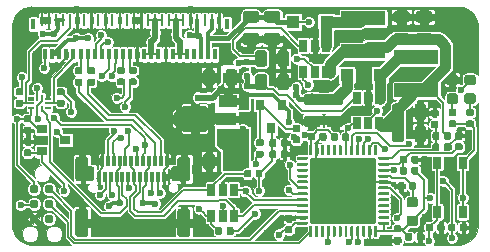
<source format=gtl>
G04 #@! TF.GenerationSoftware,KiCad,Pcbnew,5.0.1*
G04 #@! TF.CreationDate,2019-10-08T03:13:47+02:00*
G04 #@! TF.ProjectId,USB-C-Screen-Adapter,5553422D432D53637265656E2D416461,rev?*
G04 #@! TF.SameCoordinates,Original*
G04 #@! TF.FileFunction,Copper,L1,Top,Signal*
G04 #@! TF.FilePolarity,Positive*
%FSLAX46Y46*%
G04 Gerber Fmt 4.6, Leading zero omitted, Abs format (unit mm)*
G04 Created by KiCad (PCBNEW 5.0.1) date Tue 08 Oct 2019 03:13:47 AM CEST*
%MOMM*%
%LPD*%
G01*
G04 APERTURE LIST*
G04 #@! TA.AperFunction,Conductor*
%ADD10C,0.100000*%
G04 #@! TD*
G04 #@! TA.AperFunction,SMDPad,CuDef*
%ADD11C,0.975000*%
G04 #@! TD*
G04 #@! TA.AperFunction,SMDPad,CuDef*
%ADD12C,0.590000*%
G04 #@! TD*
G04 #@! TA.AperFunction,SMDPad,CuDef*
%ADD13C,0.875000*%
G04 #@! TD*
G04 #@! TA.AperFunction,SMDPad,CuDef*
%ADD14C,0.850000*%
G04 #@! TD*
G04 #@! TA.AperFunction,SMDPad,CuDef*
%ADD15R,1.500000X1.000000*%
G04 #@! TD*
G04 #@! TA.AperFunction,SMDPad,CuDef*
%ADD16R,1.800000X1.000000*%
G04 #@! TD*
G04 #@! TA.AperFunction,SMDPad,CuDef*
%ADD17R,1.840000X2.200000*%
G04 #@! TD*
G04 #@! TA.AperFunction,SMDPad,CuDef*
%ADD18C,1.000000*%
G04 #@! TD*
G04 #@! TA.AperFunction,SMDPad,CuDef*
%ADD19R,0.650000X1.050000*%
G04 #@! TD*
G04 #@! TA.AperFunction,SMDPad,CuDef*
%ADD20R,1.100000X1.100000*%
G04 #@! TD*
G04 #@! TA.AperFunction,SMDPad,CuDef*
%ADD21R,3.700000X1.200000*%
G04 #@! TD*
G04 #@! TA.AperFunction,SMDPad,CuDef*
%ADD22C,5.600000*%
G04 #@! TD*
G04 #@! TA.AperFunction,SMDPad,CuDef*
%ADD23C,0.250000*%
G04 #@! TD*
G04 #@! TA.AperFunction,SMDPad,CuDef*
%ADD24R,0.900000X0.800000*%
G04 #@! TD*
G04 #@! TA.AperFunction,SMDPad,CuDef*
%ADD25R,0.800000X0.900000*%
G04 #@! TD*
G04 #@! TA.AperFunction,SMDPad,CuDef*
%ADD26R,0.650000X1.060000*%
G04 #@! TD*
G04 #@! TA.AperFunction,SMDPad,CuDef*
%ADD27R,0.300000X0.950000*%
G04 #@! TD*
G04 #@! TA.AperFunction,SMDPad,CuDef*
%ADD28R,0.260000X1.000000*%
G04 #@! TD*
G04 #@! TA.AperFunction,SMDPad,CuDef*
%ADD29R,0.450000X0.900000*%
G04 #@! TD*
G04 #@! TA.AperFunction,SMDPad,CuDef*
%ADD30R,0.500000X0.350000*%
G04 #@! TD*
G04 #@! TA.AperFunction,SMDPad,CuDef*
%ADD31R,0.500000X0.250000*%
G04 #@! TD*
G04 #@! TA.AperFunction,SMDPad,CuDef*
%ADD32R,0.250000X0.500000*%
G04 #@! TD*
G04 #@! TA.AperFunction,ConnectorPad*
%ADD33C,0.784860*%
G04 #@! TD*
G04 #@! TA.AperFunction,ComponentPad*
%ADD34C,1.100000*%
G04 #@! TD*
G04 #@! TA.AperFunction,ComponentPad*
%ADD35C,1.300000*%
G04 #@! TD*
G04 #@! TA.AperFunction,ViaPad*
%ADD36C,0.600000*%
G04 #@! TD*
G04 #@! TA.AperFunction,Conductor*
%ADD37C,0.130000*%
G04 #@! TD*
G04 #@! TA.AperFunction,Conductor*
%ADD38C,0.200000*%
G04 #@! TD*
G04 #@! TA.AperFunction,Conductor*
%ADD39C,0.300000*%
G04 #@! TD*
G04 #@! TA.AperFunction,Conductor*
%ADD40C,0.600000*%
G04 #@! TD*
G04 #@! TA.AperFunction,Conductor*
%ADD41C,0.500000*%
G04 #@! TD*
G04 #@! TA.AperFunction,Conductor*
%ADD42C,0.900000*%
G04 #@! TD*
G04 #@! TA.AperFunction,Conductor*
%ADD43C,0.400000*%
G04 #@! TD*
G04 APERTURE END LIST*
D10*
G04 #@! TO.N,GND*
G04 #@! TO.C,R3*
G36*
X123505142Y-106001174D02*
X123528803Y-106004684D01*
X123552007Y-106010496D01*
X123574529Y-106018554D01*
X123596153Y-106028782D01*
X123616670Y-106041079D01*
X123635883Y-106055329D01*
X123653607Y-106071393D01*
X123669671Y-106089117D01*
X123683921Y-106108330D01*
X123696218Y-106128847D01*
X123706446Y-106150471D01*
X123714504Y-106172993D01*
X123720316Y-106196197D01*
X123723826Y-106219858D01*
X123725000Y-106243750D01*
X123725000Y-107156250D01*
X123723826Y-107180142D01*
X123720316Y-107203803D01*
X123714504Y-107227007D01*
X123706446Y-107249529D01*
X123696218Y-107271153D01*
X123683921Y-107291670D01*
X123669671Y-107310883D01*
X123653607Y-107328607D01*
X123635883Y-107344671D01*
X123616670Y-107358921D01*
X123596153Y-107371218D01*
X123574529Y-107381446D01*
X123552007Y-107389504D01*
X123528803Y-107395316D01*
X123505142Y-107398826D01*
X123481250Y-107400000D01*
X122993750Y-107400000D01*
X122969858Y-107398826D01*
X122946197Y-107395316D01*
X122922993Y-107389504D01*
X122900471Y-107381446D01*
X122878847Y-107371218D01*
X122858330Y-107358921D01*
X122839117Y-107344671D01*
X122821393Y-107328607D01*
X122805329Y-107310883D01*
X122791079Y-107291670D01*
X122778782Y-107271153D01*
X122768554Y-107249529D01*
X122760496Y-107227007D01*
X122754684Y-107203803D01*
X122751174Y-107180142D01*
X122750000Y-107156250D01*
X122750000Y-106243750D01*
X122751174Y-106219858D01*
X122754684Y-106196197D01*
X122760496Y-106172993D01*
X122768554Y-106150471D01*
X122778782Y-106128847D01*
X122791079Y-106108330D01*
X122805329Y-106089117D01*
X122821393Y-106071393D01*
X122839117Y-106055329D01*
X122858330Y-106041079D01*
X122878847Y-106028782D01*
X122900471Y-106018554D01*
X122922993Y-106010496D01*
X122946197Y-106004684D01*
X122969858Y-106001174D01*
X122993750Y-106000000D01*
X123481250Y-106000000D01*
X123505142Y-106001174D01*
X123505142Y-106001174D01*
G37*
D11*
G04 #@! TD*
G04 #@! TO.P,R3,2*
G04 #@! TO.N,GND*
X123237500Y-106700000D03*
D10*
G04 #@! TO.N,LEDC2*
G04 #@! TO.C,R3*
G36*
X121630142Y-106001174D02*
X121653803Y-106004684D01*
X121677007Y-106010496D01*
X121699529Y-106018554D01*
X121721153Y-106028782D01*
X121741670Y-106041079D01*
X121760883Y-106055329D01*
X121778607Y-106071393D01*
X121794671Y-106089117D01*
X121808921Y-106108330D01*
X121821218Y-106128847D01*
X121831446Y-106150471D01*
X121839504Y-106172993D01*
X121845316Y-106196197D01*
X121848826Y-106219858D01*
X121850000Y-106243750D01*
X121850000Y-107156250D01*
X121848826Y-107180142D01*
X121845316Y-107203803D01*
X121839504Y-107227007D01*
X121831446Y-107249529D01*
X121821218Y-107271153D01*
X121808921Y-107291670D01*
X121794671Y-107310883D01*
X121778607Y-107328607D01*
X121760883Y-107344671D01*
X121741670Y-107358921D01*
X121721153Y-107371218D01*
X121699529Y-107381446D01*
X121677007Y-107389504D01*
X121653803Y-107395316D01*
X121630142Y-107398826D01*
X121606250Y-107400000D01*
X121118750Y-107400000D01*
X121094858Y-107398826D01*
X121071197Y-107395316D01*
X121047993Y-107389504D01*
X121025471Y-107381446D01*
X121003847Y-107371218D01*
X120983330Y-107358921D01*
X120964117Y-107344671D01*
X120946393Y-107328607D01*
X120930329Y-107310883D01*
X120916079Y-107291670D01*
X120903782Y-107271153D01*
X120893554Y-107249529D01*
X120885496Y-107227007D01*
X120879684Y-107203803D01*
X120876174Y-107180142D01*
X120875000Y-107156250D01*
X120875000Y-106243750D01*
X120876174Y-106219858D01*
X120879684Y-106196197D01*
X120885496Y-106172993D01*
X120893554Y-106150471D01*
X120903782Y-106128847D01*
X120916079Y-106108330D01*
X120930329Y-106089117D01*
X120946393Y-106071393D01*
X120964117Y-106055329D01*
X120983330Y-106041079D01*
X121003847Y-106028782D01*
X121025471Y-106018554D01*
X121047993Y-106010496D01*
X121071197Y-106004684D01*
X121094858Y-106001174D01*
X121118750Y-106000000D01*
X121606250Y-106000000D01*
X121630142Y-106001174D01*
X121630142Y-106001174D01*
G37*
D11*
G04 #@! TD*
G04 #@! TO.P,R3,1*
G04 #@! TO.N,LEDC2*
X121362500Y-106700000D03*
D10*
G04 #@! TO.N,LEDC1*
G04 #@! TO.C,R4*
G36*
X121630142Y-104001174D02*
X121653803Y-104004684D01*
X121677007Y-104010496D01*
X121699529Y-104018554D01*
X121721153Y-104028782D01*
X121741670Y-104041079D01*
X121760883Y-104055329D01*
X121778607Y-104071393D01*
X121794671Y-104089117D01*
X121808921Y-104108330D01*
X121821218Y-104128847D01*
X121831446Y-104150471D01*
X121839504Y-104172993D01*
X121845316Y-104196197D01*
X121848826Y-104219858D01*
X121850000Y-104243750D01*
X121850000Y-105156250D01*
X121848826Y-105180142D01*
X121845316Y-105203803D01*
X121839504Y-105227007D01*
X121831446Y-105249529D01*
X121821218Y-105271153D01*
X121808921Y-105291670D01*
X121794671Y-105310883D01*
X121778607Y-105328607D01*
X121760883Y-105344671D01*
X121741670Y-105358921D01*
X121721153Y-105371218D01*
X121699529Y-105381446D01*
X121677007Y-105389504D01*
X121653803Y-105395316D01*
X121630142Y-105398826D01*
X121606250Y-105400000D01*
X121118750Y-105400000D01*
X121094858Y-105398826D01*
X121071197Y-105395316D01*
X121047993Y-105389504D01*
X121025471Y-105381446D01*
X121003847Y-105371218D01*
X120983330Y-105358921D01*
X120964117Y-105344671D01*
X120946393Y-105328607D01*
X120930329Y-105310883D01*
X120916079Y-105291670D01*
X120903782Y-105271153D01*
X120893554Y-105249529D01*
X120885496Y-105227007D01*
X120879684Y-105203803D01*
X120876174Y-105180142D01*
X120875000Y-105156250D01*
X120875000Y-104243750D01*
X120876174Y-104219858D01*
X120879684Y-104196197D01*
X120885496Y-104172993D01*
X120893554Y-104150471D01*
X120903782Y-104128847D01*
X120916079Y-104108330D01*
X120930329Y-104089117D01*
X120946393Y-104071393D01*
X120964117Y-104055329D01*
X120983330Y-104041079D01*
X121003847Y-104028782D01*
X121025471Y-104018554D01*
X121047993Y-104010496D01*
X121071197Y-104004684D01*
X121094858Y-104001174D01*
X121118750Y-104000000D01*
X121606250Y-104000000D01*
X121630142Y-104001174D01*
X121630142Y-104001174D01*
G37*
D11*
G04 #@! TD*
G04 #@! TO.P,R4,1*
G04 #@! TO.N,LEDC1*
X121362500Y-104700000D03*
D10*
G04 #@! TO.N,GND*
G04 #@! TO.C,R4*
G36*
X123505142Y-104001174D02*
X123528803Y-104004684D01*
X123552007Y-104010496D01*
X123574529Y-104018554D01*
X123596153Y-104028782D01*
X123616670Y-104041079D01*
X123635883Y-104055329D01*
X123653607Y-104071393D01*
X123669671Y-104089117D01*
X123683921Y-104108330D01*
X123696218Y-104128847D01*
X123706446Y-104150471D01*
X123714504Y-104172993D01*
X123720316Y-104196197D01*
X123723826Y-104219858D01*
X123725000Y-104243750D01*
X123725000Y-105156250D01*
X123723826Y-105180142D01*
X123720316Y-105203803D01*
X123714504Y-105227007D01*
X123706446Y-105249529D01*
X123696218Y-105271153D01*
X123683921Y-105291670D01*
X123669671Y-105310883D01*
X123653607Y-105328607D01*
X123635883Y-105344671D01*
X123616670Y-105358921D01*
X123596153Y-105371218D01*
X123574529Y-105381446D01*
X123552007Y-105389504D01*
X123528803Y-105395316D01*
X123505142Y-105398826D01*
X123481250Y-105400000D01*
X122993750Y-105400000D01*
X122969858Y-105398826D01*
X122946197Y-105395316D01*
X122922993Y-105389504D01*
X122900471Y-105381446D01*
X122878847Y-105371218D01*
X122858330Y-105358921D01*
X122839117Y-105344671D01*
X122821393Y-105328607D01*
X122805329Y-105310883D01*
X122791079Y-105291670D01*
X122778782Y-105271153D01*
X122768554Y-105249529D01*
X122760496Y-105227007D01*
X122754684Y-105203803D01*
X122751174Y-105180142D01*
X122750000Y-105156250D01*
X122750000Y-104243750D01*
X122751174Y-104219858D01*
X122754684Y-104196197D01*
X122760496Y-104172993D01*
X122768554Y-104150471D01*
X122778782Y-104128847D01*
X122791079Y-104108330D01*
X122805329Y-104089117D01*
X122821393Y-104071393D01*
X122839117Y-104055329D01*
X122858330Y-104041079D01*
X122878847Y-104028782D01*
X122900471Y-104018554D01*
X122922993Y-104010496D01*
X122946197Y-104004684D01*
X122969858Y-104001174D01*
X122993750Y-104000000D01*
X123481250Y-104000000D01*
X123505142Y-104001174D01*
X123505142Y-104001174D01*
G37*
D11*
G04 #@! TD*
G04 #@! TO.P,R4,2*
G04 #@! TO.N,GND*
X123237500Y-104700000D03*
D10*
G04 #@! TO.N,Net-(C10-Pad1)*
G04 #@! TO.C,R10*
G36*
X121346958Y-114130710D02*
X121361276Y-114132834D01*
X121375317Y-114136351D01*
X121388946Y-114141228D01*
X121402031Y-114147417D01*
X121414447Y-114154858D01*
X121426073Y-114163481D01*
X121436798Y-114173202D01*
X121446519Y-114183927D01*
X121455142Y-114195553D01*
X121462583Y-114207969D01*
X121468772Y-114221054D01*
X121473649Y-114234683D01*
X121477166Y-114248724D01*
X121479290Y-114263042D01*
X121480000Y-114277500D01*
X121480000Y-114622500D01*
X121479290Y-114636958D01*
X121477166Y-114651276D01*
X121473649Y-114665317D01*
X121468772Y-114678946D01*
X121462583Y-114692031D01*
X121455142Y-114704447D01*
X121446519Y-114716073D01*
X121436798Y-114726798D01*
X121426073Y-114736519D01*
X121414447Y-114745142D01*
X121402031Y-114752583D01*
X121388946Y-114758772D01*
X121375317Y-114763649D01*
X121361276Y-114767166D01*
X121346958Y-114769290D01*
X121332500Y-114770000D01*
X121037500Y-114770000D01*
X121023042Y-114769290D01*
X121008724Y-114767166D01*
X120994683Y-114763649D01*
X120981054Y-114758772D01*
X120967969Y-114752583D01*
X120955553Y-114745142D01*
X120943927Y-114736519D01*
X120933202Y-114726798D01*
X120923481Y-114716073D01*
X120914858Y-114704447D01*
X120907417Y-114692031D01*
X120901228Y-114678946D01*
X120896351Y-114665317D01*
X120892834Y-114651276D01*
X120890710Y-114636958D01*
X120890000Y-114622500D01*
X120890000Y-114277500D01*
X120890710Y-114263042D01*
X120892834Y-114248724D01*
X120896351Y-114234683D01*
X120901228Y-114221054D01*
X120907417Y-114207969D01*
X120914858Y-114195553D01*
X120923481Y-114183927D01*
X120933202Y-114173202D01*
X120943927Y-114163481D01*
X120955553Y-114154858D01*
X120967969Y-114147417D01*
X120981054Y-114141228D01*
X120994683Y-114136351D01*
X121008724Y-114132834D01*
X121023042Y-114130710D01*
X121037500Y-114130000D01*
X121332500Y-114130000D01*
X121346958Y-114130710D01*
X121346958Y-114130710D01*
G37*
D12*
G04 #@! TD*
G04 #@! TO.P,R10,2*
G04 #@! TO.N,Net-(C10-Pad1)*
X121185000Y-114450000D03*
D10*
G04 #@! TO.N,CC2*
G04 #@! TO.C,R10*
G36*
X120376958Y-114130710D02*
X120391276Y-114132834D01*
X120405317Y-114136351D01*
X120418946Y-114141228D01*
X120432031Y-114147417D01*
X120444447Y-114154858D01*
X120456073Y-114163481D01*
X120466798Y-114173202D01*
X120476519Y-114183927D01*
X120485142Y-114195553D01*
X120492583Y-114207969D01*
X120498772Y-114221054D01*
X120503649Y-114234683D01*
X120507166Y-114248724D01*
X120509290Y-114263042D01*
X120510000Y-114277500D01*
X120510000Y-114622500D01*
X120509290Y-114636958D01*
X120507166Y-114651276D01*
X120503649Y-114665317D01*
X120498772Y-114678946D01*
X120492583Y-114692031D01*
X120485142Y-114704447D01*
X120476519Y-114716073D01*
X120466798Y-114726798D01*
X120456073Y-114736519D01*
X120444447Y-114745142D01*
X120432031Y-114752583D01*
X120418946Y-114758772D01*
X120405317Y-114763649D01*
X120391276Y-114767166D01*
X120376958Y-114769290D01*
X120362500Y-114770000D01*
X120067500Y-114770000D01*
X120053042Y-114769290D01*
X120038724Y-114767166D01*
X120024683Y-114763649D01*
X120011054Y-114758772D01*
X119997969Y-114752583D01*
X119985553Y-114745142D01*
X119973927Y-114736519D01*
X119963202Y-114726798D01*
X119953481Y-114716073D01*
X119944858Y-114704447D01*
X119937417Y-114692031D01*
X119931228Y-114678946D01*
X119926351Y-114665317D01*
X119922834Y-114651276D01*
X119920710Y-114636958D01*
X119920000Y-114622500D01*
X119920000Y-114277500D01*
X119920710Y-114263042D01*
X119922834Y-114248724D01*
X119926351Y-114234683D01*
X119931228Y-114221054D01*
X119937417Y-114207969D01*
X119944858Y-114195553D01*
X119953481Y-114183927D01*
X119963202Y-114173202D01*
X119973927Y-114163481D01*
X119985553Y-114154858D01*
X119997969Y-114147417D01*
X120011054Y-114141228D01*
X120024683Y-114136351D01*
X120038724Y-114132834D01*
X120053042Y-114130710D01*
X120067500Y-114130000D01*
X120362500Y-114130000D01*
X120376958Y-114130710D01*
X120376958Y-114130710D01*
G37*
D12*
G04 #@! TD*
G04 #@! TO.P,R10,1*
G04 #@! TO.N,CC2*
X120215000Y-114450000D03*
D10*
G04 #@! TO.N,CC1*
G04 #@! TO.C,R9*
G36*
X117926958Y-118980710D02*
X117941276Y-118982834D01*
X117955317Y-118986351D01*
X117968946Y-118991228D01*
X117982031Y-118997417D01*
X117994447Y-119004858D01*
X118006073Y-119013481D01*
X118016798Y-119023202D01*
X118026519Y-119033927D01*
X118035142Y-119045553D01*
X118042583Y-119057969D01*
X118048772Y-119071054D01*
X118053649Y-119084683D01*
X118057166Y-119098724D01*
X118059290Y-119113042D01*
X118060000Y-119127500D01*
X118060000Y-119472500D01*
X118059290Y-119486958D01*
X118057166Y-119501276D01*
X118053649Y-119515317D01*
X118048772Y-119528946D01*
X118042583Y-119542031D01*
X118035142Y-119554447D01*
X118026519Y-119566073D01*
X118016798Y-119576798D01*
X118006073Y-119586519D01*
X117994447Y-119595142D01*
X117982031Y-119602583D01*
X117968946Y-119608772D01*
X117955317Y-119613649D01*
X117941276Y-119617166D01*
X117926958Y-119619290D01*
X117912500Y-119620000D01*
X117617500Y-119620000D01*
X117603042Y-119619290D01*
X117588724Y-119617166D01*
X117574683Y-119613649D01*
X117561054Y-119608772D01*
X117547969Y-119602583D01*
X117535553Y-119595142D01*
X117523927Y-119586519D01*
X117513202Y-119576798D01*
X117503481Y-119566073D01*
X117494858Y-119554447D01*
X117487417Y-119542031D01*
X117481228Y-119528946D01*
X117476351Y-119515317D01*
X117472834Y-119501276D01*
X117470710Y-119486958D01*
X117470000Y-119472500D01*
X117470000Y-119127500D01*
X117470710Y-119113042D01*
X117472834Y-119098724D01*
X117476351Y-119084683D01*
X117481228Y-119071054D01*
X117487417Y-119057969D01*
X117494858Y-119045553D01*
X117503481Y-119033927D01*
X117513202Y-119023202D01*
X117523927Y-119013481D01*
X117535553Y-119004858D01*
X117547969Y-118997417D01*
X117561054Y-118991228D01*
X117574683Y-118986351D01*
X117588724Y-118982834D01*
X117603042Y-118980710D01*
X117617500Y-118980000D01*
X117912500Y-118980000D01*
X117926958Y-118980710D01*
X117926958Y-118980710D01*
G37*
D12*
G04 #@! TD*
G04 #@! TO.P,R9,1*
G04 #@! TO.N,CC1*
X117765000Y-119300000D03*
D10*
G04 #@! TO.N,Net-(C10-Pad1)*
G04 #@! TO.C,R9*
G36*
X118896958Y-118980710D02*
X118911276Y-118982834D01*
X118925317Y-118986351D01*
X118938946Y-118991228D01*
X118952031Y-118997417D01*
X118964447Y-119004858D01*
X118976073Y-119013481D01*
X118986798Y-119023202D01*
X118996519Y-119033927D01*
X119005142Y-119045553D01*
X119012583Y-119057969D01*
X119018772Y-119071054D01*
X119023649Y-119084683D01*
X119027166Y-119098724D01*
X119029290Y-119113042D01*
X119030000Y-119127500D01*
X119030000Y-119472500D01*
X119029290Y-119486958D01*
X119027166Y-119501276D01*
X119023649Y-119515317D01*
X119018772Y-119528946D01*
X119012583Y-119542031D01*
X119005142Y-119554447D01*
X118996519Y-119566073D01*
X118986798Y-119576798D01*
X118976073Y-119586519D01*
X118964447Y-119595142D01*
X118952031Y-119602583D01*
X118938946Y-119608772D01*
X118925317Y-119613649D01*
X118911276Y-119617166D01*
X118896958Y-119619290D01*
X118882500Y-119620000D01*
X118587500Y-119620000D01*
X118573042Y-119619290D01*
X118558724Y-119617166D01*
X118544683Y-119613649D01*
X118531054Y-119608772D01*
X118517969Y-119602583D01*
X118505553Y-119595142D01*
X118493927Y-119586519D01*
X118483202Y-119576798D01*
X118473481Y-119566073D01*
X118464858Y-119554447D01*
X118457417Y-119542031D01*
X118451228Y-119528946D01*
X118446351Y-119515317D01*
X118442834Y-119501276D01*
X118440710Y-119486958D01*
X118440000Y-119472500D01*
X118440000Y-119127500D01*
X118440710Y-119113042D01*
X118442834Y-119098724D01*
X118446351Y-119084683D01*
X118451228Y-119071054D01*
X118457417Y-119057969D01*
X118464858Y-119045553D01*
X118473481Y-119033927D01*
X118483202Y-119023202D01*
X118493927Y-119013481D01*
X118505553Y-119004858D01*
X118517969Y-118997417D01*
X118531054Y-118991228D01*
X118544683Y-118986351D01*
X118558724Y-118982834D01*
X118573042Y-118980710D01*
X118587500Y-118980000D01*
X118882500Y-118980000D01*
X118896958Y-118980710D01*
X118896958Y-118980710D01*
G37*
D12*
G04 #@! TD*
G04 #@! TO.P,R9,2*
G04 #@! TO.N,Net-(C10-Pad1)*
X118735000Y-119300000D03*
D10*
G04 #@! TO.N,+3V3*
G04 #@! TO.C,C18*
G36*
X123886958Y-118890710D02*
X123901276Y-118892834D01*
X123915317Y-118896351D01*
X123928946Y-118901228D01*
X123942031Y-118907417D01*
X123954447Y-118914858D01*
X123966073Y-118923481D01*
X123976798Y-118933202D01*
X123986519Y-118943927D01*
X123995142Y-118955553D01*
X124002583Y-118967969D01*
X124008772Y-118981054D01*
X124013649Y-118994683D01*
X124017166Y-119008724D01*
X124019290Y-119023042D01*
X124020000Y-119037500D01*
X124020000Y-119332500D01*
X124019290Y-119346958D01*
X124017166Y-119361276D01*
X124013649Y-119375317D01*
X124008772Y-119388946D01*
X124002583Y-119402031D01*
X123995142Y-119414447D01*
X123986519Y-119426073D01*
X123976798Y-119436798D01*
X123966073Y-119446519D01*
X123954447Y-119455142D01*
X123942031Y-119462583D01*
X123928946Y-119468772D01*
X123915317Y-119473649D01*
X123901276Y-119477166D01*
X123886958Y-119479290D01*
X123872500Y-119480000D01*
X123527500Y-119480000D01*
X123513042Y-119479290D01*
X123498724Y-119477166D01*
X123484683Y-119473649D01*
X123471054Y-119468772D01*
X123457969Y-119462583D01*
X123445553Y-119455142D01*
X123433927Y-119446519D01*
X123423202Y-119436798D01*
X123413481Y-119426073D01*
X123404858Y-119414447D01*
X123397417Y-119402031D01*
X123391228Y-119388946D01*
X123386351Y-119375317D01*
X123382834Y-119361276D01*
X123380710Y-119346958D01*
X123380000Y-119332500D01*
X123380000Y-119037500D01*
X123380710Y-119023042D01*
X123382834Y-119008724D01*
X123386351Y-118994683D01*
X123391228Y-118981054D01*
X123397417Y-118967969D01*
X123404858Y-118955553D01*
X123413481Y-118943927D01*
X123423202Y-118933202D01*
X123433927Y-118923481D01*
X123445553Y-118914858D01*
X123457969Y-118907417D01*
X123471054Y-118901228D01*
X123484683Y-118896351D01*
X123498724Y-118892834D01*
X123513042Y-118890710D01*
X123527500Y-118890000D01*
X123872500Y-118890000D01*
X123886958Y-118890710D01*
X123886958Y-118890710D01*
G37*
D12*
G04 #@! TD*
G04 #@! TO.P,C18,1*
G04 #@! TO.N,+3V3*
X123700000Y-119185000D03*
D10*
G04 #@! TO.N,GND*
G04 #@! TO.C,C18*
G36*
X123886958Y-117920710D02*
X123901276Y-117922834D01*
X123915317Y-117926351D01*
X123928946Y-117931228D01*
X123942031Y-117937417D01*
X123954447Y-117944858D01*
X123966073Y-117953481D01*
X123976798Y-117963202D01*
X123986519Y-117973927D01*
X123995142Y-117985553D01*
X124002583Y-117997969D01*
X124008772Y-118011054D01*
X124013649Y-118024683D01*
X124017166Y-118038724D01*
X124019290Y-118053042D01*
X124020000Y-118067500D01*
X124020000Y-118362500D01*
X124019290Y-118376958D01*
X124017166Y-118391276D01*
X124013649Y-118405317D01*
X124008772Y-118418946D01*
X124002583Y-118432031D01*
X123995142Y-118444447D01*
X123986519Y-118456073D01*
X123976798Y-118466798D01*
X123966073Y-118476519D01*
X123954447Y-118485142D01*
X123942031Y-118492583D01*
X123928946Y-118498772D01*
X123915317Y-118503649D01*
X123901276Y-118507166D01*
X123886958Y-118509290D01*
X123872500Y-118510000D01*
X123527500Y-118510000D01*
X123513042Y-118509290D01*
X123498724Y-118507166D01*
X123484683Y-118503649D01*
X123471054Y-118498772D01*
X123457969Y-118492583D01*
X123445553Y-118485142D01*
X123433927Y-118476519D01*
X123423202Y-118466798D01*
X123413481Y-118456073D01*
X123404858Y-118444447D01*
X123397417Y-118432031D01*
X123391228Y-118418946D01*
X123386351Y-118405317D01*
X123382834Y-118391276D01*
X123380710Y-118376958D01*
X123380000Y-118362500D01*
X123380000Y-118067500D01*
X123380710Y-118053042D01*
X123382834Y-118038724D01*
X123386351Y-118024683D01*
X123391228Y-118011054D01*
X123397417Y-117997969D01*
X123404858Y-117985553D01*
X123413481Y-117973927D01*
X123423202Y-117963202D01*
X123433927Y-117953481D01*
X123445553Y-117944858D01*
X123457969Y-117937417D01*
X123471054Y-117931228D01*
X123484683Y-117926351D01*
X123498724Y-117922834D01*
X123513042Y-117920710D01*
X123527500Y-117920000D01*
X123872500Y-117920000D01*
X123886958Y-117920710D01*
X123886958Y-117920710D01*
G37*
D12*
G04 #@! TD*
G04 #@! TO.P,C18,2*
G04 #@! TO.N,GND*
X123700000Y-118215000D03*
D10*
G04 #@! TO.N,GND*
G04 #@! TO.C,C17*
G36*
X134996958Y-119480710D02*
X135011276Y-119482834D01*
X135025317Y-119486351D01*
X135038946Y-119491228D01*
X135052031Y-119497417D01*
X135064447Y-119504858D01*
X135076073Y-119513481D01*
X135086798Y-119523202D01*
X135096519Y-119533927D01*
X135105142Y-119545553D01*
X135112583Y-119557969D01*
X135118772Y-119571054D01*
X135123649Y-119584683D01*
X135127166Y-119598724D01*
X135129290Y-119613042D01*
X135130000Y-119627500D01*
X135130000Y-119972500D01*
X135129290Y-119986958D01*
X135127166Y-120001276D01*
X135123649Y-120015317D01*
X135118772Y-120028946D01*
X135112583Y-120042031D01*
X135105142Y-120054447D01*
X135096519Y-120066073D01*
X135086798Y-120076798D01*
X135076073Y-120086519D01*
X135064447Y-120095142D01*
X135052031Y-120102583D01*
X135038946Y-120108772D01*
X135025317Y-120113649D01*
X135011276Y-120117166D01*
X134996958Y-120119290D01*
X134982500Y-120120000D01*
X134687500Y-120120000D01*
X134673042Y-120119290D01*
X134658724Y-120117166D01*
X134644683Y-120113649D01*
X134631054Y-120108772D01*
X134617969Y-120102583D01*
X134605553Y-120095142D01*
X134593927Y-120086519D01*
X134583202Y-120076798D01*
X134573481Y-120066073D01*
X134564858Y-120054447D01*
X134557417Y-120042031D01*
X134551228Y-120028946D01*
X134546351Y-120015317D01*
X134542834Y-120001276D01*
X134540710Y-119986958D01*
X134540000Y-119972500D01*
X134540000Y-119627500D01*
X134540710Y-119613042D01*
X134542834Y-119598724D01*
X134546351Y-119584683D01*
X134551228Y-119571054D01*
X134557417Y-119557969D01*
X134564858Y-119545553D01*
X134573481Y-119533927D01*
X134583202Y-119523202D01*
X134593927Y-119513481D01*
X134605553Y-119504858D01*
X134617969Y-119497417D01*
X134631054Y-119491228D01*
X134644683Y-119486351D01*
X134658724Y-119482834D01*
X134673042Y-119480710D01*
X134687500Y-119480000D01*
X134982500Y-119480000D01*
X134996958Y-119480710D01*
X134996958Y-119480710D01*
G37*
D12*
G04 #@! TD*
G04 #@! TO.P,C17,2*
G04 #@! TO.N,GND*
X134835000Y-119800000D03*
D10*
G04 #@! TO.N,+3V3*
G04 #@! TO.C,C17*
G36*
X134026958Y-119480710D02*
X134041276Y-119482834D01*
X134055317Y-119486351D01*
X134068946Y-119491228D01*
X134082031Y-119497417D01*
X134094447Y-119504858D01*
X134106073Y-119513481D01*
X134116798Y-119523202D01*
X134126519Y-119533927D01*
X134135142Y-119545553D01*
X134142583Y-119557969D01*
X134148772Y-119571054D01*
X134153649Y-119584683D01*
X134157166Y-119598724D01*
X134159290Y-119613042D01*
X134160000Y-119627500D01*
X134160000Y-119972500D01*
X134159290Y-119986958D01*
X134157166Y-120001276D01*
X134153649Y-120015317D01*
X134148772Y-120028946D01*
X134142583Y-120042031D01*
X134135142Y-120054447D01*
X134126519Y-120066073D01*
X134116798Y-120076798D01*
X134106073Y-120086519D01*
X134094447Y-120095142D01*
X134082031Y-120102583D01*
X134068946Y-120108772D01*
X134055317Y-120113649D01*
X134041276Y-120117166D01*
X134026958Y-120119290D01*
X134012500Y-120120000D01*
X133717500Y-120120000D01*
X133703042Y-120119290D01*
X133688724Y-120117166D01*
X133674683Y-120113649D01*
X133661054Y-120108772D01*
X133647969Y-120102583D01*
X133635553Y-120095142D01*
X133623927Y-120086519D01*
X133613202Y-120076798D01*
X133603481Y-120066073D01*
X133594858Y-120054447D01*
X133587417Y-120042031D01*
X133581228Y-120028946D01*
X133576351Y-120015317D01*
X133572834Y-120001276D01*
X133570710Y-119986958D01*
X133570000Y-119972500D01*
X133570000Y-119627500D01*
X133570710Y-119613042D01*
X133572834Y-119598724D01*
X133576351Y-119584683D01*
X133581228Y-119571054D01*
X133587417Y-119557969D01*
X133594858Y-119545553D01*
X133603481Y-119533927D01*
X133613202Y-119523202D01*
X133623927Y-119513481D01*
X133635553Y-119504858D01*
X133647969Y-119497417D01*
X133661054Y-119491228D01*
X133674683Y-119486351D01*
X133688724Y-119482834D01*
X133703042Y-119480710D01*
X133717500Y-119480000D01*
X134012500Y-119480000D01*
X134026958Y-119480710D01*
X134026958Y-119480710D01*
G37*
D12*
G04 #@! TD*
G04 #@! TO.P,C17,1*
G04 #@! TO.N,+3V3*
X133865000Y-119800000D03*
D10*
G04 #@! TO.N,VBUS_SENSE*
G04 #@! TO.C,C16*
G36*
X136326958Y-111880710D02*
X136341276Y-111882834D01*
X136355317Y-111886351D01*
X136368946Y-111891228D01*
X136382031Y-111897417D01*
X136394447Y-111904858D01*
X136406073Y-111913481D01*
X136416798Y-111923202D01*
X136426519Y-111933927D01*
X136435142Y-111945553D01*
X136442583Y-111957969D01*
X136448772Y-111971054D01*
X136453649Y-111984683D01*
X136457166Y-111998724D01*
X136459290Y-112013042D01*
X136460000Y-112027500D01*
X136460000Y-112372500D01*
X136459290Y-112386958D01*
X136457166Y-112401276D01*
X136453649Y-112415317D01*
X136448772Y-112428946D01*
X136442583Y-112442031D01*
X136435142Y-112454447D01*
X136426519Y-112466073D01*
X136416798Y-112476798D01*
X136406073Y-112486519D01*
X136394447Y-112495142D01*
X136382031Y-112502583D01*
X136368946Y-112508772D01*
X136355317Y-112513649D01*
X136341276Y-112517166D01*
X136326958Y-112519290D01*
X136312500Y-112520000D01*
X136017500Y-112520000D01*
X136003042Y-112519290D01*
X135988724Y-112517166D01*
X135974683Y-112513649D01*
X135961054Y-112508772D01*
X135947969Y-112502583D01*
X135935553Y-112495142D01*
X135923927Y-112486519D01*
X135913202Y-112476798D01*
X135903481Y-112466073D01*
X135894858Y-112454447D01*
X135887417Y-112442031D01*
X135881228Y-112428946D01*
X135876351Y-112415317D01*
X135872834Y-112401276D01*
X135870710Y-112386958D01*
X135870000Y-112372500D01*
X135870000Y-112027500D01*
X135870710Y-112013042D01*
X135872834Y-111998724D01*
X135876351Y-111984683D01*
X135881228Y-111971054D01*
X135887417Y-111957969D01*
X135894858Y-111945553D01*
X135903481Y-111933927D01*
X135913202Y-111923202D01*
X135923927Y-111913481D01*
X135935553Y-111904858D01*
X135947969Y-111897417D01*
X135961054Y-111891228D01*
X135974683Y-111886351D01*
X135988724Y-111882834D01*
X136003042Y-111880710D01*
X136017500Y-111880000D01*
X136312500Y-111880000D01*
X136326958Y-111880710D01*
X136326958Y-111880710D01*
G37*
D12*
G04 #@! TD*
G04 #@! TO.P,C16,1*
G04 #@! TO.N,VBUS_SENSE*
X136165000Y-112200000D03*
D10*
G04 #@! TO.N,GND*
G04 #@! TO.C,C16*
G36*
X137296958Y-111880710D02*
X137311276Y-111882834D01*
X137325317Y-111886351D01*
X137338946Y-111891228D01*
X137352031Y-111897417D01*
X137364447Y-111904858D01*
X137376073Y-111913481D01*
X137386798Y-111923202D01*
X137396519Y-111933927D01*
X137405142Y-111945553D01*
X137412583Y-111957969D01*
X137418772Y-111971054D01*
X137423649Y-111984683D01*
X137427166Y-111998724D01*
X137429290Y-112013042D01*
X137430000Y-112027500D01*
X137430000Y-112372500D01*
X137429290Y-112386958D01*
X137427166Y-112401276D01*
X137423649Y-112415317D01*
X137418772Y-112428946D01*
X137412583Y-112442031D01*
X137405142Y-112454447D01*
X137396519Y-112466073D01*
X137386798Y-112476798D01*
X137376073Y-112486519D01*
X137364447Y-112495142D01*
X137352031Y-112502583D01*
X137338946Y-112508772D01*
X137325317Y-112513649D01*
X137311276Y-112517166D01*
X137296958Y-112519290D01*
X137282500Y-112520000D01*
X136987500Y-112520000D01*
X136973042Y-112519290D01*
X136958724Y-112517166D01*
X136944683Y-112513649D01*
X136931054Y-112508772D01*
X136917969Y-112502583D01*
X136905553Y-112495142D01*
X136893927Y-112486519D01*
X136883202Y-112476798D01*
X136873481Y-112466073D01*
X136864858Y-112454447D01*
X136857417Y-112442031D01*
X136851228Y-112428946D01*
X136846351Y-112415317D01*
X136842834Y-112401276D01*
X136840710Y-112386958D01*
X136840000Y-112372500D01*
X136840000Y-112027500D01*
X136840710Y-112013042D01*
X136842834Y-111998724D01*
X136846351Y-111984683D01*
X136851228Y-111971054D01*
X136857417Y-111957969D01*
X136864858Y-111945553D01*
X136873481Y-111933927D01*
X136883202Y-111923202D01*
X136893927Y-111913481D01*
X136905553Y-111904858D01*
X136917969Y-111897417D01*
X136931054Y-111891228D01*
X136944683Y-111886351D01*
X136958724Y-111882834D01*
X136973042Y-111880710D01*
X136987500Y-111880000D01*
X137282500Y-111880000D01*
X137296958Y-111880710D01*
X137296958Y-111880710D01*
G37*
D12*
G04 #@! TD*
G04 #@! TO.P,C16,2*
G04 #@! TO.N,GND*
X137135000Y-112200000D03*
D10*
G04 #@! TO.N,/_L0_P*
G04 #@! TO.C,C15*
G36*
X107152338Y-106405355D02*
X107166656Y-106407479D01*
X107180697Y-106410996D01*
X107194326Y-106415873D01*
X107207411Y-106422062D01*
X107219827Y-106429503D01*
X107231453Y-106438126D01*
X107242178Y-106447847D01*
X107251899Y-106458572D01*
X107260522Y-106470198D01*
X107267963Y-106482614D01*
X107274152Y-106495699D01*
X107279029Y-106509328D01*
X107282546Y-106523369D01*
X107284670Y-106537687D01*
X107285380Y-106552145D01*
X107285380Y-106847145D01*
X107284670Y-106861603D01*
X107282546Y-106875921D01*
X107279029Y-106889962D01*
X107274152Y-106903591D01*
X107267963Y-106916676D01*
X107260522Y-106929092D01*
X107251899Y-106940718D01*
X107242178Y-106951443D01*
X107231453Y-106961164D01*
X107219827Y-106969787D01*
X107207411Y-106977228D01*
X107194326Y-106983417D01*
X107180697Y-106988294D01*
X107166656Y-106991811D01*
X107152338Y-106993935D01*
X107137880Y-106994645D01*
X106792880Y-106994645D01*
X106778422Y-106993935D01*
X106764104Y-106991811D01*
X106750063Y-106988294D01*
X106736434Y-106983417D01*
X106723349Y-106977228D01*
X106710933Y-106969787D01*
X106699307Y-106961164D01*
X106688582Y-106951443D01*
X106678861Y-106940718D01*
X106670238Y-106929092D01*
X106662797Y-106916676D01*
X106656608Y-106903591D01*
X106651731Y-106889962D01*
X106648214Y-106875921D01*
X106646090Y-106861603D01*
X106645380Y-106847145D01*
X106645380Y-106552145D01*
X106646090Y-106537687D01*
X106648214Y-106523369D01*
X106651731Y-106509328D01*
X106656608Y-106495699D01*
X106662797Y-106482614D01*
X106670238Y-106470198D01*
X106678861Y-106458572D01*
X106688582Y-106447847D01*
X106699307Y-106438126D01*
X106710933Y-106429503D01*
X106723349Y-106422062D01*
X106736434Y-106415873D01*
X106750063Y-106410996D01*
X106764104Y-106407479D01*
X106778422Y-106405355D01*
X106792880Y-106404645D01*
X107137880Y-106404645D01*
X107152338Y-106405355D01*
X107152338Y-106405355D01*
G37*
D12*
G04 #@! TD*
G04 #@! TO.P,C15,2*
G04 #@! TO.N,/_L0_P*
X106965380Y-106699645D03*
D10*
G04 #@! TO.N,L0_P*
G04 #@! TO.C,C15*
G36*
X107152338Y-105435355D02*
X107166656Y-105437479D01*
X107180697Y-105440996D01*
X107194326Y-105445873D01*
X107207411Y-105452062D01*
X107219827Y-105459503D01*
X107231453Y-105468126D01*
X107242178Y-105477847D01*
X107251899Y-105488572D01*
X107260522Y-105500198D01*
X107267963Y-105512614D01*
X107274152Y-105525699D01*
X107279029Y-105539328D01*
X107282546Y-105553369D01*
X107284670Y-105567687D01*
X107285380Y-105582145D01*
X107285380Y-105877145D01*
X107284670Y-105891603D01*
X107282546Y-105905921D01*
X107279029Y-105919962D01*
X107274152Y-105933591D01*
X107267963Y-105946676D01*
X107260522Y-105959092D01*
X107251899Y-105970718D01*
X107242178Y-105981443D01*
X107231453Y-105991164D01*
X107219827Y-105999787D01*
X107207411Y-106007228D01*
X107194326Y-106013417D01*
X107180697Y-106018294D01*
X107166656Y-106021811D01*
X107152338Y-106023935D01*
X107137880Y-106024645D01*
X106792880Y-106024645D01*
X106778422Y-106023935D01*
X106764104Y-106021811D01*
X106750063Y-106018294D01*
X106736434Y-106013417D01*
X106723349Y-106007228D01*
X106710933Y-105999787D01*
X106699307Y-105991164D01*
X106688582Y-105981443D01*
X106678861Y-105970718D01*
X106670238Y-105959092D01*
X106662797Y-105946676D01*
X106656608Y-105933591D01*
X106651731Y-105919962D01*
X106648214Y-105905921D01*
X106646090Y-105891603D01*
X106645380Y-105877145D01*
X106645380Y-105582145D01*
X106646090Y-105567687D01*
X106648214Y-105553369D01*
X106651731Y-105539328D01*
X106656608Y-105525699D01*
X106662797Y-105512614D01*
X106670238Y-105500198D01*
X106678861Y-105488572D01*
X106688582Y-105477847D01*
X106699307Y-105468126D01*
X106710933Y-105459503D01*
X106723349Y-105452062D01*
X106736434Y-105445873D01*
X106750063Y-105440996D01*
X106764104Y-105437479D01*
X106778422Y-105435355D01*
X106792880Y-105434645D01*
X107137880Y-105434645D01*
X107152338Y-105435355D01*
X107152338Y-105435355D01*
G37*
D12*
G04 #@! TD*
G04 #@! TO.P,C15,1*
G04 #@! TO.N,L0_P*
X106965380Y-105729645D03*
D10*
G04 #@! TO.N,L3_P*
G04 #@! TO.C,C13*
G36*
X110686958Y-105420710D02*
X110701276Y-105422834D01*
X110715317Y-105426351D01*
X110728946Y-105431228D01*
X110742031Y-105437417D01*
X110754447Y-105444858D01*
X110766073Y-105453481D01*
X110776798Y-105463202D01*
X110786519Y-105473927D01*
X110795142Y-105485553D01*
X110802583Y-105497969D01*
X110808772Y-105511054D01*
X110813649Y-105524683D01*
X110817166Y-105538724D01*
X110819290Y-105553042D01*
X110820000Y-105567500D01*
X110820000Y-105862500D01*
X110819290Y-105876958D01*
X110817166Y-105891276D01*
X110813649Y-105905317D01*
X110808772Y-105918946D01*
X110802583Y-105932031D01*
X110795142Y-105944447D01*
X110786519Y-105956073D01*
X110776798Y-105966798D01*
X110766073Y-105976519D01*
X110754447Y-105985142D01*
X110742031Y-105992583D01*
X110728946Y-105998772D01*
X110715317Y-106003649D01*
X110701276Y-106007166D01*
X110686958Y-106009290D01*
X110672500Y-106010000D01*
X110327500Y-106010000D01*
X110313042Y-106009290D01*
X110298724Y-106007166D01*
X110284683Y-106003649D01*
X110271054Y-105998772D01*
X110257969Y-105992583D01*
X110245553Y-105985142D01*
X110233927Y-105976519D01*
X110223202Y-105966798D01*
X110213481Y-105956073D01*
X110204858Y-105944447D01*
X110197417Y-105932031D01*
X110191228Y-105918946D01*
X110186351Y-105905317D01*
X110182834Y-105891276D01*
X110180710Y-105876958D01*
X110180000Y-105862500D01*
X110180000Y-105567500D01*
X110180710Y-105553042D01*
X110182834Y-105538724D01*
X110186351Y-105524683D01*
X110191228Y-105511054D01*
X110197417Y-105497969D01*
X110204858Y-105485553D01*
X110213481Y-105473927D01*
X110223202Y-105463202D01*
X110233927Y-105453481D01*
X110245553Y-105444858D01*
X110257969Y-105437417D01*
X110271054Y-105431228D01*
X110284683Y-105426351D01*
X110298724Y-105422834D01*
X110313042Y-105420710D01*
X110327500Y-105420000D01*
X110672500Y-105420000D01*
X110686958Y-105420710D01*
X110686958Y-105420710D01*
G37*
D12*
G04 #@! TD*
G04 #@! TO.P,C13,1*
G04 #@! TO.N,L3_P*
X110500000Y-105715000D03*
D10*
G04 #@! TO.N,/_L3_P*
G04 #@! TO.C,C13*
G36*
X110686958Y-106390710D02*
X110701276Y-106392834D01*
X110715317Y-106396351D01*
X110728946Y-106401228D01*
X110742031Y-106407417D01*
X110754447Y-106414858D01*
X110766073Y-106423481D01*
X110776798Y-106433202D01*
X110786519Y-106443927D01*
X110795142Y-106455553D01*
X110802583Y-106467969D01*
X110808772Y-106481054D01*
X110813649Y-106494683D01*
X110817166Y-106508724D01*
X110819290Y-106523042D01*
X110820000Y-106537500D01*
X110820000Y-106832500D01*
X110819290Y-106846958D01*
X110817166Y-106861276D01*
X110813649Y-106875317D01*
X110808772Y-106888946D01*
X110802583Y-106902031D01*
X110795142Y-106914447D01*
X110786519Y-106926073D01*
X110776798Y-106936798D01*
X110766073Y-106946519D01*
X110754447Y-106955142D01*
X110742031Y-106962583D01*
X110728946Y-106968772D01*
X110715317Y-106973649D01*
X110701276Y-106977166D01*
X110686958Y-106979290D01*
X110672500Y-106980000D01*
X110327500Y-106980000D01*
X110313042Y-106979290D01*
X110298724Y-106977166D01*
X110284683Y-106973649D01*
X110271054Y-106968772D01*
X110257969Y-106962583D01*
X110245553Y-106955142D01*
X110233927Y-106946519D01*
X110223202Y-106936798D01*
X110213481Y-106926073D01*
X110204858Y-106914447D01*
X110197417Y-106902031D01*
X110191228Y-106888946D01*
X110186351Y-106875317D01*
X110182834Y-106861276D01*
X110180710Y-106846958D01*
X110180000Y-106832500D01*
X110180000Y-106537500D01*
X110180710Y-106523042D01*
X110182834Y-106508724D01*
X110186351Y-106494683D01*
X110191228Y-106481054D01*
X110197417Y-106467969D01*
X110204858Y-106455553D01*
X110213481Y-106443927D01*
X110223202Y-106433202D01*
X110233927Y-106423481D01*
X110245553Y-106414858D01*
X110257969Y-106407417D01*
X110271054Y-106401228D01*
X110284683Y-106396351D01*
X110298724Y-106392834D01*
X110313042Y-106390710D01*
X110327500Y-106390000D01*
X110672500Y-106390000D01*
X110686958Y-106390710D01*
X110686958Y-106390710D01*
G37*
D12*
G04 #@! TD*
G04 #@! TO.P,C13,2*
G04 #@! TO.N,/_L3_P*
X110500000Y-106685000D03*
D10*
G04 #@! TO.N,/_L3_N*
G04 #@! TO.C,C12*
G36*
X109686958Y-106390710D02*
X109701276Y-106392834D01*
X109715317Y-106396351D01*
X109728946Y-106401228D01*
X109742031Y-106407417D01*
X109754447Y-106414858D01*
X109766073Y-106423481D01*
X109776798Y-106433202D01*
X109786519Y-106443927D01*
X109795142Y-106455553D01*
X109802583Y-106467969D01*
X109808772Y-106481054D01*
X109813649Y-106494683D01*
X109817166Y-106508724D01*
X109819290Y-106523042D01*
X109820000Y-106537500D01*
X109820000Y-106832500D01*
X109819290Y-106846958D01*
X109817166Y-106861276D01*
X109813649Y-106875317D01*
X109808772Y-106888946D01*
X109802583Y-106902031D01*
X109795142Y-106914447D01*
X109786519Y-106926073D01*
X109776798Y-106936798D01*
X109766073Y-106946519D01*
X109754447Y-106955142D01*
X109742031Y-106962583D01*
X109728946Y-106968772D01*
X109715317Y-106973649D01*
X109701276Y-106977166D01*
X109686958Y-106979290D01*
X109672500Y-106980000D01*
X109327500Y-106980000D01*
X109313042Y-106979290D01*
X109298724Y-106977166D01*
X109284683Y-106973649D01*
X109271054Y-106968772D01*
X109257969Y-106962583D01*
X109245553Y-106955142D01*
X109233927Y-106946519D01*
X109223202Y-106936798D01*
X109213481Y-106926073D01*
X109204858Y-106914447D01*
X109197417Y-106902031D01*
X109191228Y-106888946D01*
X109186351Y-106875317D01*
X109182834Y-106861276D01*
X109180710Y-106846958D01*
X109180000Y-106832500D01*
X109180000Y-106537500D01*
X109180710Y-106523042D01*
X109182834Y-106508724D01*
X109186351Y-106494683D01*
X109191228Y-106481054D01*
X109197417Y-106467969D01*
X109204858Y-106455553D01*
X109213481Y-106443927D01*
X109223202Y-106433202D01*
X109233927Y-106423481D01*
X109245553Y-106414858D01*
X109257969Y-106407417D01*
X109271054Y-106401228D01*
X109284683Y-106396351D01*
X109298724Y-106392834D01*
X109313042Y-106390710D01*
X109327500Y-106390000D01*
X109672500Y-106390000D01*
X109686958Y-106390710D01*
X109686958Y-106390710D01*
G37*
D12*
G04 #@! TD*
G04 #@! TO.P,C12,2*
G04 #@! TO.N,/_L3_N*
X109500000Y-106685000D03*
D10*
G04 #@! TO.N,L3_N*
G04 #@! TO.C,C12*
G36*
X109686958Y-105420710D02*
X109701276Y-105422834D01*
X109715317Y-105426351D01*
X109728946Y-105431228D01*
X109742031Y-105437417D01*
X109754447Y-105444858D01*
X109766073Y-105453481D01*
X109776798Y-105463202D01*
X109786519Y-105473927D01*
X109795142Y-105485553D01*
X109802583Y-105497969D01*
X109808772Y-105511054D01*
X109813649Y-105524683D01*
X109817166Y-105538724D01*
X109819290Y-105553042D01*
X109820000Y-105567500D01*
X109820000Y-105862500D01*
X109819290Y-105876958D01*
X109817166Y-105891276D01*
X109813649Y-105905317D01*
X109808772Y-105918946D01*
X109802583Y-105932031D01*
X109795142Y-105944447D01*
X109786519Y-105956073D01*
X109776798Y-105966798D01*
X109766073Y-105976519D01*
X109754447Y-105985142D01*
X109742031Y-105992583D01*
X109728946Y-105998772D01*
X109715317Y-106003649D01*
X109701276Y-106007166D01*
X109686958Y-106009290D01*
X109672500Y-106010000D01*
X109327500Y-106010000D01*
X109313042Y-106009290D01*
X109298724Y-106007166D01*
X109284683Y-106003649D01*
X109271054Y-105998772D01*
X109257969Y-105992583D01*
X109245553Y-105985142D01*
X109233927Y-105976519D01*
X109223202Y-105966798D01*
X109213481Y-105956073D01*
X109204858Y-105944447D01*
X109197417Y-105932031D01*
X109191228Y-105918946D01*
X109186351Y-105905317D01*
X109182834Y-105891276D01*
X109180710Y-105876958D01*
X109180000Y-105862500D01*
X109180000Y-105567500D01*
X109180710Y-105553042D01*
X109182834Y-105538724D01*
X109186351Y-105524683D01*
X109191228Y-105511054D01*
X109197417Y-105497969D01*
X109204858Y-105485553D01*
X109213481Y-105473927D01*
X109223202Y-105463202D01*
X109233927Y-105453481D01*
X109245553Y-105444858D01*
X109257969Y-105437417D01*
X109271054Y-105431228D01*
X109284683Y-105426351D01*
X109298724Y-105422834D01*
X109313042Y-105420710D01*
X109327500Y-105420000D01*
X109672500Y-105420000D01*
X109686958Y-105420710D01*
X109686958Y-105420710D01*
G37*
D12*
G04 #@! TD*
G04 #@! TO.P,C12,1*
G04 #@! TO.N,L3_N*
X109500000Y-105715000D03*
D10*
G04 #@! TO.N,+3V3*
G04 #@! TO.C,C19*
G36*
X101786958Y-109520710D02*
X101801276Y-109522834D01*
X101815317Y-109526351D01*
X101828946Y-109531228D01*
X101842031Y-109537417D01*
X101854447Y-109544858D01*
X101866073Y-109553481D01*
X101876798Y-109563202D01*
X101886519Y-109573927D01*
X101895142Y-109585553D01*
X101902583Y-109597969D01*
X101908772Y-109611054D01*
X101913649Y-109624683D01*
X101917166Y-109638724D01*
X101919290Y-109653042D01*
X101920000Y-109667500D01*
X101920000Y-109962500D01*
X101919290Y-109976958D01*
X101917166Y-109991276D01*
X101913649Y-110005317D01*
X101908772Y-110018946D01*
X101902583Y-110032031D01*
X101895142Y-110044447D01*
X101886519Y-110056073D01*
X101876798Y-110066798D01*
X101866073Y-110076519D01*
X101854447Y-110085142D01*
X101842031Y-110092583D01*
X101828946Y-110098772D01*
X101815317Y-110103649D01*
X101801276Y-110107166D01*
X101786958Y-110109290D01*
X101772500Y-110110000D01*
X101427500Y-110110000D01*
X101413042Y-110109290D01*
X101398724Y-110107166D01*
X101384683Y-110103649D01*
X101371054Y-110098772D01*
X101357969Y-110092583D01*
X101345553Y-110085142D01*
X101333927Y-110076519D01*
X101323202Y-110066798D01*
X101313481Y-110056073D01*
X101304858Y-110044447D01*
X101297417Y-110032031D01*
X101291228Y-110018946D01*
X101286351Y-110005317D01*
X101282834Y-109991276D01*
X101280710Y-109976958D01*
X101280000Y-109962500D01*
X101280000Y-109667500D01*
X101280710Y-109653042D01*
X101282834Y-109638724D01*
X101286351Y-109624683D01*
X101291228Y-109611054D01*
X101297417Y-109597969D01*
X101304858Y-109585553D01*
X101313481Y-109573927D01*
X101323202Y-109563202D01*
X101333927Y-109553481D01*
X101345553Y-109544858D01*
X101357969Y-109537417D01*
X101371054Y-109531228D01*
X101384683Y-109526351D01*
X101398724Y-109522834D01*
X101413042Y-109520710D01*
X101427500Y-109520000D01*
X101772500Y-109520000D01*
X101786958Y-109520710D01*
X101786958Y-109520710D01*
G37*
D12*
G04 #@! TD*
G04 #@! TO.P,C19,1*
G04 #@! TO.N,+3V3*
X101600000Y-109815000D03*
D10*
G04 #@! TO.N,GND*
G04 #@! TO.C,C19*
G36*
X101786958Y-110490710D02*
X101801276Y-110492834D01*
X101815317Y-110496351D01*
X101828946Y-110501228D01*
X101842031Y-110507417D01*
X101854447Y-110514858D01*
X101866073Y-110523481D01*
X101876798Y-110533202D01*
X101886519Y-110543927D01*
X101895142Y-110555553D01*
X101902583Y-110567969D01*
X101908772Y-110581054D01*
X101913649Y-110594683D01*
X101917166Y-110608724D01*
X101919290Y-110623042D01*
X101920000Y-110637500D01*
X101920000Y-110932500D01*
X101919290Y-110946958D01*
X101917166Y-110961276D01*
X101913649Y-110975317D01*
X101908772Y-110988946D01*
X101902583Y-111002031D01*
X101895142Y-111014447D01*
X101886519Y-111026073D01*
X101876798Y-111036798D01*
X101866073Y-111046519D01*
X101854447Y-111055142D01*
X101842031Y-111062583D01*
X101828946Y-111068772D01*
X101815317Y-111073649D01*
X101801276Y-111077166D01*
X101786958Y-111079290D01*
X101772500Y-111080000D01*
X101427500Y-111080000D01*
X101413042Y-111079290D01*
X101398724Y-111077166D01*
X101384683Y-111073649D01*
X101371054Y-111068772D01*
X101357969Y-111062583D01*
X101345553Y-111055142D01*
X101333927Y-111046519D01*
X101323202Y-111036798D01*
X101313481Y-111026073D01*
X101304858Y-111014447D01*
X101297417Y-111002031D01*
X101291228Y-110988946D01*
X101286351Y-110975317D01*
X101282834Y-110961276D01*
X101280710Y-110946958D01*
X101280000Y-110932500D01*
X101280000Y-110637500D01*
X101280710Y-110623042D01*
X101282834Y-110608724D01*
X101286351Y-110594683D01*
X101291228Y-110581054D01*
X101297417Y-110567969D01*
X101304858Y-110555553D01*
X101313481Y-110543927D01*
X101323202Y-110533202D01*
X101333927Y-110523481D01*
X101345553Y-110514858D01*
X101357969Y-110507417D01*
X101371054Y-110501228D01*
X101384683Y-110496351D01*
X101398724Y-110492834D01*
X101413042Y-110490710D01*
X101427500Y-110490000D01*
X101772500Y-110490000D01*
X101786958Y-110490710D01*
X101786958Y-110490710D01*
G37*
D12*
G04 #@! TD*
G04 #@! TO.P,C19,2*
G04 #@! TO.N,GND*
X101600000Y-110785000D03*
D10*
G04 #@! TO.N,GND*
G04 #@! TO.C,C10*
G36*
X123496958Y-111530710D02*
X123511276Y-111532834D01*
X123525317Y-111536351D01*
X123538946Y-111541228D01*
X123552031Y-111547417D01*
X123564447Y-111554858D01*
X123576073Y-111563481D01*
X123586798Y-111573202D01*
X123596519Y-111583927D01*
X123605142Y-111595553D01*
X123612583Y-111607969D01*
X123618772Y-111621054D01*
X123623649Y-111634683D01*
X123627166Y-111648724D01*
X123629290Y-111663042D01*
X123630000Y-111677500D01*
X123630000Y-112022500D01*
X123629290Y-112036958D01*
X123627166Y-112051276D01*
X123623649Y-112065317D01*
X123618772Y-112078946D01*
X123612583Y-112092031D01*
X123605142Y-112104447D01*
X123596519Y-112116073D01*
X123586798Y-112126798D01*
X123576073Y-112136519D01*
X123564447Y-112145142D01*
X123552031Y-112152583D01*
X123538946Y-112158772D01*
X123525317Y-112163649D01*
X123511276Y-112167166D01*
X123496958Y-112169290D01*
X123482500Y-112170000D01*
X123187500Y-112170000D01*
X123173042Y-112169290D01*
X123158724Y-112167166D01*
X123144683Y-112163649D01*
X123131054Y-112158772D01*
X123117969Y-112152583D01*
X123105553Y-112145142D01*
X123093927Y-112136519D01*
X123083202Y-112126798D01*
X123073481Y-112116073D01*
X123064858Y-112104447D01*
X123057417Y-112092031D01*
X123051228Y-112078946D01*
X123046351Y-112065317D01*
X123042834Y-112051276D01*
X123040710Y-112036958D01*
X123040000Y-112022500D01*
X123040000Y-111677500D01*
X123040710Y-111663042D01*
X123042834Y-111648724D01*
X123046351Y-111634683D01*
X123051228Y-111621054D01*
X123057417Y-111607969D01*
X123064858Y-111595553D01*
X123073481Y-111583927D01*
X123083202Y-111573202D01*
X123093927Y-111563481D01*
X123105553Y-111554858D01*
X123117969Y-111547417D01*
X123131054Y-111541228D01*
X123144683Y-111536351D01*
X123158724Y-111532834D01*
X123173042Y-111530710D01*
X123187500Y-111530000D01*
X123482500Y-111530000D01*
X123496958Y-111530710D01*
X123496958Y-111530710D01*
G37*
D12*
G04 #@! TD*
G04 #@! TO.P,C10,2*
G04 #@! TO.N,GND*
X123335000Y-111850000D03*
D10*
G04 #@! TO.N,Net-(C10-Pad1)*
G04 #@! TO.C,C10*
G36*
X122526958Y-111530710D02*
X122541276Y-111532834D01*
X122555317Y-111536351D01*
X122568946Y-111541228D01*
X122582031Y-111547417D01*
X122594447Y-111554858D01*
X122606073Y-111563481D01*
X122616798Y-111573202D01*
X122626519Y-111583927D01*
X122635142Y-111595553D01*
X122642583Y-111607969D01*
X122648772Y-111621054D01*
X122653649Y-111634683D01*
X122657166Y-111648724D01*
X122659290Y-111663042D01*
X122660000Y-111677500D01*
X122660000Y-112022500D01*
X122659290Y-112036958D01*
X122657166Y-112051276D01*
X122653649Y-112065317D01*
X122648772Y-112078946D01*
X122642583Y-112092031D01*
X122635142Y-112104447D01*
X122626519Y-112116073D01*
X122616798Y-112126798D01*
X122606073Y-112136519D01*
X122594447Y-112145142D01*
X122582031Y-112152583D01*
X122568946Y-112158772D01*
X122555317Y-112163649D01*
X122541276Y-112167166D01*
X122526958Y-112169290D01*
X122512500Y-112170000D01*
X122217500Y-112170000D01*
X122203042Y-112169290D01*
X122188724Y-112167166D01*
X122174683Y-112163649D01*
X122161054Y-112158772D01*
X122147969Y-112152583D01*
X122135553Y-112145142D01*
X122123927Y-112136519D01*
X122113202Y-112126798D01*
X122103481Y-112116073D01*
X122094858Y-112104447D01*
X122087417Y-112092031D01*
X122081228Y-112078946D01*
X122076351Y-112065317D01*
X122072834Y-112051276D01*
X122070710Y-112036958D01*
X122070000Y-112022500D01*
X122070000Y-111677500D01*
X122070710Y-111663042D01*
X122072834Y-111648724D01*
X122076351Y-111634683D01*
X122081228Y-111621054D01*
X122087417Y-111607969D01*
X122094858Y-111595553D01*
X122103481Y-111583927D01*
X122113202Y-111573202D01*
X122123927Y-111563481D01*
X122135553Y-111554858D01*
X122147969Y-111547417D01*
X122161054Y-111541228D01*
X122174683Y-111536351D01*
X122188724Y-111532834D01*
X122203042Y-111530710D01*
X122217500Y-111530000D01*
X122512500Y-111530000D01*
X122526958Y-111530710D01*
X122526958Y-111530710D01*
G37*
D12*
G04 #@! TD*
G04 #@! TO.P,C10,1*
G04 #@! TO.N,Net-(C10-Pad1)*
X122365000Y-111850000D03*
D10*
G04 #@! TO.N,+3V3*
G04 #@! TO.C,C20*
G36*
X133086958Y-118820710D02*
X133101276Y-118822834D01*
X133115317Y-118826351D01*
X133128946Y-118831228D01*
X133142031Y-118837417D01*
X133154447Y-118844858D01*
X133166073Y-118853481D01*
X133176798Y-118863202D01*
X133186519Y-118873927D01*
X133195142Y-118885553D01*
X133202583Y-118897969D01*
X133208772Y-118911054D01*
X133213649Y-118924683D01*
X133217166Y-118938724D01*
X133219290Y-118953042D01*
X133220000Y-118967500D01*
X133220000Y-119262500D01*
X133219290Y-119276958D01*
X133217166Y-119291276D01*
X133213649Y-119305317D01*
X133208772Y-119318946D01*
X133202583Y-119332031D01*
X133195142Y-119344447D01*
X133186519Y-119356073D01*
X133176798Y-119366798D01*
X133166073Y-119376519D01*
X133154447Y-119385142D01*
X133142031Y-119392583D01*
X133128946Y-119398772D01*
X133115317Y-119403649D01*
X133101276Y-119407166D01*
X133086958Y-119409290D01*
X133072500Y-119410000D01*
X132727500Y-119410000D01*
X132713042Y-119409290D01*
X132698724Y-119407166D01*
X132684683Y-119403649D01*
X132671054Y-119398772D01*
X132657969Y-119392583D01*
X132645553Y-119385142D01*
X132633927Y-119376519D01*
X132623202Y-119366798D01*
X132613481Y-119356073D01*
X132604858Y-119344447D01*
X132597417Y-119332031D01*
X132591228Y-119318946D01*
X132586351Y-119305317D01*
X132582834Y-119291276D01*
X132580710Y-119276958D01*
X132580000Y-119262500D01*
X132580000Y-118967500D01*
X132580710Y-118953042D01*
X132582834Y-118938724D01*
X132586351Y-118924683D01*
X132591228Y-118911054D01*
X132597417Y-118897969D01*
X132604858Y-118885553D01*
X132613481Y-118873927D01*
X132623202Y-118863202D01*
X132633927Y-118853481D01*
X132645553Y-118844858D01*
X132657969Y-118837417D01*
X132671054Y-118831228D01*
X132684683Y-118826351D01*
X132698724Y-118822834D01*
X132713042Y-118820710D01*
X132727500Y-118820000D01*
X133072500Y-118820000D01*
X133086958Y-118820710D01*
X133086958Y-118820710D01*
G37*
D12*
G04 #@! TD*
G04 #@! TO.P,C20,1*
G04 #@! TO.N,+3V3*
X132900000Y-119115000D03*
D10*
G04 #@! TO.N,GND*
G04 #@! TO.C,C20*
G36*
X133086958Y-119790710D02*
X133101276Y-119792834D01*
X133115317Y-119796351D01*
X133128946Y-119801228D01*
X133142031Y-119807417D01*
X133154447Y-119814858D01*
X133166073Y-119823481D01*
X133176798Y-119833202D01*
X133186519Y-119843927D01*
X133195142Y-119855553D01*
X133202583Y-119867969D01*
X133208772Y-119881054D01*
X133213649Y-119894683D01*
X133217166Y-119908724D01*
X133219290Y-119923042D01*
X133220000Y-119937500D01*
X133220000Y-120232500D01*
X133219290Y-120246958D01*
X133217166Y-120261276D01*
X133213649Y-120275317D01*
X133208772Y-120288946D01*
X133202583Y-120302031D01*
X133195142Y-120314447D01*
X133186519Y-120326073D01*
X133176798Y-120336798D01*
X133166073Y-120346519D01*
X133154447Y-120355142D01*
X133142031Y-120362583D01*
X133128946Y-120368772D01*
X133115317Y-120373649D01*
X133101276Y-120377166D01*
X133086958Y-120379290D01*
X133072500Y-120380000D01*
X132727500Y-120380000D01*
X132713042Y-120379290D01*
X132698724Y-120377166D01*
X132684683Y-120373649D01*
X132671054Y-120368772D01*
X132657969Y-120362583D01*
X132645553Y-120355142D01*
X132633927Y-120346519D01*
X132623202Y-120336798D01*
X132613481Y-120326073D01*
X132604858Y-120314447D01*
X132597417Y-120302031D01*
X132591228Y-120288946D01*
X132586351Y-120275317D01*
X132582834Y-120261276D01*
X132580710Y-120246958D01*
X132580000Y-120232500D01*
X132580000Y-119937500D01*
X132580710Y-119923042D01*
X132582834Y-119908724D01*
X132586351Y-119894683D01*
X132591228Y-119881054D01*
X132597417Y-119867969D01*
X132604858Y-119855553D01*
X132613481Y-119843927D01*
X132623202Y-119833202D01*
X132633927Y-119823481D01*
X132645553Y-119814858D01*
X132657969Y-119807417D01*
X132671054Y-119801228D01*
X132684683Y-119796351D01*
X132698724Y-119792834D01*
X132713042Y-119790710D01*
X132727500Y-119790000D01*
X133072500Y-119790000D01*
X133086958Y-119790710D01*
X133086958Y-119790710D01*
G37*
D12*
G04 #@! TD*
G04 #@! TO.P,C20,2*
G04 #@! TO.N,GND*
X132900000Y-120085000D03*
D10*
G04 #@! TO.N,GND*
G04 #@! TO.C,C21*
G36*
X133376958Y-115180710D02*
X133391276Y-115182834D01*
X133405317Y-115186351D01*
X133418946Y-115191228D01*
X133432031Y-115197417D01*
X133444447Y-115204858D01*
X133456073Y-115213481D01*
X133466798Y-115223202D01*
X133476519Y-115233927D01*
X133485142Y-115245553D01*
X133492583Y-115257969D01*
X133498772Y-115271054D01*
X133503649Y-115284683D01*
X133507166Y-115298724D01*
X133509290Y-115313042D01*
X133510000Y-115327500D01*
X133510000Y-115672500D01*
X133509290Y-115686958D01*
X133507166Y-115701276D01*
X133503649Y-115715317D01*
X133498772Y-115728946D01*
X133492583Y-115742031D01*
X133485142Y-115754447D01*
X133476519Y-115766073D01*
X133466798Y-115776798D01*
X133456073Y-115786519D01*
X133444447Y-115795142D01*
X133432031Y-115802583D01*
X133418946Y-115808772D01*
X133405317Y-115813649D01*
X133391276Y-115817166D01*
X133376958Y-115819290D01*
X133362500Y-115820000D01*
X133067500Y-115820000D01*
X133053042Y-115819290D01*
X133038724Y-115817166D01*
X133024683Y-115813649D01*
X133011054Y-115808772D01*
X132997969Y-115802583D01*
X132985553Y-115795142D01*
X132973927Y-115786519D01*
X132963202Y-115776798D01*
X132953481Y-115766073D01*
X132944858Y-115754447D01*
X132937417Y-115742031D01*
X132931228Y-115728946D01*
X132926351Y-115715317D01*
X132922834Y-115701276D01*
X132920710Y-115686958D01*
X132920000Y-115672500D01*
X132920000Y-115327500D01*
X132920710Y-115313042D01*
X132922834Y-115298724D01*
X132926351Y-115284683D01*
X132931228Y-115271054D01*
X132937417Y-115257969D01*
X132944858Y-115245553D01*
X132953481Y-115233927D01*
X132963202Y-115223202D01*
X132973927Y-115213481D01*
X132985553Y-115204858D01*
X132997969Y-115197417D01*
X133011054Y-115191228D01*
X133024683Y-115186351D01*
X133038724Y-115182834D01*
X133053042Y-115180710D01*
X133067500Y-115180000D01*
X133362500Y-115180000D01*
X133376958Y-115180710D01*
X133376958Y-115180710D01*
G37*
D12*
G04 #@! TD*
G04 #@! TO.P,C21,2*
G04 #@! TO.N,GND*
X133215000Y-115500000D03*
D10*
G04 #@! TO.N,VDDA*
G04 #@! TO.C,C21*
G36*
X134346958Y-115180710D02*
X134361276Y-115182834D01*
X134375317Y-115186351D01*
X134388946Y-115191228D01*
X134402031Y-115197417D01*
X134414447Y-115204858D01*
X134426073Y-115213481D01*
X134436798Y-115223202D01*
X134446519Y-115233927D01*
X134455142Y-115245553D01*
X134462583Y-115257969D01*
X134468772Y-115271054D01*
X134473649Y-115284683D01*
X134477166Y-115298724D01*
X134479290Y-115313042D01*
X134480000Y-115327500D01*
X134480000Y-115672500D01*
X134479290Y-115686958D01*
X134477166Y-115701276D01*
X134473649Y-115715317D01*
X134468772Y-115728946D01*
X134462583Y-115742031D01*
X134455142Y-115754447D01*
X134446519Y-115766073D01*
X134436798Y-115776798D01*
X134426073Y-115786519D01*
X134414447Y-115795142D01*
X134402031Y-115802583D01*
X134388946Y-115808772D01*
X134375317Y-115813649D01*
X134361276Y-115817166D01*
X134346958Y-115819290D01*
X134332500Y-115820000D01*
X134037500Y-115820000D01*
X134023042Y-115819290D01*
X134008724Y-115817166D01*
X133994683Y-115813649D01*
X133981054Y-115808772D01*
X133967969Y-115802583D01*
X133955553Y-115795142D01*
X133943927Y-115786519D01*
X133933202Y-115776798D01*
X133923481Y-115766073D01*
X133914858Y-115754447D01*
X133907417Y-115742031D01*
X133901228Y-115728946D01*
X133896351Y-115715317D01*
X133892834Y-115701276D01*
X133890710Y-115686958D01*
X133890000Y-115672500D01*
X133890000Y-115327500D01*
X133890710Y-115313042D01*
X133892834Y-115298724D01*
X133896351Y-115284683D01*
X133901228Y-115271054D01*
X133907417Y-115257969D01*
X133914858Y-115245553D01*
X133923481Y-115233927D01*
X133933202Y-115223202D01*
X133943927Y-115213481D01*
X133955553Y-115204858D01*
X133967969Y-115197417D01*
X133981054Y-115191228D01*
X133994683Y-115186351D01*
X134008724Y-115182834D01*
X134023042Y-115180710D01*
X134037500Y-115180000D01*
X134332500Y-115180000D01*
X134346958Y-115180710D01*
X134346958Y-115180710D01*
G37*
D12*
G04 #@! TD*
G04 #@! TO.P,C21,1*
G04 #@! TO.N,VDDA*
X134185000Y-115500000D03*
D10*
G04 #@! TO.N,+3V3*
G04 #@! TO.C,C22*
G36*
X125776958Y-110980710D02*
X125791276Y-110982834D01*
X125805317Y-110986351D01*
X125818946Y-110991228D01*
X125832031Y-110997417D01*
X125844447Y-111004858D01*
X125856073Y-111013481D01*
X125866798Y-111023202D01*
X125876519Y-111033927D01*
X125885142Y-111045553D01*
X125892583Y-111057969D01*
X125898772Y-111071054D01*
X125903649Y-111084683D01*
X125907166Y-111098724D01*
X125909290Y-111113042D01*
X125910000Y-111127500D01*
X125910000Y-111472500D01*
X125909290Y-111486958D01*
X125907166Y-111501276D01*
X125903649Y-111515317D01*
X125898772Y-111528946D01*
X125892583Y-111542031D01*
X125885142Y-111554447D01*
X125876519Y-111566073D01*
X125866798Y-111576798D01*
X125856073Y-111586519D01*
X125844447Y-111595142D01*
X125832031Y-111602583D01*
X125818946Y-111608772D01*
X125805317Y-111613649D01*
X125791276Y-111617166D01*
X125776958Y-111619290D01*
X125762500Y-111620000D01*
X125467500Y-111620000D01*
X125453042Y-111619290D01*
X125438724Y-111617166D01*
X125424683Y-111613649D01*
X125411054Y-111608772D01*
X125397969Y-111602583D01*
X125385553Y-111595142D01*
X125373927Y-111586519D01*
X125363202Y-111576798D01*
X125353481Y-111566073D01*
X125344858Y-111554447D01*
X125337417Y-111542031D01*
X125331228Y-111528946D01*
X125326351Y-111515317D01*
X125322834Y-111501276D01*
X125320710Y-111486958D01*
X125320000Y-111472500D01*
X125320000Y-111127500D01*
X125320710Y-111113042D01*
X125322834Y-111098724D01*
X125326351Y-111084683D01*
X125331228Y-111071054D01*
X125337417Y-111057969D01*
X125344858Y-111045553D01*
X125353481Y-111033927D01*
X125363202Y-111023202D01*
X125373927Y-111013481D01*
X125385553Y-111004858D01*
X125397969Y-110997417D01*
X125411054Y-110991228D01*
X125424683Y-110986351D01*
X125438724Y-110982834D01*
X125453042Y-110980710D01*
X125467500Y-110980000D01*
X125762500Y-110980000D01*
X125776958Y-110980710D01*
X125776958Y-110980710D01*
G37*
D12*
G04 #@! TD*
G04 #@! TO.P,C22,1*
G04 #@! TO.N,+3V3*
X125615000Y-111300000D03*
D10*
G04 #@! TO.N,GND*
G04 #@! TO.C,C22*
G36*
X126746958Y-110980710D02*
X126761276Y-110982834D01*
X126775317Y-110986351D01*
X126788946Y-110991228D01*
X126802031Y-110997417D01*
X126814447Y-111004858D01*
X126826073Y-111013481D01*
X126836798Y-111023202D01*
X126846519Y-111033927D01*
X126855142Y-111045553D01*
X126862583Y-111057969D01*
X126868772Y-111071054D01*
X126873649Y-111084683D01*
X126877166Y-111098724D01*
X126879290Y-111113042D01*
X126880000Y-111127500D01*
X126880000Y-111472500D01*
X126879290Y-111486958D01*
X126877166Y-111501276D01*
X126873649Y-111515317D01*
X126868772Y-111528946D01*
X126862583Y-111542031D01*
X126855142Y-111554447D01*
X126846519Y-111566073D01*
X126836798Y-111576798D01*
X126826073Y-111586519D01*
X126814447Y-111595142D01*
X126802031Y-111602583D01*
X126788946Y-111608772D01*
X126775317Y-111613649D01*
X126761276Y-111617166D01*
X126746958Y-111619290D01*
X126732500Y-111620000D01*
X126437500Y-111620000D01*
X126423042Y-111619290D01*
X126408724Y-111617166D01*
X126394683Y-111613649D01*
X126381054Y-111608772D01*
X126367969Y-111602583D01*
X126355553Y-111595142D01*
X126343927Y-111586519D01*
X126333202Y-111576798D01*
X126323481Y-111566073D01*
X126314858Y-111554447D01*
X126307417Y-111542031D01*
X126301228Y-111528946D01*
X126296351Y-111515317D01*
X126292834Y-111501276D01*
X126290710Y-111486958D01*
X126290000Y-111472500D01*
X126290000Y-111127500D01*
X126290710Y-111113042D01*
X126292834Y-111098724D01*
X126296351Y-111084683D01*
X126301228Y-111071054D01*
X126307417Y-111057969D01*
X126314858Y-111045553D01*
X126323481Y-111033927D01*
X126333202Y-111023202D01*
X126343927Y-111013481D01*
X126355553Y-111004858D01*
X126367969Y-110997417D01*
X126381054Y-110991228D01*
X126394683Y-110986351D01*
X126408724Y-110982834D01*
X126423042Y-110980710D01*
X126437500Y-110980000D01*
X126732500Y-110980000D01*
X126746958Y-110980710D01*
X126746958Y-110980710D01*
G37*
D12*
G04 #@! TD*
G04 #@! TO.P,C22,2*
G04 #@! TO.N,GND*
X126585000Y-111300000D03*
D10*
G04 #@! TO.N,GND*
G04 #@! TO.C,C23*
G36*
X134546958Y-112930710D02*
X134561276Y-112932834D01*
X134575317Y-112936351D01*
X134588946Y-112941228D01*
X134602031Y-112947417D01*
X134614447Y-112954858D01*
X134626073Y-112963481D01*
X134636798Y-112973202D01*
X134646519Y-112983927D01*
X134655142Y-112995553D01*
X134662583Y-113007969D01*
X134668772Y-113021054D01*
X134673649Y-113034683D01*
X134677166Y-113048724D01*
X134679290Y-113063042D01*
X134680000Y-113077500D01*
X134680000Y-113422500D01*
X134679290Y-113436958D01*
X134677166Y-113451276D01*
X134673649Y-113465317D01*
X134668772Y-113478946D01*
X134662583Y-113492031D01*
X134655142Y-113504447D01*
X134646519Y-113516073D01*
X134636798Y-113526798D01*
X134626073Y-113536519D01*
X134614447Y-113545142D01*
X134602031Y-113552583D01*
X134588946Y-113558772D01*
X134575317Y-113563649D01*
X134561276Y-113567166D01*
X134546958Y-113569290D01*
X134532500Y-113570000D01*
X134237500Y-113570000D01*
X134223042Y-113569290D01*
X134208724Y-113567166D01*
X134194683Y-113563649D01*
X134181054Y-113558772D01*
X134167969Y-113552583D01*
X134155553Y-113545142D01*
X134143927Y-113536519D01*
X134133202Y-113526798D01*
X134123481Y-113516073D01*
X134114858Y-113504447D01*
X134107417Y-113492031D01*
X134101228Y-113478946D01*
X134096351Y-113465317D01*
X134092834Y-113451276D01*
X134090710Y-113436958D01*
X134090000Y-113422500D01*
X134090000Y-113077500D01*
X134090710Y-113063042D01*
X134092834Y-113048724D01*
X134096351Y-113034683D01*
X134101228Y-113021054D01*
X134107417Y-113007969D01*
X134114858Y-112995553D01*
X134123481Y-112983927D01*
X134133202Y-112973202D01*
X134143927Y-112963481D01*
X134155553Y-112954858D01*
X134167969Y-112947417D01*
X134181054Y-112941228D01*
X134194683Y-112936351D01*
X134208724Y-112932834D01*
X134223042Y-112930710D01*
X134237500Y-112930000D01*
X134532500Y-112930000D01*
X134546958Y-112930710D01*
X134546958Y-112930710D01*
G37*
D12*
G04 #@! TD*
G04 #@! TO.P,C23,2*
G04 #@! TO.N,GND*
X134385000Y-113250000D03*
D10*
G04 #@! TO.N,RXREF*
G04 #@! TO.C,C23*
G36*
X133576958Y-112930710D02*
X133591276Y-112932834D01*
X133605317Y-112936351D01*
X133618946Y-112941228D01*
X133632031Y-112947417D01*
X133644447Y-112954858D01*
X133656073Y-112963481D01*
X133666798Y-112973202D01*
X133676519Y-112983927D01*
X133685142Y-112995553D01*
X133692583Y-113007969D01*
X133698772Y-113021054D01*
X133703649Y-113034683D01*
X133707166Y-113048724D01*
X133709290Y-113063042D01*
X133710000Y-113077500D01*
X133710000Y-113422500D01*
X133709290Y-113436958D01*
X133707166Y-113451276D01*
X133703649Y-113465317D01*
X133698772Y-113478946D01*
X133692583Y-113492031D01*
X133685142Y-113504447D01*
X133676519Y-113516073D01*
X133666798Y-113526798D01*
X133656073Y-113536519D01*
X133644447Y-113545142D01*
X133632031Y-113552583D01*
X133618946Y-113558772D01*
X133605317Y-113563649D01*
X133591276Y-113567166D01*
X133576958Y-113569290D01*
X133562500Y-113570000D01*
X133267500Y-113570000D01*
X133253042Y-113569290D01*
X133238724Y-113567166D01*
X133224683Y-113563649D01*
X133211054Y-113558772D01*
X133197969Y-113552583D01*
X133185553Y-113545142D01*
X133173927Y-113536519D01*
X133163202Y-113526798D01*
X133153481Y-113516073D01*
X133144858Y-113504447D01*
X133137417Y-113492031D01*
X133131228Y-113478946D01*
X133126351Y-113465317D01*
X133122834Y-113451276D01*
X133120710Y-113436958D01*
X133120000Y-113422500D01*
X133120000Y-113077500D01*
X133120710Y-113063042D01*
X133122834Y-113048724D01*
X133126351Y-113034683D01*
X133131228Y-113021054D01*
X133137417Y-113007969D01*
X133144858Y-112995553D01*
X133153481Y-112983927D01*
X133163202Y-112973202D01*
X133173927Y-112963481D01*
X133185553Y-112954858D01*
X133197969Y-112947417D01*
X133211054Y-112941228D01*
X133224683Y-112936351D01*
X133238724Y-112932834D01*
X133253042Y-112930710D01*
X133267500Y-112930000D01*
X133562500Y-112930000D01*
X133576958Y-112930710D01*
X133576958Y-112930710D01*
G37*
D12*
G04 #@! TD*
G04 #@! TO.P,C23,1*
G04 #@! TO.N,RXREF*
X133415000Y-113250000D03*
D10*
G04 #@! TO.N,L0_N*
G04 #@! TO.C,C14*
G36*
X106102338Y-105435355D02*
X106116656Y-105437479D01*
X106130697Y-105440996D01*
X106144326Y-105445873D01*
X106157411Y-105452062D01*
X106169827Y-105459503D01*
X106181453Y-105468126D01*
X106192178Y-105477847D01*
X106201899Y-105488572D01*
X106210522Y-105500198D01*
X106217963Y-105512614D01*
X106224152Y-105525699D01*
X106229029Y-105539328D01*
X106232546Y-105553369D01*
X106234670Y-105567687D01*
X106235380Y-105582145D01*
X106235380Y-105877145D01*
X106234670Y-105891603D01*
X106232546Y-105905921D01*
X106229029Y-105919962D01*
X106224152Y-105933591D01*
X106217963Y-105946676D01*
X106210522Y-105959092D01*
X106201899Y-105970718D01*
X106192178Y-105981443D01*
X106181453Y-105991164D01*
X106169827Y-105999787D01*
X106157411Y-106007228D01*
X106144326Y-106013417D01*
X106130697Y-106018294D01*
X106116656Y-106021811D01*
X106102338Y-106023935D01*
X106087880Y-106024645D01*
X105742880Y-106024645D01*
X105728422Y-106023935D01*
X105714104Y-106021811D01*
X105700063Y-106018294D01*
X105686434Y-106013417D01*
X105673349Y-106007228D01*
X105660933Y-105999787D01*
X105649307Y-105991164D01*
X105638582Y-105981443D01*
X105628861Y-105970718D01*
X105620238Y-105959092D01*
X105612797Y-105946676D01*
X105606608Y-105933591D01*
X105601731Y-105919962D01*
X105598214Y-105905921D01*
X105596090Y-105891603D01*
X105595380Y-105877145D01*
X105595380Y-105582145D01*
X105596090Y-105567687D01*
X105598214Y-105553369D01*
X105601731Y-105539328D01*
X105606608Y-105525699D01*
X105612797Y-105512614D01*
X105620238Y-105500198D01*
X105628861Y-105488572D01*
X105638582Y-105477847D01*
X105649307Y-105468126D01*
X105660933Y-105459503D01*
X105673349Y-105452062D01*
X105686434Y-105445873D01*
X105700063Y-105440996D01*
X105714104Y-105437479D01*
X105728422Y-105435355D01*
X105742880Y-105434645D01*
X106087880Y-105434645D01*
X106102338Y-105435355D01*
X106102338Y-105435355D01*
G37*
D12*
G04 #@! TD*
G04 #@! TO.P,C14,1*
G04 #@! TO.N,L0_N*
X105915380Y-105729645D03*
D10*
G04 #@! TO.N,/_L0_N*
G04 #@! TO.C,C14*
G36*
X106102338Y-106405355D02*
X106116656Y-106407479D01*
X106130697Y-106410996D01*
X106144326Y-106415873D01*
X106157411Y-106422062D01*
X106169827Y-106429503D01*
X106181453Y-106438126D01*
X106192178Y-106447847D01*
X106201899Y-106458572D01*
X106210522Y-106470198D01*
X106217963Y-106482614D01*
X106224152Y-106495699D01*
X106229029Y-106509328D01*
X106232546Y-106523369D01*
X106234670Y-106537687D01*
X106235380Y-106552145D01*
X106235380Y-106847145D01*
X106234670Y-106861603D01*
X106232546Y-106875921D01*
X106229029Y-106889962D01*
X106224152Y-106903591D01*
X106217963Y-106916676D01*
X106210522Y-106929092D01*
X106201899Y-106940718D01*
X106192178Y-106951443D01*
X106181453Y-106961164D01*
X106169827Y-106969787D01*
X106157411Y-106977228D01*
X106144326Y-106983417D01*
X106130697Y-106988294D01*
X106116656Y-106991811D01*
X106102338Y-106993935D01*
X106087880Y-106994645D01*
X105742880Y-106994645D01*
X105728422Y-106993935D01*
X105714104Y-106991811D01*
X105700063Y-106988294D01*
X105686434Y-106983417D01*
X105673349Y-106977228D01*
X105660933Y-106969787D01*
X105649307Y-106961164D01*
X105638582Y-106951443D01*
X105628861Y-106940718D01*
X105620238Y-106929092D01*
X105612797Y-106916676D01*
X105606608Y-106903591D01*
X105601731Y-106889962D01*
X105598214Y-106875921D01*
X105596090Y-106861603D01*
X105595380Y-106847145D01*
X105595380Y-106552145D01*
X105596090Y-106537687D01*
X105598214Y-106523369D01*
X105601731Y-106509328D01*
X105606608Y-106495699D01*
X105612797Y-106482614D01*
X105620238Y-106470198D01*
X105628861Y-106458572D01*
X105638582Y-106447847D01*
X105649307Y-106438126D01*
X105660933Y-106429503D01*
X105673349Y-106422062D01*
X105686434Y-106415873D01*
X105700063Y-106410996D01*
X105714104Y-106407479D01*
X105728422Y-106405355D01*
X105742880Y-106404645D01*
X106087880Y-106404645D01*
X106102338Y-106405355D01*
X106102338Y-106405355D01*
G37*
D12*
G04 #@! TD*
G04 #@! TO.P,C14,2*
G04 #@! TO.N,/_L0_N*
X105915380Y-106699645D03*
D10*
G04 #@! TO.N,VDDA*
G04 #@! TO.C,FB1*
G36*
X134427691Y-116426053D02*
X134448926Y-116429203D01*
X134469750Y-116434419D01*
X134489962Y-116441651D01*
X134509368Y-116450830D01*
X134527781Y-116461866D01*
X134545024Y-116474654D01*
X134560930Y-116489070D01*
X134575346Y-116504976D01*
X134588134Y-116522219D01*
X134599170Y-116540632D01*
X134608349Y-116560038D01*
X134615581Y-116580250D01*
X134620797Y-116601074D01*
X134623947Y-116622309D01*
X134625000Y-116643750D01*
X134625000Y-117081250D01*
X134623947Y-117102691D01*
X134620797Y-117123926D01*
X134615581Y-117144750D01*
X134608349Y-117164962D01*
X134599170Y-117184368D01*
X134588134Y-117202781D01*
X134575346Y-117220024D01*
X134560930Y-117235930D01*
X134545024Y-117250346D01*
X134527781Y-117263134D01*
X134509368Y-117274170D01*
X134489962Y-117283349D01*
X134469750Y-117290581D01*
X134448926Y-117295797D01*
X134427691Y-117298947D01*
X134406250Y-117300000D01*
X133893750Y-117300000D01*
X133872309Y-117298947D01*
X133851074Y-117295797D01*
X133830250Y-117290581D01*
X133810038Y-117283349D01*
X133790632Y-117274170D01*
X133772219Y-117263134D01*
X133754976Y-117250346D01*
X133739070Y-117235930D01*
X133724654Y-117220024D01*
X133711866Y-117202781D01*
X133700830Y-117184368D01*
X133691651Y-117164962D01*
X133684419Y-117144750D01*
X133679203Y-117123926D01*
X133676053Y-117102691D01*
X133675000Y-117081250D01*
X133675000Y-116643750D01*
X133676053Y-116622309D01*
X133679203Y-116601074D01*
X133684419Y-116580250D01*
X133691651Y-116560038D01*
X133700830Y-116540632D01*
X133711866Y-116522219D01*
X133724654Y-116504976D01*
X133739070Y-116489070D01*
X133754976Y-116474654D01*
X133772219Y-116461866D01*
X133790632Y-116450830D01*
X133810038Y-116441651D01*
X133830250Y-116434419D01*
X133851074Y-116429203D01*
X133872309Y-116426053D01*
X133893750Y-116425000D01*
X134406250Y-116425000D01*
X134427691Y-116426053D01*
X134427691Y-116426053D01*
G37*
D13*
G04 #@! TD*
G04 #@! TO.P,FB1,1*
G04 #@! TO.N,VDDA*
X134150000Y-116862500D03*
D10*
G04 #@! TO.N,+3V3*
G04 #@! TO.C,FB1*
G36*
X134427691Y-118001053D02*
X134448926Y-118004203D01*
X134469750Y-118009419D01*
X134489962Y-118016651D01*
X134509368Y-118025830D01*
X134527781Y-118036866D01*
X134545024Y-118049654D01*
X134560930Y-118064070D01*
X134575346Y-118079976D01*
X134588134Y-118097219D01*
X134599170Y-118115632D01*
X134608349Y-118135038D01*
X134615581Y-118155250D01*
X134620797Y-118176074D01*
X134623947Y-118197309D01*
X134625000Y-118218750D01*
X134625000Y-118656250D01*
X134623947Y-118677691D01*
X134620797Y-118698926D01*
X134615581Y-118719750D01*
X134608349Y-118739962D01*
X134599170Y-118759368D01*
X134588134Y-118777781D01*
X134575346Y-118795024D01*
X134560930Y-118810930D01*
X134545024Y-118825346D01*
X134527781Y-118838134D01*
X134509368Y-118849170D01*
X134489962Y-118858349D01*
X134469750Y-118865581D01*
X134448926Y-118870797D01*
X134427691Y-118873947D01*
X134406250Y-118875000D01*
X133893750Y-118875000D01*
X133872309Y-118873947D01*
X133851074Y-118870797D01*
X133830250Y-118865581D01*
X133810038Y-118858349D01*
X133790632Y-118849170D01*
X133772219Y-118838134D01*
X133754976Y-118825346D01*
X133739070Y-118810930D01*
X133724654Y-118795024D01*
X133711866Y-118777781D01*
X133700830Y-118759368D01*
X133691651Y-118739962D01*
X133684419Y-118719750D01*
X133679203Y-118698926D01*
X133676053Y-118677691D01*
X133675000Y-118656250D01*
X133675000Y-118218750D01*
X133676053Y-118197309D01*
X133679203Y-118176074D01*
X133684419Y-118155250D01*
X133691651Y-118135038D01*
X133700830Y-118115632D01*
X133711866Y-118097219D01*
X133724654Y-118079976D01*
X133739070Y-118064070D01*
X133754976Y-118049654D01*
X133772219Y-118036866D01*
X133790632Y-118025830D01*
X133810038Y-118016651D01*
X133830250Y-118009419D01*
X133851074Y-118004203D01*
X133872309Y-118001053D01*
X133893750Y-118000000D01*
X134406250Y-118000000D01*
X134427691Y-118001053D01*
X134427691Y-118001053D01*
G37*
D13*
G04 #@! TD*
G04 #@! TO.P,FB1,2*
G04 #@! TO.N,+3V3*
X134150000Y-118437500D03*
D10*
G04 #@! TO.N,Net-(Q1-Pad2)*
G04 #@! TO.C,R7*
G36*
X124536958Y-110320710D02*
X124551276Y-110322834D01*
X124565317Y-110326351D01*
X124578946Y-110331228D01*
X124592031Y-110337417D01*
X124604447Y-110344858D01*
X124616073Y-110353481D01*
X124626798Y-110363202D01*
X124636519Y-110373927D01*
X124645142Y-110385553D01*
X124652583Y-110397969D01*
X124658772Y-110411054D01*
X124663649Y-110424683D01*
X124667166Y-110438724D01*
X124669290Y-110453042D01*
X124670000Y-110467500D01*
X124670000Y-110762500D01*
X124669290Y-110776958D01*
X124667166Y-110791276D01*
X124663649Y-110805317D01*
X124658772Y-110818946D01*
X124652583Y-110832031D01*
X124645142Y-110844447D01*
X124636519Y-110856073D01*
X124626798Y-110866798D01*
X124616073Y-110876519D01*
X124604447Y-110885142D01*
X124592031Y-110892583D01*
X124578946Y-110898772D01*
X124565317Y-110903649D01*
X124551276Y-110907166D01*
X124536958Y-110909290D01*
X124522500Y-110910000D01*
X124177500Y-110910000D01*
X124163042Y-110909290D01*
X124148724Y-110907166D01*
X124134683Y-110903649D01*
X124121054Y-110898772D01*
X124107969Y-110892583D01*
X124095553Y-110885142D01*
X124083927Y-110876519D01*
X124073202Y-110866798D01*
X124063481Y-110856073D01*
X124054858Y-110844447D01*
X124047417Y-110832031D01*
X124041228Y-110818946D01*
X124036351Y-110805317D01*
X124032834Y-110791276D01*
X124030710Y-110776958D01*
X124030000Y-110762500D01*
X124030000Y-110467500D01*
X124030710Y-110453042D01*
X124032834Y-110438724D01*
X124036351Y-110424683D01*
X124041228Y-110411054D01*
X124047417Y-110397969D01*
X124054858Y-110385553D01*
X124063481Y-110373927D01*
X124073202Y-110363202D01*
X124083927Y-110353481D01*
X124095553Y-110344858D01*
X124107969Y-110337417D01*
X124121054Y-110331228D01*
X124134683Y-110326351D01*
X124148724Y-110322834D01*
X124163042Y-110320710D01*
X124177500Y-110320000D01*
X124522500Y-110320000D01*
X124536958Y-110320710D01*
X124536958Y-110320710D01*
G37*
D12*
G04 #@! TD*
G04 #@! TO.P,R7,1*
G04 #@! TO.N,Net-(Q1-Pad2)*
X124350000Y-110615000D03*
D10*
G04 #@! TO.N,CC_RX*
G04 #@! TO.C,R7*
G36*
X124536958Y-111290710D02*
X124551276Y-111292834D01*
X124565317Y-111296351D01*
X124578946Y-111301228D01*
X124592031Y-111307417D01*
X124604447Y-111314858D01*
X124616073Y-111323481D01*
X124626798Y-111333202D01*
X124636519Y-111343927D01*
X124645142Y-111355553D01*
X124652583Y-111367969D01*
X124658772Y-111381054D01*
X124663649Y-111394683D01*
X124667166Y-111408724D01*
X124669290Y-111423042D01*
X124670000Y-111437500D01*
X124670000Y-111732500D01*
X124669290Y-111746958D01*
X124667166Y-111761276D01*
X124663649Y-111775317D01*
X124658772Y-111788946D01*
X124652583Y-111802031D01*
X124645142Y-111814447D01*
X124636519Y-111826073D01*
X124626798Y-111836798D01*
X124616073Y-111846519D01*
X124604447Y-111855142D01*
X124592031Y-111862583D01*
X124578946Y-111868772D01*
X124565317Y-111873649D01*
X124551276Y-111877166D01*
X124536958Y-111879290D01*
X124522500Y-111880000D01*
X124177500Y-111880000D01*
X124163042Y-111879290D01*
X124148724Y-111877166D01*
X124134683Y-111873649D01*
X124121054Y-111868772D01*
X124107969Y-111862583D01*
X124095553Y-111855142D01*
X124083927Y-111846519D01*
X124073202Y-111836798D01*
X124063481Y-111826073D01*
X124054858Y-111814447D01*
X124047417Y-111802031D01*
X124041228Y-111788946D01*
X124036351Y-111775317D01*
X124032834Y-111761276D01*
X124030710Y-111746958D01*
X124030000Y-111732500D01*
X124030000Y-111437500D01*
X124030710Y-111423042D01*
X124032834Y-111408724D01*
X124036351Y-111394683D01*
X124041228Y-111381054D01*
X124047417Y-111367969D01*
X124054858Y-111355553D01*
X124063481Y-111343927D01*
X124073202Y-111333202D01*
X124083927Y-111323481D01*
X124095553Y-111314858D01*
X124107969Y-111307417D01*
X124121054Y-111301228D01*
X124134683Y-111296351D01*
X124148724Y-111292834D01*
X124163042Y-111290710D01*
X124177500Y-111290000D01*
X124522500Y-111290000D01*
X124536958Y-111290710D01*
X124536958Y-111290710D01*
G37*
D12*
G04 #@! TD*
G04 #@! TO.P,R7,2*
G04 #@! TO.N,CC_RX*
X124350000Y-111585000D03*
D10*
G04 #@! TO.N,DFU*
G04 #@! TO.C,R1*
G36*
X135776958Y-118680710D02*
X135791276Y-118682834D01*
X135805317Y-118686351D01*
X135818946Y-118691228D01*
X135832031Y-118697417D01*
X135844447Y-118704858D01*
X135856073Y-118713481D01*
X135866798Y-118723202D01*
X135876519Y-118733927D01*
X135885142Y-118745553D01*
X135892583Y-118757969D01*
X135898772Y-118771054D01*
X135903649Y-118784683D01*
X135907166Y-118798724D01*
X135909290Y-118813042D01*
X135910000Y-118827500D01*
X135910000Y-119172500D01*
X135909290Y-119186958D01*
X135907166Y-119201276D01*
X135903649Y-119215317D01*
X135898772Y-119228946D01*
X135892583Y-119242031D01*
X135885142Y-119254447D01*
X135876519Y-119266073D01*
X135866798Y-119276798D01*
X135856073Y-119286519D01*
X135844447Y-119295142D01*
X135832031Y-119302583D01*
X135818946Y-119308772D01*
X135805317Y-119313649D01*
X135791276Y-119317166D01*
X135776958Y-119319290D01*
X135762500Y-119320000D01*
X135467500Y-119320000D01*
X135453042Y-119319290D01*
X135438724Y-119317166D01*
X135424683Y-119313649D01*
X135411054Y-119308772D01*
X135397969Y-119302583D01*
X135385553Y-119295142D01*
X135373927Y-119286519D01*
X135363202Y-119276798D01*
X135353481Y-119266073D01*
X135344858Y-119254447D01*
X135337417Y-119242031D01*
X135331228Y-119228946D01*
X135326351Y-119215317D01*
X135322834Y-119201276D01*
X135320710Y-119186958D01*
X135320000Y-119172500D01*
X135320000Y-118827500D01*
X135320710Y-118813042D01*
X135322834Y-118798724D01*
X135326351Y-118784683D01*
X135331228Y-118771054D01*
X135337417Y-118757969D01*
X135344858Y-118745553D01*
X135353481Y-118733927D01*
X135363202Y-118723202D01*
X135373927Y-118713481D01*
X135385553Y-118704858D01*
X135397969Y-118697417D01*
X135411054Y-118691228D01*
X135424683Y-118686351D01*
X135438724Y-118682834D01*
X135453042Y-118680710D01*
X135467500Y-118680000D01*
X135762500Y-118680000D01*
X135776958Y-118680710D01*
X135776958Y-118680710D01*
G37*
D12*
G04 #@! TD*
G04 #@! TO.P,R1,2*
G04 #@! TO.N,DFU*
X135615000Y-119000000D03*
D10*
G04 #@! TO.N,GND*
G04 #@! TO.C,R1*
G36*
X136746958Y-118680710D02*
X136761276Y-118682834D01*
X136775317Y-118686351D01*
X136788946Y-118691228D01*
X136802031Y-118697417D01*
X136814447Y-118704858D01*
X136826073Y-118713481D01*
X136836798Y-118723202D01*
X136846519Y-118733927D01*
X136855142Y-118745553D01*
X136862583Y-118757969D01*
X136868772Y-118771054D01*
X136873649Y-118784683D01*
X136877166Y-118798724D01*
X136879290Y-118813042D01*
X136880000Y-118827500D01*
X136880000Y-119172500D01*
X136879290Y-119186958D01*
X136877166Y-119201276D01*
X136873649Y-119215317D01*
X136868772Y-119228946D01*
X136862583Y-119242031D01*
X136855142Y-119254447D01*
X136846519Y-119266073D01*
X136836798Y-119276798D01*
X136826073Y-119286519D01*
X136814447Y-119295142D01*
X136802031Y-119302583D01*
X136788946Y-119308772D01*
X136775317Y-119313649D01*
X136761276Y-119317166D01*
X136746958Y-119319290D01*
X136732500Y-119320000D01*
X136437500Y-119320000D01*
X136423042Y-119319290D01*
X136408724Y-119317166D01*
X136394683Y-119313649D01*
X136381054Y-119308772D01*
X136367969Y-119302583D01*
X136355553Y-119295142D01*
X136343927Y-119286519D01*
X136333202Y-119276798D01*
X136323481Y-119266073D01*
X136314858Y-119254447D01*
X136307417Y-119242031D01*
X136301228Y-119228946D01*
X136296351Y-119215317D01*
X136292834Y-119201276D01*
X136290710Y-119186958D01*
X136290000Y-119172500D01*
X136290000Y-118827500D01*
X136290710Y-118813042D01*
X136292834Y-118798724D01*
X136296351Y-118784683D01*
X136301228Y-118771054D01*
X136307417Y-118757969D01*
X136314858Y-118745553D01*
X136323481Y-118733927D01*
X136333202Y-118723202D01*
X136343927Y-118713481D01*
X136355553Y-118704858D01*
X136367969Y-118697417D01*
X136381054Y-118691228D01*
X136394683Y-118686351D01*
X136408724Y-118682834D01*
X136423042Y-118680710D01*
X136437500Y-118680000D01*
X136732500Y-118680000D01*
X136746958Y-118680710D01*
X136746958Y-118680710D01*
G37*
D12*
G04 #@! TD*
G04 #@! TO.P,R1,1*
G04 #@! TO.N,GND*
X136585000Y-119000000D03*
D10*
G04 #@! TO.N,+3V3*
G04 #@! TO.C,R2*
G36*
X127726958Y-111030710D02*
X127741276Y-111032834D01*
X127755317Y-111036351D01*
X127768946Y-111041228D01*
X127782031Y-111047417D01*
X127794447Y-111054858D01*
X127806073Y-111063481D01*
X127816798Y-111073202D01*
X127826519Y-111083927D01*
X127835142Y-111095553D01*
X127842583Y-111107969D01*
X127848772Y-111121054D01*
X127853649Y-111134683D01*
X127857166Y-111148724D01*
X127859290Y-111163042D01*
X127860000Y-111177500D01*
X127860000Y-111522500D01*
X127859290Y-111536958D01*
X127857166Y-111551276D01*
X127853649Y-111565317D01*
X127848772Y-111578946D01*
X127842583Y-111592031D01*
X127835142Y-111604447D01*
X127826519Y-111616073D01*
X127816798Y-111626798D01*
X127806073Y-111636519D01*
X127794447Y-111645142D01*
X127782031Y-111652583D01*
X127768946Y-111658772D01*
X127755317Y-111663649D01*
X127741276Y-111667166D01*
X127726958Y-111669290D01*
X127712500Y-111670000D01*
X127417500Y-111670000D01*
X127403042Y-111669290D01*
X127388724Y-111667166D01*
X127374683Y-111663649D01*
X127361054Y-111658772D01*
X127347969Y-111652583D01*
X127335553Y-111645142D01*
X127323927Y-111636519D01*
X127313202Y-111626798D01*
X127303481Y-111616073D01*
X127294858Y-111604447D01*
X127287417Y-111592031D01*
X127281228Y-111578946D01*
X127276351Y-111565317D01*
X127272834Y-111551276D01*
X127270710Y-111536958D01*
X127270000Y-111522500D01*
X127270000Y-111177500D01*
X127270710Y-111163042D01*
X127272834Y-111148724D01*
X127276351Y-111134683D01*
X127281228Y-111121054D01*
X127287417Y-111107969D01*
X127294858Y-111095553D01*
X127303481Y-111083927D01*
X127313202Y-111073202D01*
X127323927Y-111063481D01*
X127335553Y-111054858D01*
X127347969Y-111047417D01*
X127361054Y-111041228D01*
X127374683Y-111036351D01*
X127388724Y-111032834D01*
X127403042Y-111030710D01*
X127417500Y-111030000D01*
X127712500Y-111030000D01*
X127726958Y-111030710D01*
X127726958Y-111030710D01*
G37*
D12*
G04 #@! TD*
G04 #@! TO.P,R2,1*
G04 #@! TO.N,+3V3*
X127565000Y-111350000D03*
D10*
G04 #@! TO.N,PWM*
G04 #@! TO.C,R2*
G36*
X128696958Y-111030710D02*
X128711276Y-111032834D01*
X128725317Y-111036351D01*
X128738946Y-111041228D01*
X128752031Y-111047417D01*
X128764447Y-111054858D01*
X128776073Y-111063481D01*
X128786798Y-111073202D01*
X128796519Y-111083927D01*
X128805142Y-111095553D01*
X128812583Y-111107969D01*
X128818772Y-111121054D01*
X128823649Y-111134683D01*
X128827166Y-111148724D01*
X128829290Y-111163042D01*
X128830000Y-111177500D01*
X128830000Y-111522500D01*
X128829290Y-111536958D01*
X128827166Y-111551276D01*
X128823649Y-111565317D01*
X128818772Y-111578946D01*
X128812583Y-111592031D01*
X128805142Y-111604447D01*
X128796519Y-111616073D01*
X128786798Y-111626798D01*
X128776073Y-111636519D01*
X128764447Y-111645142D01*
X128752031Y-111652583D01*
X128738946Y-111658772D01*
X128725317Y-111663649D01*
X128711276Y-111667166D01*
X128696958Y-111669290D01*
X128682500Y-111670000D01*
X128387500Y-111670000D01*
X128373042Y-111669290D01*
X128358724Y-111667166D01*
X128344683Y-111663649D01*
X128331054Y-111658772D01*
X128317969Y-111652583D01*
X128305553Y-111645142D01*
X128293927Y-111636519D01*
X128283202Y-111626798D01*
X128273481Y-111616073D01*
X128264858Y-111604447D01*
X128257417Y-111592031D01*
X128251228Y-111578946D01*
X128246351Y-111565317D01*
X128242834Y-111551276D01*
X128240710Y-111536958D01*
X128240000Y-111522500D01*
X128240000Y-111177500D01*
X128240710Y-111163042D01*
X128242834Y-111148724D01*
X128246351Y-111134683D01*
X128251228Y-111121054D01*
X128257417Y-111107969D01*
X128264858Y-111095553D01*
X128273481Y-111083927D01*
X128283202Y-111073202D01*
X128293927Y-111063481D01*
X128305553Y-111054858D01*
X128317969Y-111047417D01*
X128331054Y-111041228D01*
X128344683Y-111036351D01*
X128358724Y-111032834D01*
X128373042Y-111030710D01*
X128387500Y-111030000D01*
X128682500Y-111030000D01*
X128696958Y-111030710D01*
X128696958Y-111030710D01*
G37*
D12*
G04 #@! TD*
G04 #@! TO.P,R2,2*
G04 #@! TO.N,PWM*
X128535000Y-111350000D03*
D10*
G04 #@! TO.N,+3V3*
G04 #@! TO.C,R5*
G36*
X139236958Y-109940710D02*
X139251276Y-109942834D01*
X139265317Y-109946351D01*
X139278946Y-109951228D01*
X139292031Y-109957417D01*
X139304447Y-109964858D01*
X139316073Y-109973481D01*
X139326798Y-109983202D01*
X139336519Y-109993927D01*
X139345142Y-110005553D01*
X139352583Y-110017969D01*
X139358772Y-110031054D01*
X139363649Y-110044683D01*
X139367166Y-110058724D01*
X139369290Y-110073042D01*
X139370000Y-110087500D01*
X139370000Y-110382500D01*
X139369290Y-110396958D01*
X139367166Y-110411276D01*
X139363649Y-110425317D01*
X139358772Y-110438946D01*
X139352583Y-110452031D01*
X139345142Y-110464447D01*
X139336519Y-110476073D01*
X139326798Y-110486798D01*
X139316073Y-110496519D01*
X139304447Y-110505142D01*
X139292031Y-110512583D01*
X139278946Y-110518772D01*
X139265317Y-110523649D01*
X139251276Y-110527166D01*
X139236958Y-110529290D01*
X139222500Y-110530000D01*
X138877500Y-110530000D01*
X138863042Y-110529290D01*
X138848724Y-110527166D01*
X138834683Y-110523649D01*
X138821054Y-110518772D01*
X138807969Y-110512583D01*
X138795553Y-110505142D01*
X138783927Y-110496519D01*
X138773202Y-110486798D01*
X138763481Y-110476073D01*
X138754858Y-110464447D01*
X138747417Y-110452031D01*
X138741228Y-110438946D01*
X138736351Y-110425317D01*
X138732834Y-110411276D01*
X138730710Y-110396958D01*
X138730000Y-110382500D01*
X138730000Y-110087500D01*
X138730710Y-110073042D01*
X138732834Y-110058724D01*
X138736351Y-110044683D01*
X138741228Y-110031054D01*
X138747417Y-110017969D01*
X138754858Y-110005553D01*
X138763481Y-109993927D01*
X138773202Y-109983202D01*
X138783927Y-109973481D01*
X138795553Y-109964858D01*
X138807969Y-109957417D01*
X138821054Y-109951228D01*
X138834683Y-109946351D01*
X138848724Y-109942834D01*
X138863042Y-109940710D01*
X138877500Y-109940000D01*
X139222500Y-109940000D01*
X139236958Y-109940710D01*
X139236958Y-109940710D01*
G37*
D12*
G04 #@! TD*
G04 #@! TO.P,R5,2*
G04 #@! TO.N,+3V3*
X139050000Y-110235000D03*
D10*
G04 #@! TO.N,Net-(D3-Pad2)*
G04 #@! TO.C,R5*
G36*
X139236958Y-108970710D02*
X139251276Y-108972834D01*
X139265317Y-108976351D01*
X139278946Y-108981228D01*
X139292031Y-108987417D01*
X139304447Y-108994858D01*
X139316073Y-109003481D01*
X139326798Y-109013202D01*
X139336519Y-109023927D01*
X139345142Y-109035553D01*
X139352583Y-109047969D01*
X139358772Y-109061054D01*
X139363649Y-109074683D01*
X139367166Y-109088724D01*
X139369290Y-109103042D01*
X139370000Y-109117500D01*
X139370000Y-109412500D01*
X139369290Y-109426958D01*
X139367166Y-109441276D01*
X139363649Y-109455317D01*
X139358772Y-109468946D01*
X139352583Y-109482031D01*
X139345142Y-109494447D01*
X139336519Y-109506073D01*
X139326798Y-109516798D01*
X139316073Y-109526519D01*
X139304447Y-109535142D01*
X139292031Y-109542583D01*
X139278946Y-109548772D01*
X139265317Y-109553649D01*
X139251276Y-109557166D01*
X139236958Y-109559290D01*
X139222500Y-109560000D01*
X138877500Y-109560000D01*
X138863042Y-109559290D01*
X138848724Y-109557166D01*
X138834683Y-109553649D01*
X138821054Y-109548772D01*
X138807969Y-109542583D01*
X138795553Y-109535142D01*
X138783927Y-109526519D01*
X138773202Y-109516798D01*
X138763481Y-109506073D01*
X138754858Y-109494447D01*
X138747417Y-109482031D01*
X138741228Y-109468946D01*
X138736351Y-109455317D01*
X138732834Y-109441276D01*
X138730710Y-109426958D01*
X138730000Y-109412500D01*
X138730000Y-109117500D01*
X138730710Y-109103042D01*
X138732834Y-109088724D01*
X138736351Y-109074683D01*
X138741228Y-109061054D01*
X138747417Y-109047969D01*
X138754858Y-109035553D01*
X138763481Y-109023927D01*
X138773202Y-109013202D01*
X138783927Y-109003481D01*
X138795553Y-108994858D01*
X138807969Y-108987417D01*
X138821054Y-108981228D01*
X138834683Y-108976351D01*
X138848724Y-108972834D01*
X138863042Y-108970710D01*
X138877500Y-108970000D01*
X139222500Y-108970000D01*
X139236958Y-108970710D01*
X139236958Y-108970710D01*
G37*
D12*
G04 #@! TD*
G04 #@! TO.P,R5,1*
G04 #@! TO.N,Net-(D3-Pad2)*
X139050000Y-109265000D03*
D10*
G04 #@! TO.N,GND*
G04 #@! TO.C,R11*
G36*
X101786958Y-111420710D02*
X101801276Y-111422834D01*
X101815317Y-111426351D01*
X101828946Y-111431228D01*
X101842031Y-111437417D01*
X101854447Y-111444858D01*
X101866073Y-111453481D01*
X101876798Y-111463202D01*
X101886519Y-111473927D01*
X101895142Y-111485553D01*
X101902583Y-111497969D01*
X101908772Y-111511054D01*
X101913649Y-111524683D01*
X101917166Y-111538724D01*
X101919290Y-111553042D01*
X101920000Y-111567500D01*
X101920000Y-111862500D01*
X101919290Y-111876958D01*
X101917166Y-111891276D01*
X101913649Y-111905317D01*
X101908772Y-111918946D01*
X101902583Y-111932031D01*
X101895142Y-111944447D01*
X101886519Y-111956073D01*
X101876798Y-111966798D01*
X101866073Y-111976519D01*
X101854447Y-111985142D01*
X101842031Y-111992583D01*
X101828946Y-111998772D01*
X101815317Y-112003649D01*
X101801276Y-112007166D01*
X101786958Y-112009290D01*
X101772500Y-112010000D01*
X101427500Y-112010000D01*
X101413042Y-112009290D01*
X101398724Y-112007166D01*
X101384683Y-112003649D01*
X101371054Y-111998772D01*
X101357969Y-111992583D01*
X101345553Y-111985142D01*
X101333927Y-111976519D01*
X101323202Y-111966798D01*
X101313481Y-111956073D01*
X101304858Y-111944447D01*
X101297417Y-111932031D01*
X101291228Y-111918946D01*
X101286351Y-111905317D01*
X101282834Y-111891276D01*
X101280710Y-111876958D01*
X101280000Y-111862500D01*
X101280000Y-111567500D01*
X101280710Y-111553042D01*
X101282834Y-111538724D01*
X101286351Y-111524683D01*
X101291228Y-111511054D01*
X101297417Y-111497969D01*
X101304858Y-111485553D01*
X101313481Y-111473927D01*
X101323202Y-111463202D01*
X101333927Y-111453481D01*
X101345553Y-111444858D01*
X101357969Y-111437417D01*
X101371054Y-111431228D01*
X101384683Y-111426351D01*
X101398724Y-111422834D01*
X101413042Y-111420710D01*
X101427500Y-111420000D01*
X101772500Y-111420000D01*
X101786958Y-111420710D01*
X101786958Y-111420710D01*
G37*
D12*
G04 #@! TD*
G04 #@! TO.P,R11,1*
G04 #@! TO.N,GND*
X101600000Y-111715000D03*
D10*
G04 #@! TO.N,STM_HPD*
G04 #@! TO.C,R11*
G36*
X101786958Y-112390710D02*
X101801276Y-112392834D01*
X101815317Y-112396351D01*
X101828946Y-112401228D01*
X101842031Y-112407417D01*
X101854447Y-112414858D01*
X101866073Y-112423481D01*
X101876798Y-112433202D01*
X101886519Y-112443927D01*
X101895142Y-112455553D01*
X101902583Y-112467969D01*
X101908772Y-112481054D01*
X101913649Y-112494683D01*
X101917166Y-112508724D01*
X101919290Y-112523042D01*
X101920000Y-112537500D01*
X101920000Y-112832500D01*
X101919290Y-112846958D01*
X101917166Y-112861276D01*
X101913649Y-112875317D01*
X101908772Y-112888946D01*
X101902583Y-112902031D01*
X101895142Y-112914447D01*
X101886519Y-112926073D01*
X101876798Y-112936798D01*
X101866073Y-112946519D01*
X101854447Y-112955142D01*
X101842031Y-112962583D01*
X101828946Y-112968772D01*
X101815317Y-112973649D01*
X101801276Y-112977166D01*
X101786958Y-112979290D01*
X101772500Y-112980000D01*
X101427500Y-112980000D01*
X101413042Y-112979290D01*
X101398724Y-112977166D01*
X101384683Y-112973649D01*
X101371054Y-112968772D01*
X101357969Y-112962583D01*
X101345553Y-112955142D01*
X101333927Y-112946519D01*
X101323202Y-112936798D01*
X101313481Y-112926073D01*
X101304858Y-112914447D01*
X101297417Y-112902031D01*
X101291228Y-112888946D01*
X101286351Y-112875317D01*
X101282834Y-112861276D01*
X101280710Y-112846958D01*
X101280000Y-112832500D01*
X101280000Y-112537500D01*
X101280710Y-112523042D01*
X101282834Y-112508724D01*
X101286351Y-112494683D01*
X101291228Y-112481054D01*
X101297417Y-112467969D01*
X101304858Y-112455553D01*
X101313481Y-112443927D01*
X101323202Y-112433202D01*
X101333927Y-112423481D01*
X101345553Y-112414858D01*
X101357969Y-112407417D01*
X101371054Y-112401228D01*
X101384683Y-112396351D01*
X101398724Y-112392834D01*
X101413042Y-112390710D01*
X101427500Y-112390000D01*
X101772500Y-112390000D01*
X101786958Y-112390710D01*
X101786958Y-112390710D01*
G37*
D12*
G04 #@! TD*
G04 #@! TO.P,R11,2*
G04 #@! TO.N,STM_HPD*
X101600000Y-112685000D03*
D10*
G04 #@! TO.N,CC_TX*
G04 #@! TO.C,R6*
G36*
X121436958Y-112490710D02*
X121451276Y-112492834D01*
X121465317Y-112496351D01*
X121478946Y-112501228D01*
X121492031Y-112507417D01*
X121504447Y-112514858D01*
X121516073Y-112523481D01*
X121526798Y-112533202D01*
X121536519Y-112543927D01*
X121545142Y-112555553D01*
X121552583Y-112567969D01*
X121558772Y-112581054D01*
X121563649Y-112594683D01*
X121567166Y-112608724D01*
X121569290Y-112623042D01*
X121570000Y-112637500D01*
X121570000Y-112932500D01*
X121569290Y-112946958D01*
X121567166Y-112961276D01*
X121563649Y-112975317D01*
X121558772Y-112988946D01*
X121552583Y-113002031D01*
X121545142Y-113014447D01*
X121536519Y-113026073D01*
X121526798Y-113036798D01*
X121516073Y-113046519D01*
X121504447Y-113055142D01*
X121492031Y-113062583D01*
X121478946Y-113068772D01*
X121465317Y-113073649D01*
X121451276Y-113077166D01*
X121436958Y-113079290D01*
X121422500Y-113080000D01*
X121077500Y-113080000D01*
X121063042Y-113079290D01*
X121048724Y-113077166D01*
X121034683Y-113073649D01*
X121021054Y-113068772D01*
X121007969Y-113062583D01*
X120995553Y-113055142D01*
X120983927Y-113046519D01*
X120973202Y-113036798D01*
X120963481Y-113026073D01*
X120954858Y-113014447D01*
X120947417Y-113002031D01*
X120941228Y-112988946D01*
X120936351Y-112975317D01*
X120932834Y-112961276D01*
X120930710Y-112946958D01*
X120930000Y-112932500D01*
X120930000Y-112637500D01*
X120930710Y-112623042D01*
X120932834Y-112608724D01*
X120936351Y-112594683D01*
X120941228Y-112581054D01*
X120947417Y-112567969D01*
X120954858Y-112555553D01*
X120963481Y-112543927D01*
X120973202Y-112533202D01*
X120983927Y-112523481D01*
X120995553Y-112514858D01*
X121007969Y-112507417D01*
X121021054Y-112501228D01*
X121034683Y-112496351D01*
X121048724Y-112492834D01*
X121063042Y-112490710D01*
X121077500Y-112490000D01*
X121422500Y-112490000D01*
X121436958Y-112490710D01*
X121436958Y-112490710D01*
G37*
D12*
G04 #@! TD*
G04 #@! TO.P,R6,2*
G04 #@! TO.N,CC_TX*
X121250000Y-112785000D03*
D10*
G04 #@! TO.N,Net-(Q1-Pad2)*
G04 #@! TO.C,R6*
G36*
X121436958Y-111520710D02*
X121451276Y-111522834D01*
X121465317Y-111526351D01*
X121478946Y-111531228D01*
X121492031Y-111537417D01*
X121504447Y-111544858D01*
X121516073Y-111553481D01*
X121526798Y-111563202D01*
X121536519Y-111573927D01*
X121545142Y-111585553D01*
X121552583Y-111597969D01*
X121558772Y-111611054D01*
X121563649Y-111624683D01*
X121567166Y-111638724D01*
X121569290Y-111653042D01*
X121570000Y-111667500D01*
X121570000Y-111962500D01*
X121569290Y-111976958D01*
X121567166Y-111991276D01*
X121563649Y-112005317D01*
X121558772Y-112018946D01*
X121552583Y-112032031D01*
X121545142Y-112044447D01*
X121536519Y-112056073D01*
X121526798Y-112066798D01*
X121516073Y-112076519D01*
X121504447Y-112085142D01*
X121492031Y-112092583D01*
X121478946Y-112098772D01*
X121465317Y-112103649D01*
X121451276Y-112107166D01*
X121436958Y-112109290D01*
X121422500Y-112110000D01*
X121077500Y-112110000D01*
X121063042Y-112109290D01*
X121048724Y-112107166D01*
X121034683Y-112103649D01*
X121021054Y-112098772D01*
X121007969Y-112092583D01*
X120995553Y-112085142D01*
X120983927Y-112076519D01*
X120973202Y-112066798D01*
X120963481Y-112056073D01*
X120954858Y-112044447D01*
X120947417Y-112032031D01*
X120941228Y-112018946D01*
X120936351Y-112005317D01*
X120932834Y-111991276D01*
X120930710Y-111976958D01*
X120930000Y-111962500D01*
X120930000Y-111667500D01*
X120930710Y-111653042D01*
X120932834Y-111638724D01*
X120936351Y-111624683D01*
X120941228Y-111611054D01*
X120947417Y-111597969D01*
X120954858Y-111585553D01*
X120963481Y-111573927D01*
X120973202Y-111563202D01*
X120983927Y-111553481D01*
X120995553Y-111544858D01*
X121007969Y-111537417D01*
X121021054Y-111531228D01*
X121034683Y-111526351D01*
X121048724Y-111522834D01*
X121063042Y-111520710D01*
X121077500Y-111520000D01*
X121422500Y-111520000D01*
X121436958Y-111520710D01*
X121436958Y-111520710D01*
G37*
D12*
G04 #@! TD*
G04 #@! TO.P,R6,1*
G04 #@! TO.N,Net-(Q1-Pad2)*
X121250000Y-111815000D03*
D10*
G04 #@! TO.N,Net-(D4-Pad2)*
G04 #@! TO.C,R12*
G36*
X137736958Y-108970710D02*
X137751276Y-108972834D01*
X137765317Y-108976351D01*
X137778946Y-108981228D01*
X137792031Y-108987417D01*
X137804447Y-108994858D01*
X137816073Y-109003481D01*
X137826798Y-109013202D01*
X137836519Y-109023927D01*
X137845142Y-109035553D01*
X137852583Y-109047969D01*
X137858772Y-109061054D01*
X137863649Y-109074683D01*
X137867166Y-109088724D01*
X137869290Y-109103042D01*
X137870000Y-109117500D01*
X137870000Y-109412500D01*
X137869290Y-109426958D01*
X137867166Y-109441276D01*
X137863649Y-109455317D01*
X137858772Y-109468946D01*
X137852583Y-109482031D01*
X137845142Y-109494447D01*
X137836519Y-109506073D01*
X137826798Y-109516798D01*
X137816073Y-109526519D01*
X137804447Y-109535142D01*
X137792031Y-109542583D01*
X137778946Y-109548772D01*
X137765317Y-109553649D01*
X137751276Y-109557166D01*
X137736958Y-109559290D01*
X137722500Y-109560000D01*
X137377500Y-109560000D01*
X137363042Y-109559290D01*
X137348724Y-109557166D01*
X137334683Y-109553649D01*
X137321054Y-109548772D01*
X137307969Y-109542583D01*
X137295553Y-109535142D01*
X137283927Y-109526519D01*
X137273202Y-109516798D01*
X137263481Y-109506073D01*
X137254858Y-109494447D01*
X137247417Y-109482031D01*
X137241228Y-109468946D01*
X137236351Y-109455317D01*
X137232834Y-109441276D01*
X137230710Y-109426958D01*
X137230000Y-109412500D01*
X137230000Y-109117500D01*
X137230710Y-109103042D01*
X137232834Y-109088724D01*
X137236351Y-109074683D01*
X137241228Y-109061054D01*
X137247417Y-109047969D01*
X137254858Y-109035553D01*
X137263481Y-109023927D01*
X137273202Y-109013202D01*
X137283927Y-109003481D01*
X137295553Y-108994858D01*
X137307969Y-108987417D01*
X137321054Y-108981228D01*
X137334683Y-108976351D01*
X137348724Y-108972834D01*
X137363042Y-108970710D01*
X137377500Y-108970000D01*
X137722500Y-108970000D01*
X137736958Y-108970710D01*
X137736958Y-108970710D01*
G37*
D12*
G04 #@! TD*
G04 #@! TO.P,R12,1*
G04 #@! TO.N,Net-(D4-Pad2)*
X137550000Y-109265000D03*
D10*
G04 #@! TO.N,+3V3*
G04 #@! TO.C,R12*
G36*
X137736958Y-109940710D02*
X137751276Y-109942834D01*
X137765317Y-109946351D01*
X137778946Y-109951228D01*
X137792031Y-109957417D01*
X137804447Y-109964858D01*
X137816073Y-109973481D01*
X137826798Y-109983202D01*
X137836519Y-109993927D01*
X137845142Y-110005553D01*
X137852583Y-110017969D01*
X137858772Y-110031054D01*
X137863649Y-110044683D01*
X137867166Y-110058724D01*
X137869290Y-110073042D01*
X137870000Y-110087500D01*
X137870000Y-110382500D01*
X137869290Y-110396958D01*
X137867166Y-110411276D01*
X137863649Y-110425317D01*
X137858772Y-110438946D01*
X137852583Y-110452031D01*
X137845142Y-110464447D01*
X137836519Y-110476073D01*
X137826798Y-110486798D01*
X137816073Y-110496519D01*
X137804447Y-110505142D01*
X137792031Y-110512583D01*
X137778946Y-110518772D01*
X137765317Y-110523649D01*
X137751276Y-110527166D01*
X137736958Y-110529290D01*
X137722500Y-110530000D01*
X137377500Y-110530000D01*
X137363042Y-110529290D01*
X137348724Y-110527166D01*
X137334683Y-110523649D01*
X137321054Y-110518772D01*
X137307969Y-110512583D01*
X137295553Y-110505142D01*
X137283927Y-110496519D01*
X137273202Y-110486798D01*
X137263481Y-110476073D01*
X137254858Y-110464447D01*
X137247417Y-110452031D01*
X137241228Y-110438946D01*
X137236351Y-110425317D01*
X137232834Y-110411276D01*
X137230710Y-110396958D01*
X137230000Y-110382500D01*
X137230000Y-110087500D01*
X137230710Y-110073042D01*
X137232834Y-110058724D01*
X137236351Y-110044683D01*
X137241228Y-110031054D01*
X137247417Y-110017969D01*
X137254858Y-110005553D01*
X137263481Y-109993927D01*
X137273202Y-109983202D01*
X137283927Y-109973481D01*
X137295553Y-109964858D01*
X137307969Y-109957417D01*
X137321054Y-109951228D01*
X137334683Y-109946351D01*
X137348724Y-109942834D01*
X137363042Y-109940710D01*
X137377500Y-109940000D01*
X137722500Y-109940000D01*
X137736958Y-109940710D01*
X137736958Y-109940710D01*
G37*
D12*
G04 #@! TD*
G04 #@! TO.P,R12,2*
G04 #@! TO.N,+3V3*
X137550000Y-110235000D03*
D10*
G04 #@! TO.N,_DP_AUX_P*
G04 #@! TO.C,R19*
G36*
X101086958Y-107220710D02*
X101101276Y-107222834D01*
X101115317Y-107226351D01*
X101128946Y-107231228D01*
X101142031Y-107237417D01*
X101154447Y-107244858D01*
X101166073Y-107253481D01*
X101176798Y-107263202D01*
X101186519Y-107273927D01*
X101195142Y-107285553D01*
X101202583Y-107297969D01*
X101208772Y-107311054D01*
X101213649Y-107324683D01*
X101217166Y-107338724D01*
X101219290Y-107353042D01*
X101220000Y-107367500D01*
X101220000Y-107662500D01*
X101219290Y-107676958D01*
X101217166Y-107691276D01*
X101213649Y-107705317D01*
X101208772Y-107718946D01*
X101202583Y-107732031D01*
X101195142Y-107744447D01*
X101186519Y-107756073D01*
X101176798Y-107766798D01*
X101166073Y-107776519D01*
X101154447Y-107785142D01*
X101142031Y-107792583D01*
X101128946Y-107798772D01*
X101115317Y-107803649D01*
X101101276Y-107807166D01*
X101086958Y-107809290D01*
X101072500Y-107810000D01*
X100727500Y-107810000D01*
X100713042Y-107809290D01*
X100698724Y-107807166D01*
X100684683Y-107803649D01*
X100671054Y-107798772D01*
X100657969Y-107792583D01*
X100645553Y-107785142D01*
X100633927Y-107776519D01*
X100623202Y-107766798D01*
X100613481Y-107756073D01*
X100604858Y-107744447D01*
X100597417Y-107732031D01*
X100591228Y-107718946D01*
X100586351Y-107705317D01*
X100582834Y-107691276D01*
X100580710Y-107676958D01*
X100580000Y-107662500D01*
X100580000Y-107367500D01*
X100580710Y-107353042D01*
X100582834Y-107338724D01*
X100586351Y-107324683D01*
X100591228Y-107311054D01*
X100597417Y-107297969D01*
X100604858Y-107285553D01*
X100613481Y-107273927D01*
X100623202Y-107263202D01*
X100633927Y-107253481D01*
X100645553Y-107244858D01*
X100657969Y-107237417D01*
X100671054Y-107231228D01*
X100684683Y-107226351D01*
X100698724Y-107222834D01*
X100713042Y-107220710D01*
X100727500Y-107220000D01*
X101072500Y-107220000D01*
X101086958Y-107220710D01*
X101086958Y-107220710D01*
G37*
D12*
G04 #@! TD*
G04 #@! TO.P,R19,2*
G04 #@! TO.N,_DP_AUX_P*
X100900000Y-107515000D03*
D10*
G04 #@! TO.N,AUX_P*
G04 #@! TO.C,R19*
G36*
X101086958Y-108190710D02*
X101101276Y-108192834D01*
X101115317Y-108196351D01*
X101128946Y-108201228D01*
X101142031Y-108207417D01*
X101154447Y-108214858D01*
X101166073Y-108223481D01*
X101176798Y-108233202D01*
X101186519Y-108243927D01*
X101195142Y-108255553D01*
X101202583Y-108267969D01*
X101208772Y-108281054D01*
X101213649Y-108294683D01*
X101217166Y-108308724D01*
X101219290Y-108323042D01*
X101220000Y-108337500D01*
X101220000Y-108632500D01*
X101219290Y-108646958D01*
X101217166Y-108661276D01*
X101213649Y-108675317D01*
X101208772Y-108688946D01*
X101202583Y-108702031D01*
X101195142Y-108714447D01*
X101186519Y-108726073D01*
X101176798Y-108736798D01*
X101166073Y-108746519D01*
X101154447Y-108755142D01*
X101142031Y-108762583D01*
X101128946Y-108768772D01*
X101115317Y-108773649D01*
X101101276Y-108777166D01*
X101086958Y-108779290D01*
X101072500Y-108780000D01*
X100727500Y-108780000D01*
X100713042Y-108779290D01*
X100698724Y-108777166D01*
X100684683Y-108773649D01*
X100671054Y-108768772D01*
X100657969Y-108762583D01*
X100645553Y-108755142D01*
X100633927Y-108746519D01*
X100623202Y-108736798D01*
X100613481Y-108726073D01*
X100604858Y-108714447D01*
X100597417Y-108702031D01*
X100591228Y-108688946D01*
X100586351Y-108675317D01*
X100582834Y-108661276D01*
X100580710Y-108646958D01*
X100580000Y-108632500D01*
X100580000Y-108337500D01*
X100580710Y-108323042D01*
X100582834Y-108308724D01*
X100586351Y-108294683D01*
X100591228Y-108281054D01*
X100597417Y-108267969D01*
X100604858Y-108255553D01*
X100613481Y-108243927D01*
X100623202Y-108233202D01*
X100633927Y-108223481D01*
X100645553Y-108214858D01*
X100657969Y-108207417D01*
X100671054Y-108201228D01*
X100684683Y-108196351D01*
X100698724Y-108192834D01*
X100713042Y-108190710D01*
X100727500Y-108190000D01*
X101072500Y-108190000D01*
X101086958Y-108190710D01*
X101086958Y-108190710D01*
G37*
D12*
G04 #@! TD*
G04 #@! TO.P,R19,1*
G04 #@! TO.N,AUX_P*
X100900000Y-108485000D03*
D10*
G04 #@! TO.N,Net-(C10-Pad1)*
G04 #@! TO.C,R8*
G36*
X122526958Y-112480710D02*
X122541276Y-112482834D01*
X122555317Y-112486351D01*
X122568946Y-112491228D01*
X122582031Y-112497417D01*
X122594447Y-112504858D01*
X122606073Y-112513481D01*
X122616798Y-112523202D01*
X122626519Y-112533927D01*
X122635142Y-112545553D01*
X122642583Y-112557969D01*
X122648772Y-112571054D01*
X122653649Y-112584683D01*
X122657166Y-112598724D01*
X122659290Y-112613042D01*
X122660000Y-112627500D01*
X122660000Y-112972500D01*
X122659290Y-112986958D01*
X122657166Y-113001276D01*
X122653649Y-113015317D01*
X122648772Y-113028946D01*
X122642583Y-113042031D01*
X122635142Y-113054447D01*
X122626519Y-113066073D01*
X122616798Y-113076798D01*
X122606073Y-113086519D01*
X122594447Y-113095142D01*
X122582031Y-113102583D01*
X122568946Y-113108772D01*
X122555317Y-113113649D01*
X122541276Y-113117166D01*
X122526958Y-113119290D01*
X122512500Y-113120000D01*
X122217500Y-113120000D01*
X122203042Y-113119290D01*
X122188724Y-113117166D01*
X122174683Y-113113649D01*
X122161054Y-113108772D01*
X122147969Y-113102583D01*
X122135553Y-113095142D01*
X122123927Y-113086519D01*
X122113202Y-113076798D01*
X122103481Y-113066073D01*
X122094858Y-113054447D01*
X122087417Y-113042031D01*
X122081228Y-113028946D01*
X122076351Y-113015317D01*
X122072834Y-113001276D01*
X122070710Y-112986958D01*
X122070000Y-112972500D01*
X122070000Y-112627500D01*
X122070710Y-112613042D01*
X122072834Y-112598724D01*
X122076351Y-112584683D01*
X122081228Y-112571054D01*
X122087417Y-112557969D01*
X122094858Y-112545553D01*
X122103481Y-112533927D01*
X122113202Y-112523202D01*
X122123927Y-112513481D01*
X122135553Y-112504858D01*
X122147969Y-112497417D01*
X122161054Y-112491228D01*
X122174683Y-112486351D01*
X122188724Y-112482834D01*
X122203042Y-112480710D01*
X122217500Y-112480000D01*
X122512500Y-112480000D01*
X122526958Y-112480710D01*
X122526958Y-112480710D01*
G37*
D12*
G04 #@! TD*
G04 #@! TO.P,R8,1*
G04 #@! TO.N,Net-(C10-Pad1)*
X122365000Y-112800000D03*
D10*
G04 #@! TO.N,GND*
G04 #@! TO.C,R8*
G36*
X123496958Y-112480710D02*
X123511276Y-112482834D01*
X123525317Y-112486351D01*
X123538946Y-112491228D01*
X123552031Y-112497417D01*
X123564447Y-112504858D01*
X123576073Y-112513481D01*
X123586798Y-112523202D01*
X123596519Y-112533927D01*
X123605142Y-112545553D01*
X123612583Y-112557969D01*
X123618772Y-112571054D01*
X123623649Y-112584683D01*
X123627166Y-112598724D01*
X123629290Y-112613042D01*
X123630000Y-112627500D01*
X123630000Y-112972500D01*
X123629290Y-112986958D01*
X123627166Y-113001276D01*
X123623649Y-113015317D01*
X123618772Y-113028946D01*
X123612583Y-113042031D01*
X123605142Y-113054447D01*
X123596519Y-113066073D01*
X123586798Y-113076798D01*
X123576073Y-113086519D01*
X123564447Y-113095142D01*
X123552031Y-113102583D01*
X123538946Y-113108772D01*
X123525317Y-113113649D01*
X123511276Y-113117166D01*
X123496958Y-113119290D01*
X123482500Y-113120000D01*
X123187500Y-113120000D01*
X123173042Y-113119290D01*
X123158724Y-113117166D01*
X123144683Y-113113649D01*
X123131054Y-113108772D01*
X123117969Y-113102583D01*
X123105553Y-113095142D01*
X123093927Y-113086519D01*
X123083202Y-113076798D01*
X123073481Y-113066073D01*
X123064858Y-113054447D01*
X123057417Y-113042031D01*
X123051228Y-113028946D01*
X123046351Y-113015317D01*
X123042834Y-113001276D01*
X123040710Y-112986958D01*
X123040000Y-112972500D01*
X123040000Y-112627500D01*
X123040710Y-112613042D01*
X123042834Y-112598724D01*
X123046351Y-112584683D01*
X123051228Y-112571054D01*
X123057417Y-112557969D01*
X123064858Y-112545553D01*
X123073481Y-112533927D01*
X123083202Y-112523202D01*
X123093927Y-112513481D01*
X123105553Y-112504858D01*
X123117969Y-112497417D01*
X123131054Y-112491228D01*
X123144683Y-112486351D01*
X123158724Y-112482834D01*
X123173042Y-112480710D01*
X123187500Y-112480000D01*
X123482500Y-112480000D01*
X123496958Y-112480710D01*
X123496958Y-112480710D01*
G37*
D12*
G04 #@! TD*
G04 #@! TO.P,R8,2*
G04 #@! TO.N,GND*
X123335000Y-112800000D03*
D10*
G04 #@! TO.N,VBUS_SENSE*
G04 #@! TO.C,R14*
G36*
X136236958Y-109990710D02*
X136251276Y-109992834D01*
X136265317Y-109996351D01*
X136278946Y-110001228D01*
X136292031Y-110007417D01*
X136304447Y-110014858D01*
X136316073Y-110023481D01*
X136326798Y-110033202D01*
X136336519Y-110043927D01*
X136345142Y-110055553D01*
X136352583Y-110067969D01*
X136358772Y-110081054D01*
X136363649Y-110094683D01*
X136367166Y-110108724D01*
X136369290Y-110123042D01*
X136370000Y-110137500D01*
X136370000Y-110432500D01*
X136369290Y-110446958D01*
X136367166Y-110461276D01*
X136363649Y-110475317D01*
X136358772Y-110488946D01*
X136352583Y-110502031D01*
X136345142Y-110514447D01*
X136336519Y-110526073D01*
X136326798Y-110536798D01*
X136316073Y-110546519D01*
X136304447Y-110555142D01*
X136292031Y-110562583D01*
X136278946Y-110568772D01*
X136265317Y-110573649D01*
X136251276Y-110577166D01*
X136236958Y-110579290D01*
X136222500Y-110580000D01*
X135877500Y-110580000D01*
X135863042Y-110579290D01*
X135848724Y-110577166D01*
X135834683Y-110573649D01*
X135821054Y-110568772D01*
X135807969Y-110562583D01*
X135795553Y-110555142D01*
X135783927Y-110546519D01*
X135773202Y-110536798D01*
X135763481Y-110526073D01*
X135754858Y-110514447D01*
X135747417Y-110502031D01*
X135741228Y-110488946D01*
X135736351Y-110475317D01*
X135732834Y-110461276D01*
X135730710Y-110446958D01*
X135730000Y-110432500D01*
X135730000Y-110137500D01*
X135730710Y-110123042D01*
X135732834Y-110108724D01*
X135736351Y-110094683D01*
X135741228Y-110081054D01*
X135747417Y-110067969D01*
X135754858Y-110055553D01*
X135763481Y-110043927D01*
X135773202Y-110033202D01*
X135783927Y-110023481D01*
X135795553Y-110014858D01*
X135807969Y-110007417D01*
X135821054Y-110001228D01*
X135834683Y-109996351D01*
X135848724Y-109992834D01*
X135863042Y-109990710D01*
X135877500Y-109990000D01*
X136222500Y-109990000D01*
X136236958Y-109990710D01*
X136236958Y-109990710D01*
G37*
D12*
G04 #@! TD*
G04 #@! TO.P,R14,2*
G04 #@! TO.N,VBUS_SENSE*
X136050000Y-110285000D03*
D10*
G04 #@! TO.N,GND*
G04 #@! TO.C,R14*
G36*
X136236958Y-109020710D02*
X136251276Y-109022834D01*
X136265317Y-109026351D01*
X136278946Y-109031228D01*
X136292031Y-109037417D01*
X136304447Y-109044858D01*
X136316073Y-109053481D01*
X136326798Y-109063202D01*
X136336519Y-109073927D01*
X136345142Y-109085553D01*
X136352583Y-109097969D01*
X136358772Y-109111054D01*
X136363649Y-109124683D01*
X136367166Y-109138724D01*
X136369290Y-109153042D01*
X136370000Y-109167500D01*
X136370000Y-109462500D01*
X136369290Y-109476958D01*
X136367166Y-109491276D01*
X136363649Y-109505317D01*
X136358772Y-109518946D01*
X136352583Y-109532031D01*
X136345142Y-109544447D01*
X136336519Y-109556073D01*
X136326798Y-109566798D01*
X136316073Y-109576519D01*
X136304447Y-109585142D01*
X136292031Y-109592583D01*
X136278946Y-109598772D01*
X136265317Y-109603649D01*
X136251276Y-109607166D01*
X136236958Y-109609290D01*
X136222500Y-109610000D01*
X135877500Y-109610000D01*
X135863042Y-109609290D01*
X135848724Y-109607166D01*
X135834683Y-109603649D01*
X135821054Y-109598772D01*
X135807969Y-109592583D01*
X135795553Y-109585142D01*
X135783927Y-109576519D01*
X135773202Y-109566798D01*
X135763481Y-109556073D01*
X135754858Y-109544447D01*
X135747417Y-109532031D01*
X135741228Y-109518946D01*
X135736351Y-109505317D01*
X135732834Y-109491276D01*
X135730710Y-109476958D01*
X135730000Y-109462500D01*
X135730000Y-109167500D01*
X135730710Y-109153042D01*
X135732834Y-109138724D01*
X135736351Y-109124683D01*
X135741228Y-109111054D01*
X135747417Y-109097969D01*
X135754858Y-109085553D01*
X135763481Y-109073927D01*
X135773202Y-109063202D01*
X135783927Y-109053481D01*
X135795553Y-109044858D01*
X135807969Y-109037417D01*
X135821054Y-109031228D01*
X135834683Y-109026351D01*
X135848724Y-109022834D01*
X135863042Y-109020710D01*
X135877500Y-109020000D01*
X136222500Y-109020000D01*
X136236958Y-109020710D01*
X136236958Y-109020710D01*
G37*
D12*
G04 #@! TD*
G04 #@! TO.P,R14,1*
G04 #@! TO.N,GND*
X136050000Y-109315000D03*
D10*
G04 #@! TO.N,AUX_N*
G04 #@! TO.C,R18*
G36*
X104586958Y-108190710D02*
X104601276Y-108192834D01*
X104615317Y-108196351D01*
X104628946Y-108201228D01*
X104642031Y-108207417D01*
X104654447Y-108214858D01*
X104666073Y-108223481D01*
X104676798Y-108233202D01*
X104686519Y-108243927D01*
X104695142Y-108255553D01*
X104702583Y-108267969D01*
X104708772Y-108281054D01*
X104713649Y-108294683D01*
X104717166Y-108308724D01*
X104719290Y-108323042D01*
X104720000Y-108337500D01*
X104720000Y-108632500D01*
X104719290Y-108646958D01*
X104717166Y-108661276D01*
X104713649Y-108675317D01*
X104708772Y-108688946D01*
X104702583Y-108702031D01*
X104695142Y-108714447D01*
X104686519Y-108726073D01*
X104676798Y-108736798D01*
X104666073Y-108746519D01*
X104654447Y-108755142D01*
X104642031Y-108762583D01*
X104628946Y-108768772D01*
X104615317Y-108773649D01*
X104601276Y-108777166D01*
X104586958Y-108779290D01*
X104572500Y-108780000D01*
X104227500Y-108780000D01*
X104213042Y-108779290D01*
X104198724Y-108777166D01*
X104184683Y-108773649D01*
X104171054Y-108768772D01*
X104157969Y-108762583D01*
X104145553Y-108755142D01*
X104133927Y-108746519D01*
X104123202Y-108736798D01*
X104113481Y-108726073D01*
X104104858Y-108714447D01*
X104097417Y-108702031D01*
X104091228Y-108688946D01*
X104086351Y-108675317D01*
X104082834Y-108661276D01*
X104080710Y-108646958D01*
X104080000Y-108632500D01*
X104080000Y-108337500D01*
X104080710Y-108323042D01*
X104082834Y-108308724D01*
X104086351Y-108294683D01*
X104091228Y-108281054D01*
X104097417Y-108267969D01*
X104104858Y-108255553D01*
X104113481Y-108243927D01*
X104123202Y-108233202D01*
X104133927Y-108223481D01*
X104145553Y-108214858D01*
X104157969Y-108207417D01*
X104171054Y-108201228D01*
X104184683Y-108196351D01*
X104198724Y-108192834D01*
X104213042Y-108190710D01*
X104227500Y-108190000D01*
X104572500Y-108190000D01*
X104586958Y-108190710D01*
X104586958Y-108190710D01*
G37*
D12*
G04 #@! TD*
G04 #@! TO.P,R18,1*
G04 #@! TO.N,AUX_N*
X104400000Y-108485000D03*
D10*
G04 #@! TO.N,_DP_AUX_N*
G04 #@! TO.C,R18*
G36*
X104586958Y-107220710D02*
X104601276Y-107222834D01*
X104615317Y-107226351D01*
X104628946Y-107231228D01*
X104642031Y-107237417D01*
X104654447Y-107244858D01*
X104666073Y-107253481D01*
X104676798Y-107263202D01*
X104686519Y-107273927D01*
X104695142Y-107285553D01*
X104702583Y-107297969D01*
X104708772Y-107311054D01*
X104713649Y-107324683D01*
X104717166Y-107338724D01*
X104719290Y-107353042D01*
X104720000Y-107367500D01*
X104720000Y-107662500D01*
X104719290Y-107676958D01*
X104717166Y-107691276D01*
X104713649Y-107705317D01*
X104708772Y-107718946D01*
X104702583Y-107732031D01*
X104695142Y-107744447D01*
X104686519Y-107756073D01*
X104676798Y-107766798D01*
X104666073Y-107776519D01*
X104654447Y-107785142D01*
X104642031Y-107792583D01*
X104628946Y-107798772D01*
X104615317Y-107803649D01*
X104601276Y-107807166D01*
X104586958Y-107809290D01*
X104572500Y-107810000D01*
X104227500Y-107810000D01*
X104213042Y-107809290D01*
X104198724Y-107807166D01*
X104184683Y-107803649D01*
X104171054Y-107798772D01*
X104157969Y-107792583D01*
X104145553Y-107785142D01*
X104133927Y-107776519D01*
X104123202Y-107766798D01*
X104113481Y-107756073D01*
X104104858Y-107744447D01*
X104097417Y-107732031D01*
X104091228Y-107718946D01*
X104086351Y-107705317D01*
X104082834Y-107691276D01*
X104080710Y-107676958D01*
X104080000Y-107662500D01*
X104080000Y-107367500D01*
X104080710Y-107353042D01*
X104082834Y-107338724D01*
X104086351Y-107324683D01*
X104091228Y-107311054D01*
X104097417Y-107297969D01*
X104104858Y-107285553D01*
X104113481Y-107273927D01*
X104123202Y-107263202D01*
X104133927Y-107253481D01*
X104145553Y-107244858D01*
X104157969Y-107237417D01*
X104171054Y-107231228D01*
X104184683Y-107226351D01*
X104198724Y-107222834D01*
X104213042Y-107220710D01*
X104227500Y-107220000D01*
X104572500Y-107220000D01*
X104586958Y-107220710D01*
X104586958Y-107220710D01*
G37*
D12*
G04 #@! TD*
G04 #@! TO.P,R18,2*
G04 #@! TO.N,_DP_AUX_N*
X104400000Y-107515000D03*
D10*
G04 #@! TO.N,+3V3*
G04 #@! TO.C,R15*
G36*
X134546958Y-113880710D02*
X134561276Y-113882834D01*
X134575317Y-113886351D01*
X134588946Y-113891228D01*
X134602031Y-113897417D01*
X134614447Y-113904858D01*
X134626073Y-113913481D01*
X134636798Y-113923202D01*
X134646519Y-113933927D01*
X134655142Y-113945553D01*
X134662583Y-113957969D01*
X134668772Y-113971054D01*
X134673649Y-113984683D01*
X134677166Y-113998724D01*
X134679290Y-114013042D01*
X134680000Y-114027500D01*
X134680000Y-114372500D01*
X134679290Y-114386958D01*
X134677166Y-114401276D01*
X134673649Y-114415317D01*
X134668772Y-114428946D01*
X134662583Y-114442031D01*
X134655142Y-114454447D01*
X134646519Y-114466073D01*
X134636798Y-114476798D01*
X134626073Y-114486519D01*
X134614447Y-114495142D01*
X134602031Y-114502583D01*
X134588946Y-114508772D01*
X134575317Y-114513649D01*
X134561276Y-114517166D01*
X134546958Y-114519290D01*
X134532500Y-114520000D01*
X134237500Y-114520000D01*
X134223042Y-114519290D01*
X134208724Y-114517166D01*
X134194683Y-114513649D01*
X134181054Y-114508772D01*
X134167969Y-114502583D01*
X134155553Y-114495142D01*
X134143927Y-114486519D01*
X134133202Y-114476798D01*
X134123481Y-114466073D01*
X134114858Y-114454447D01*
X134107417Y-114442031D01*
X134101228Y-114428946D01*
X134096351Y-114415317D01*
X134092834Y-114401276D01*
X134090710Y-114386958D01*
X134090000Y-114372500D01*
X134090000Y-114027500D01*
X134090710Y-114013042D01*
X134092834Y-113998724D01*
X134096351Y-113984683D01*
X134101228Y-113971054D01*
X134107417Y-113957969D01*
X134114858Y-113945553D01*
X134123481Y-113933927D01*
X134133202Y-113923202D01*
X134143927Y-113913481D01*
X134155553Y-113904858D01*
X134167969Y-113897417D01*
X134181054Y-113891228D01*
X134194683Y-113886351D01*
X134208724Y-113882834D01*
X134223042Y-113880710D01*
X134237500Y-113880000D01*
X134532500Y-113880000D01*
X134546958Y-113880710D01*
X134546958Y-113880710D01*
G37*
D12*
G04 #@! TD*
G04 #@! TO.P,R15,2*
G04 #@! TO.N,+3V3*
X134385000Y-114200000D03*
D10*
G04 #@! TO.N,RXREF*
G04 #@! TO.C,R15*
G36*
X133576958Y-113880710D02*
X133591276Y-113882834D01*
X133605317Y-113886351D01*
X133618946Y-113891228D01*
X133632031Y-113897417D01*
X133644447Y-113904858D01*
X133656073Y-113913481D01*
X133666798Y-113923202D01*
X133676519Y-113933927D01*
X133685142Y-113945553D01*
X133692583Y-113957969D01*
X133698772Y-113971054D01*
X133703649Y-113984683D01*
X133707166Y-113998724D01*
X133709290Y-114013042D01*
X133710000Y-114027500D01*
X133710000Y-114372500D01*
X133709290Y-114386958D01*
X133707166Y-114401276D01*
X133703649Y-114415317D01*
X133698772Y-114428946D01*
X133692583Y-114442031D01*
X133685142Y-114454447D01*
X133676519Y-114466073D01*
X133666798Y-114476798D01*
X133656073Y-114486519D01*
X133644447Y-114495142D01*
X133632031Y-114502583D01*
X133618946Y-114508772D01*
X133605317Y-114513649D01*
X133591276Y-114517166D01*
X133576958Y-114519290D01*
X133562500Y-114520000D01*
X133267500Y-114520000D01*
X133253042Y-114519290D01*
X133238724Y-114517166D01*
X133224683Y-114513649D01*
X133211054Y-114508772D01*
X133197969Y-114502583D01*
X133185553Y-114495142D01*
X133173927Y-114486519D01*
X133163202Y-114476798D01*
X133153481Y-114466073D01*
X133144858Y-114454447D01*
X133137417Y-114442031D01*
X133131228Y-114428946D01*
X133126351Y-114415317D01*
X133122834Y-114401276D01*
X133120710Y-114386958D01*
X133120000Y-114372500D01*
X133120000Y-114027500D01*
X133120710Y-114013042D01*
X133122834Y-113998724D01*
X133126351Y-113984683D01*
X133131228Y-113971054D01*
X133137417Y-113957969D01*
X133144858Y-113945553D01*
X133153481Y-113933927D01*
X133163202Y-113923202D01*
X133173927Y-113913481D01*
X133185553Y-113904858D01*
X133197969Y-113897417D01*
X133211054Y-113891228D01*
X133224683Y-113886351D01*
X133238724Y-113882834D01*
X133253042Y-113880710D01*
X133267500Y-113880000D01*
X133562500Y-113880000D01*
X133576958Y-113880710D01*
X133576958Y-113880710D01*
G37*
D12*
G04 #@! TD*
G04 #@! TO.P,R15,1*
G04 #@! TO.N,RXREF*
X133415000Y-114200000D03*
D10*
G04 #@! TO.N,GND*
G04 #@! TO.C,R16*
G36*
X138286958Y-110920710D02*
X138301276Y-110922834D01*
X138315317Y-110926351D01*
X138328946Y-110931228D01*
X138342031Y-110937417D01*
X138354447Y-110944858D01*
X138366073Y-110953481D01*
X138376798Y-110963202D01*
X138386519Y-110973927D01*
X138395142Y-110985553D01*
X138402583Y-110997969D01*
X138408772Y-111011054D01*
X138413649Y-111024683D01*
X138417166Y-111038724D01*
X138419290Y-111053042D01*
X138420000Y-111067500D01*
X138420000Y-111362500D01*
X138419290Y-111376958D01*
X138417166Y-111391276D01*
X138413649Y-111405317D01*
X138408772Y-111418946D01*
X138402583Y-111432031D01*
X138395142Y-111444447D01*
X138386519Y-111456073D01*
X138376798Y-111466798D01*
X138366073Y-111476519D01*
X138354447Y-111485142D01*
X138342031Y-111492583D01*
X138328946Y-111498772D01*
X138315317Y-111503649D01*
X138301276Y-111507166D01*
X138286958Y-111509290D01*
X138272500Y-111510000D01*
X137927500Y-111510000D01*
X137913042Y-111509290D01*
X137898724Y-111507166D01*
X137884683Y-111503649D01*
X137871054Y-111498772D01*
X137857969Y-111492583D01*
X137845553Y-111485142D01*
X137833927Y-111476519D01*
X137823202Y-111466798D01*
X137813481Y-111456073D01*
X137804858Y-111444447D01*
X137797417Y-111432031D01*
X137791228Y-111418946D01*
X137786351Y-111405317D01*
X137782834Y-111391276D01*
X137780710Y-111376958D01*
X137780000Y-111362500D01*
X137780000Y-111067500D01*
X137780710Y-111053042D01*
X137782834Y-111038724D01*
X137786351Y-111024683D01*
X137791228Y-111011054D01*
X137797417Y-110997969D01*
X137804858Y-110985553D01*
X137813481Y-110973927D01*
X137823202Y-110963202D01*
X137833927Y-110953481D01*
X137845553Y-110944858D01*
X137857969Y-110937417D01*
X137871054Y-110931228D01*
X137884683Y-110926351D01*
X137898724Y-110922834D01*
X137913042Y-110920710D01*
X137927500Y-110920000D01*
X138272500Y-110920000D01*
X138286958Y-110920710D01*
X138286958Y-110920710D01*
G37*
D12*
G04 #@! TD*
G04 #@! TO.P,R16,1*
G04 #@! TO.N,GND*
X138100000Y-111215000D03*
D10*
G04 #@! TO.N,RXREF*
G04 #@! TO.C,R16*
G36*
X138286958Y-111890710D02*
X138301276Y-111892834D01*
X138315317Y-111896351D01*
X138328946Y-111901228D01*
X138342031Y-111907417D01*
X138354447Y-111914858D01*
X138366073Y-111923481D01*
X138376798Y-111933202D01*
X138386519Y-111943927D01*
X138395142Y-111955553D01*
X138402583Y-111967969D01*
X138408772Y-111981054D01*
X138413649Y-111994683D01*
X138417166Y-112008724D01*
X138419290Y-112023042D01*
X138420000Y-112037500D01*
X138420000Y-112332500D01*
X138419290Y-112346958D01*
X138417166Y-112361276D01*
X138413649Y-112375317D01*
X138408772Y-112388946D01*
X138402583Y-112402031D01*
X138395142Y-112414447D01*
X138386519Y-112426073D01*
X138376798Y-112436798D01*
X138366073Y-112446519D01*
X138354447Y-112455142D01*
X138342031Y-112462583D01*
X138328946Y-112468772D01*
X138315317Y-112473649D01*
X138301276Y-112477166D01*
X138286958Y-112479290D01*
X138272500Y-112480000D01*
X137927500Y-112480000D01*
X137913042Y-112479290D01*
X137898724Y-112477166D01*
X137884683Y-112473649D01*
X137871054Y-112468772D01*
X137857969Y-112462583D01*
X137845553Y-112455142D01*
X137833927Y-112446519D01*
X137823202Y-112436798D01*
X137813481Y-112426073D01*
X137804858Y-112414447D01*
X137797417Y-112402031D01*
X137791228Y-112388946D01*
X137786351Y-112375317D01*
X137782834Y-112361276D01*
X137780710Y-112346958D01*
X137780000Y-112332500D01*
X137780000Y-112037500D01*
X137780710Y-112023042D01*
X137782834Y-112008724D01*
X137786351Y-111994683D01*
X137791228Y-111981054D01*
X137797417Y-111967969D01*
X137804858Y-111955553D01*
X137813481Y-111943927D01*
X137823202Y-111933202D01*
X137833927Y-111923481D01*
X137845553Y-111914858D01*
X137857969Y-111907417D01*
X137871054Y-111901228D01*
X137884683Y-111896351D01*
X137898724Y-111892834D01*
X137913042Y-111890710D01*
X137927500Y-111890000D01*
X138272500Y-111890000D01*
X138286958Y-111890710D01*
X138286958Y-111890710D01*
G37*
D12*
G04 #@! TD*
G04 #@! TO.P,R16,2*
G04 #@! TO.N,RXREF*
X138100000Y-112185000D03*
D10*
G04 #@! TO.N,SBU_ENABLE*
G04 #@! TO.C,R17*
G36*
X137676958Y-118680710D02*
X137691276Y-118682834D01*
X137705317Y-118686351D01*
X137718946Y-118691228D01*
X137732031Y-118697417D01*
X137744447Y-118704858D01*
X137756073Y-118713481D01*
X137766798Y-118723202D01*
X137776519Y-118733927D01*
X137785142Y-118745553D01*
X137792583Y-118757969D01*
X137798772Y-118771054D01*
X137803649Y-118784683D01*
X137807166Y-118798724D01*
X137809290Y-118813042D01*
X137810000Y-118827500D01*
X137810000Y-119172500D01*
X137809290Y-119186958D01*
X137807166Y-119201276D01*
X137803649Y-119215317D01*
X137798772Y-119228946D01*
X137792583Y-119242031D01*
X137785142Y-119254447D01*
X137776519Y-119266073D01*
X137766798Y-119276798D01*
X137756073Y-119286519D01*
X137744447Y-119295142D01*
X137732031Y-119302583D01*
X137718946Y-119308772D01*
X137705317Y-119313649D01*
X137691276Y-119317166D01*
X137676958Y-119319290D01*
X137662500Y-119320000D01*
X137367500Y-119320000D01*
X137353042Y-119319290D01*
X137338724Y-119317166D01*
X137324683Y-119313649D01*
X137311054Y-119308772D01*
X137297969Y-119302583D01*
X137285553Y-119295142D01*
X137273927Y-119286519D01*
X137263202Y-119276798D01*
X137253481Y-119266073D01*
X137244858Y-119254447D01*
X137237417Y-119242031D01*
X137231228Y-119228946D01*
X137226351Y-119215317D01*
X137222834Y-119201276D01*
X137220710Y-119186958D01*
X137220000Y-119172500D01*
X137220000Y-118827500D01*
X137220710Y-118813042D01*
X137222834Y-118798724D01*
X137226351Y-118784683D01*
X137231228Y-118771054D01*
X137237417Y-118757969D01*
X137244858Y-118745553D01*
X137253481Y-118733927D01*
X137263202Y-118723202D01*
X137273927Y-118713481D01*
X137285553Y-118704858D01*
X137297969Y-118697417D01*
X137311054Y-118691228D01*
X137324683Y-118686351D01*
X137338724Y-118682834D01*
X137353042Y-118680710D01*
X137367500Y-118680000D01*
X137662500Y-118680000D01*
X137676958Y-118680710D01*
X137676958Y-118680710D01*
G37*
D12*
G04 #@! TD*
G04 #@! TO.P,R17,2*
G04 #@! TO.N,SBU_ENABLE*
X137515000Y-119000000D03*
D10*
G04 #@! TO.N,GND*
G04 #@! TO.C,R17*
G36*
X138646958Y-118680710D02*
X138661276Y-118682834D01*
X138675317Y-118686351D01*
X138688946Y-118691228D01*
X138702031Y-118697417D01*
X138714447Y-118704858D01*
X138726073Y-118713481D01*
X138736798Y-118723202D01*
X138746519Y-118733927D01*
X138755142Y-118745553D01*
X138762583Y-118757969D01*
X138768772Y-118771054D01*
X138773649Y-118784683D01*
X138777166Y-118798724D01*
X138779290Y-118813042D01*
X138780000Y-118827500D01*
X138780000Y-119172500D01*
X138779290Y-119186958D01*
X138777166Y-119201276D01*
X138773649Y-119215317D01*
X138768772Y-119228946D01*
X138762583Y-119242031D01*
X138755142Y-119254447D01*
X138746519Y-119266073D01*
X138736798Y-119276798D01*
X138726073Y-119286519D01*
X138714447Y-119295142D01*
X138702031Y-119302583D01*
X138688946Y-119308772D01*
X138675317Y-119313649D01*
X138661276Y-119317166D01*
X138646958Y-119319290D01*
X138632500Y-119320000D01*
X138337500Y-119320000D01*
X138323042Y-119319290D01*
X138308724Y-119317166D01*
X138294683Y-119313649D01*
X138281054Y-119308772D01*
X138267969Y-119302583D01*
X138255553Y-119295142D01*
X138243927Y-119286519D01*
X138233202Y-119276798D01*
X138223481Y-119266073D01*
X138214858Y-119254447D01*
X138207417Y-119242031D01*
X138201228Y-119228946D01*
X138196351Y-119215317D01*
X138192834Y-119201276D01*
X138190710Y-119186958D01*
X138190000Y-119172500D01*
X138190000Y-118827500D01*
X138190710Y-118813042D01*
X138192834Y-118798724D01*
X138196351Y-118784683D01*
X138201228Y-118771054D01*
X138207417Y-118757969D01*
X138214858Y-118745553D01*
X138223481Y-118733927D01*
X138233202Y-118723202D01*
X138243927Y-118713481D01*
X138255553Y-118704858D01*
X138267969Y-118697417D01*
X138281054Y-118691228D01*
X138294683Y-118686351D01*
X138308724Y-118682834D01*
X138323042Y-118680710D01*
X138337500Y-118680000D01*
X138632500Y-118680000D01*
X138646958Y-118680710D01*
X138646958Y-118680710D01*
G37*
D12*
G04 #@! TD*
G04 #@! TO.P,R17,1*
G04 #@! TO.N,GND*
X138485000Y-119000000D03*
D10*
G04 #@! TO.N,VBUS_SENSE*
G04 #@! TO.C,R13*
G36*
X136326958Y-110930710D02*
X136341276Y-110932834D01*
X136355317Y-110936351D01*
X136368946Y-110941228D01*
X136382031Y-110947417D01*
X136394447Y-110954858D01*
X136406073Y-110963481D01*
X136416798Y-110973202D01*
X136426519Y-110983927D01*
X136435142Y-110995553D01*
X136442583Y-111007969D01*
X136448772Y-111021054D01*
X136453649Y-111034683D01*
X136457166Y-111048724D01*
X136459290Y-111063042D01*
X136460000Y-111077500D01*
X136460000Y-111422500D01*
X136459290Y-111436958D01*
X136457166Y-111451276D01*
X136453649Y-111465317D01*
X136448772Y-111478946D01*
X136442583Y-111492031D01*
X136435142Y-111504447D01*
X136426519Y-111516073D01*
X136416798Y-111526798D01*
X136406073Y-111536519D01*
X136394447Y-111545142D01*
X136382031Y-111552583D01*
X136368946Y-111558772D01*
X136355317Y-111563649D01*
X136341276Y-111567166D01*
X136326958Y-111569290D01*
X136312500Y-111570000D01*
X136017500Y-111570000D01*
X136003042Y-111569290D01*
X135988724Y-111567166D01*
X135974683Y-111563649D01*
X135961054Y-111558772D01*
X135947969Y-111552583D01*
X135935553Y-111545142D01*
X135923927Y-111536519D01*
X135913202Y-111526798D01*
X135903481Y-111516073D01*
X135894858Y-111504447D01*
X135887417Y-111492031D01*
X135881228Y-111478946D01*
X135876351Y-111465317D01*
X135872834Y-111451276D01*
X135870710Y-111436958D01*
X135870000Y-111422500D01*
X135870000Y-111077500D01*
X135870710Y-111063042D01*
X135872834Y-111048724D01*
X135876351Y-111034683D01*
X135881228Y-111021054D01*
X135887417Y-111007969D01*
X135894858Y-110995553D01*
X135903481Y-110983927D01*
X135913202Y-110973202D01*
X135923927Y-110963481D01*
X135935553Y-110954858D01*
X135947969Y-110947417D01*
X135961054Y-110941228D01*
X135974683Y-110936351D01*
X135988724Y-110932834D01*
X136003042Y-110930710D01*
X136017500Y-110930000D01*
X136312500Y-110930000D01*
X136326958Y-110930710D01*
X136326958Y-110930710D01*
G37*
D12*
G04 #@! TD*
G04 #@! TO.P,R13,1*
G04 #@! TO.N,VBUS_SENSE*
X136165000Y-111250000D03*
D10*
G04 #@! TO.N,+5V*
G04 #@! TO.C,R13*
G36*
X137296958Y-110930710D02*
X137311276Y-110932834D01*
X137325317Y-110936351D01*
X137338946Y-110941228D01*
X137352031Y-110947417D01*
X137364447Y-110954858D01*
X137376073Y-110963481D01*
X137386798Y-110973202D01*
X137396519Y-110983927D01*
X137405142Y-110995553D01*
X137412583Y-111007969D01*
X137418772Y-111021054D01*
X137423649Y-111034683D01*
X137427166Y-111048724D01*
X137429290Y-111063042D01*
X137430000Y-111077500D01*
X137430000Y-111422500D01*
X137429290Y-111436958D01*
X137427166Y-111451276D01*
X137423649Y-111465317D01*
X137418772Y-111478946D01*
X137412583Y-111492031D01*
X137405142Y-111504447D01*
X137396519Y-111516073D01*
X137386798Y-111526798D01*
X137376073Y-111536519D01*
X137364447Y-111545142D01*
X137352031Y-111552583D01*
X137338946Y-111558772D01*
X137325317Y-111563649D01*
X137311276Y-111567166D01*
X137296958Y-111569290D01*
X137282500Y-111570000D01*
X136987500Y-111570000D01*
X136973042Y-111569290D01*
X136958724Y-111567166D01*
X136944683Y-111563649D01*
X136931054Y-111558772D01*
X136917969Y-111552583D01*
X136905553Y-111545142D01*
X136893927Y-111536519D01*
X136883202Y-111526798D01*
X136873481Y-111516073D01*
X136864858Y-111504447D01*
X136857417Y-111492031D01*
X136851228Y-111478946D01*
X136846351Y-111465317D01*
X136842834Y-111451276D01*
X136840710Y-111436958D01*
X136840000Y-111422500D01*
X136840000Y-111077500D01*
X136840710Y-111063042D01*
X136842834Y-111048724D01*
X136846351Y-111034683D01*
X136851228Y-111021054D01*
X136857417Y-111007969D01*
X136864858Y-110995553D01*
X136873481Y-110983927D01*
X136883202Y-110973202D01*
X136893927Y-110963481D01*
X136905553Y-110954858D01*
X136917969Y-110947417D01*
X136931054Y-110941228D01*
X136944683Y-110936351D01*
X136958724Y-110932834D01*
X136973042Y-110930710D01*
X136987500Y-110930000D01*
X137282500Y-110930000D01*
X137296958Y-110930710D01*
X137296958Y-110930710D01*
G37*
D12*
G04 #@! TD*
G04 #@! TO.P,R13,2*
G04 #@! TO.N,+5V*
X137135000Y-111250000D03*
D14*
G04 #@! TO.P,U4,2*
G04 #@! TO.N,GND*
X114406799Y-109800000D03*
D10*
G04 #@! TD*
G04 #@! TO.N,GND*
G04 #@! TO.C,U4*
G36*
X114831799Y-110900000D02*
X113981799Y-110300000D01*
X113981799Y-109300000D01*
X114831799Y-108700000D01*
X114831799Y-110900000D01*
X114831799Y-110900000D01*
G37*
D15*
G04 #@! TO.P,U4,1*
G04 #@! TO.N,+5V*
X118553799Y-111300000D03*
D16*
G04 #@! TO.P,U4,2*
G04 #@! TO.N,GND*
X118407299Y-109800000D03*
D15*
G04 #@! TO.P,U4,3*
G04 #@! TO.N,+3V3*
X118553799Y-108300000D03*
D17*
G04 #@! TO.P,U4,2*
G04 #@! TO.N,GND*
X115740299Y-109800000D03*
D18*
X117149999Y-109800000D03*
D10*
G04 #@! TD*
G04 #@! TO.N,GND*
G04 #@! TO.C,U4*
G36*
X116649999Y-108700000D02*
X117649999Y-109400000D01*
X117649999Y-110200000D01*
X116649999Y-110900000D01*
X116649999Y-108700000D01*
X116649999Y-108700000D01*
G37*
D19*
G04 #@! TO.P,SW1,1*
G04 #@! TO.N,DFU*
X136275000Y-117675000D03*
X136275000Y-113525000D03*
G04 #@! TO.P,SW1,2*
G04 #@! TO.N,+3V3*
X138425000Y-117675000D03*
X138425000Y-113525000D03*
G04 #@! TD*
D10*
G04 #@! TO.N,GND*
G04 #@! TO.C,C6*
G36*
X122780142Y-102551174D02*
X122803803Y-102554684D01*
X122827007Y-102560496D01*
X122849529Y-102568554D01*
X122871153Y-102578782D01*
X122891670Y-102591079D01*
X122910883Y-102605329D01*
X122928607Y-102621393D01*
X122944671Y-102639117D01*
X122958921Y-102658330D01*
X122971218Y-102678847D01*
X122981446Y-102700471D01*
X122989504Y-102722993D01*
X122995316Y-102746197D01*
X122998826Y-102769858D01*
X123000000Y-102793750D01*
X123000000Y-103281250D01*
X122998826Y-103305142D01*
X122995316Y-103328803D01*
X122989504Y-103352007D01*
X122981446Y-103374529D01*
X122971218Y-103396153D01*
X122958921Y-103416670D01*
X122944671Y-103435883D01*
X122928607Y-103453607D01*
X122910883Y-103469671D01*
X122891670Y-103483921D01*
X122871153Y-103496218D01*
X122849529Y-103506446D01*
X122827007Y-103514504D01*
X122803803Y-103520316D01*
X122780142Y-103523826D01*
X122756250Y-103525000D01*
X121843750Y-103525000D01*
X121819858Y-103523826D01*
X121796197Y-103520316D01*
X121772993Y-103514504D01*
X121750471Y-103506446D01*
X121728847Y-103496218D01*
X121708330Y-103483921D01*
X121689117Y-103469671D01*
X121671393Y-103453607D01*
X121655329Y-103435883D01*
X121641079Y-103416670D01*
X121628782Y-103396153D01*
X121618554Y-103374529D01*
X121610496Y-103352007D01*
X121604684Y-103328803D01*
X121601174Y-103305142D01*
X121600000Y-103281250D01*
X121600000Y-102793750D01*
X121601174Y-102769858D01*
X121604684Y-102746197D01*
X121610496Y-102722993D01*
X121618554Y-102700471D01*
X121628782Y-102678847D01*
X121641079Y-102658330D01*
X121655329Y-102639117D01*
X121671393Y-102621393D01*
X121689117Y-102605329D01*
X121708330Y-102591079D01*
X121728847Y-102578782D01*
X121750471Y-102568554D01*
X121772993Y-102560496D01*
X121796197Y-102554684D01*
X121819858Y-102551174D01*
X121843750Y-102550000D01*
X122756250Y-102550000D01*
X122780142Y-102551174D01*
X122780142Y-102551174D01*
G37*
D11*
G04 #@! TD*
G04 #@! TO.P,C6,2*
G04 #@! TO.N,GND*
X122300000Y-103037500D03*
D10*
G04 #@! TO.N,LEDA1*
G04 #@! TO.C,C6*
G36*
X122780142Y-100676174D02*
X122803803Y-100679684D01*
X122827007Y-100685496D01*
X122849529Y-100693554D01*
X122871153Y-100703782D01*
X122891670Y-100716079D01*
X122910883Y-100730329D01*
X122928607Y-100746393D01*
X122944671Y-100764117D01*
X122958921Y-100783330D01*
X122971218Y-100803847D01*
X122981446Y-100825471D01*
X122989504Y-100847993D01*
X122995316Y-100871197D01*
X122998826Y-100894858D01*
X123000000Y-100918750D01*
X123000000Y-101406250D01*
X122998826Y-101430142D01*
X122995316Y-101453803D01*
X122989504Y-101477007D01*
X122981446Y-101499529D01*
X122971218Y-101521153D01*
X122958921Y-101541670D01*
X122944671Y-101560883D01*
X122928607Y-101578607D01*
X122910883Y-101594671D01*
X122891670Y-101608921D01*
X122871153Y-101621218D01*
X122849529Y-101631446D01*
X122827007Y-101639504D01*
X122803803Y-101645316D01*
X122780142Y-101648826D01*
X122756250Y-101650000D01*
X121843750Y-101650000D01*
X121819858Y-101648826D01*
X121796197Y-101645316D01*
X121772993Y-101639504D01*
X121750471Y-101631446D01*
X121728847Y-101621218D01*
X121708330Y-101608921D01*
X121689117Y-101594671D01*
X121671393Y-101578607D01*
X121655329Y-101560883D01*
X121641079Y-101541670D01*
X121628782Y-101521153D01*
X121618554Y-101499529D01*
X121610496Y-101477007D01*
X121604684Y-101453803D01*
X121601174Y-101430142D01*
X121600000Y-101406250D01*
X121600000Y-100918750D01*
X121601174Y-100894858D01*
X121604684Y-100871197D01*
X121610496Y-100847993D01*
X121618554Y-100825471D01*
X121628782Y-100803847D01*
X121641079Y-100783330D01*
X121655329Y-100764117D01*
X121671393Y-100746393D01*
X121689117Y-100730329D01*
X121708330Y-100716079D01*
X121728847Y-100703782D01*
X121750471Y-100693554D01*
X121772993Y-100685496D01*
X121796197Y-100679684D01*
X121819858Y-100676174D01*
X121843750Y-100675000D01*
X122756250Y-100675000D01*
X122780142Y-100676174D01*
X122780142Y-100676174D01*
G37*
D11*
G04 #@! TD*
G04 #@! TO.P,C6,1*
G04 #@! TO.N,LEDA1*
X122300000Y-101162500D03*
D10*
G04 #@! TO.N,+5V*
G04 #@! TO.C,C1*
G36*
X135630142Y-102551173D02*
X135653803Y-102554683D01*
X135677007Y-102560495D01*
X135699529Y-102568553D01*
X135721153Y-102578781D01*
X135741670Y-102591078D01*
X135760883Y-102605328D01*
X135778607Y-102621392D01*
X135794671Y-102639116D01*
X135808921Y-102658329D01*
X135821218Y-102678846D01*
X135831446Y-102700470D01*
X135839504Y-102722992D01*
X135845316Y-102746196D01*
X135848826Y-102769857D01*
X135850000Y-102793749D01*
X135850000Y-103281249D01*
X135848826Y-103305141D01*
X135845316Y-103328802D01*
X135839504Y-103352006D01*
X135831446Y-103374528D01*
X135821218Y-103396152D01*
X135808921Y-103416669D01*
X135794671Y-103435882D01*
X135778607Y-103453606D01*
X135760883Y-103469670D01*
X135741670Y-103483920D01*
X135721153Y-103496217D01*
X135699529Y-103506445D01*
X135677007Y-103514503D01*
X135653803Y-103520315D01*
X135630142Y-103523825D01*
X135606250Y-103524999D01*
X134693750Y-103524999D01*
X134669858Y-103523825D01*
X134646197Y-103520315D01*
X134622993Y-103514503D01*
X134600471Y-103506445D01*
X134578847Y-103496217D01*
X134558330Y-103483920D01*
X134539117Y-103469670D01*
X134521393Y-103453606D01*
X134505329Y-103435882D01*
X134491079Y-103416669D01*
X134478782Y-103396152D01*
X134468554Y-103374528D01*
X134460496Y-103352006D01*
X134454684Y-103328802D01*
X134451174Y-103305141D01*
X134450000Y-103281249D01*
X134450000Y-102793749D01*
X134451174Y-102769857D01*
X134454684Y-102746196D01*
X134460496Y-102722992D01*
X134468554Y-102700470D01*
X134478782Y-102678846D01*
X134491079Y-102658329D01*
X134505329Y-102639116D01*
X134521393Y-102621392D01*
X134539117Y-102605328D01*
X134558330Y-102591078D01*
X134578847Y-102578781D01*
X134600471Y-102568553D01*
X134622993Y-102560495D01*
X134646197Y-102554683D01*
X134669858Y-102551173D01*
X134693750Y-102549999D01*
X135606250Y-102549999D01*
X135630142Y-102551173D01*
X135630142Y-102551173D01*
G37*
D11*
G04 #@! TD*
G04 #@! TO.P,C1,1*
G04 #@! TO.N,+5V*
X135150000Y-103037499D03*
D10*
G04 #@! TO.N,GND*
G04 #@! TO.C,C1*
G36*
X135630142Y-100676173D02*
X135653803Y-100679683D01*
X135677007Y-100685495D01*
X135699529Y-100693553D01*
X135721153Y-100703781D01*
X135741670Y-100716078D01*
X135760883Y-100730328D01*
X135778607Y-100746392D01*
X135794671Y-100764116D01*
X135808921Y-100783329D01*
X135821218Y-100803846D01*
X135831446Y-100825470D01*
X135839504Y-100847992D01*
X135845316Y-100871196D01*
X135848826Y-100894857D01*
X135850000Y-100918749D01*
X135850000Y-101406249D01*
X135848826Y-101430141D01*
X135845316Y-101453802D01*
X135839504Y-101477006D01*
X135831446Y-101499528D01*
X135821218Y-101521152D01*
X135808921Y-101541669D01*
X135794671Y-101560882D01*
X135778607Y-101578606D01*
X135760883Y-101594670D01*
X135741670Y-101608920D01*
X135721153Y-101621217D01*
X135699529Y-101631445D01*
X135677007Y-101639503D01*
X135653803Y-101645315D01*
X135630142Y-101648825D01*
X135606250Y-101649999D01*
X134693750Y-101649999D01*
X134669858Y-101648825D01*
X134646197Y-101645315D01*
X134622993Y-101639503D01*
X134600471Y-101631445D01*
X134578847Y-101621217D01*
X134558330Y-101608920D01*
X134539117Y-101594670D01*
X134521393Y-101578606D01*
X134505329Y-101560882D01*
X134491079Y-101541669D01*
X134478782Y-101521152D01*
X134468554Y-101499528D01*
X134460496Y-101477006D01*
X134454684Y-101453802D01*
X134451174Y-101430141D01*
X134450000Y-101406249D01*
X134450000Y-100918749D01*
X134451174Y-100894857D01*
X134454684Y-100871196D01*
X134460496Y-100847992D01*
X134468554Y-100825470D01*
X134478782Y-100803846D01*
X134491079Y-100783329D01*
X134505329Y-100764116D01*
X134521393Y-100746392D01*
X134539117Y-100730328D01*
X134558330Y-100716078D01*
X134578847Y-100703781D01*
X134600471Y-100693553D01*
X134622993Y-100685495D01*
X134646197Y-100679683D01*
X134669858Y-100676173D01*
X134693750Y-100674999D01*
X135606250Y-100674999D01*
X135630142Y-100676173D01*
X135630142Y-100676173D01*
G37*
D11*
G04 #@! TD*
G04 #@! TO.P,C1,2*
G04 #@! TO.N,GND*
X135150000Y-101162499D03*
D10*
G04 #@! TO.N,GND*
G04 #@! TO.C,C4*
G36*
X133730142Y-100676173D02*
X133753803Y-100679683D01*
X133777007Y-100685495D01*
X133799529Y-100693553D01*
X133821153Y-100703781D01*
X133841670Y-100716078D01*
X133860883Y-100730328D01*
X133878607Y-100746392D01*
X133894671Y-100764116D01*
X133908921Y-100783329D01*
X133921218Y-100803846D01*
X133931446Y-100825470D01*
X133939504Y-100847992D01*
X133945316Y-100871196D01*
X133948826Y-100894857D01*
X133950000Y-100918749D01*
X133950000Y-101406249D01*
X133948826Y-101430141D01*
X133945316Y-101453802D01*
X133939504Y-101477006D01*
X133931446Y-101499528D01*
X133921218Y-101521152D01*
X133908921Y-101541669D01*
X133894671Y-101560882D01*
X133878607Y-101578606D01*
X133860883Y-101594670D01*
X133841670Y-101608920D01*
X133821153Y-101621217D01*
X133799529Y-101631445D01*
X133777007Y-101639503D01*
X133753803Y-101645315D01*
X133730142Y-101648825D01*
X133706250Y-101649999D01*
X132793750Y-101649999D01*
X132769858Y-101648825D01*
X132746197Y-101645315D01*
X132722993Y-101639503D01*
X132700471Y-101631445D01*
X132678847Y-101621217D01*
X132658330Y-101608920D01*
X132639117Y-101594670D01*
X132621393Y-101578606D01*
X132605329Y-101560882D01*
X132591079Y-101541669D01*
X132578782Y-101521152D01*
X132568554Y-101499528D01*
X132560496Y-101477006D01*
X132554684Y-101453802D01*
X132551174Y-101430141D01*
X132550000Y-101406249D01*
X132550000Y-100918749D01*
X132551174Y-100894857D01*
X132554684Y-100871196D01*
X132560496Y-100847992D01*
X132568554Y-100825470D01*
X132578782Y-100803846D01*
X132591079Y-100783329D01*
X132605329Y-100764116D01*
X132621393Y-100746392D01*
X132639117Y-100730328D01*
X132658330Y-100716078D01*
X132678847Y-100703781D01*
X132700471Y-100693553D01*
X132722993Y-100685495D01*
X132746197Y-100679683D01*
X132769858Y-100676173D01*
X132793750Y-100674999D01*
X133706250Y-100674999D01*
X133730142Y-100676173D01*
X133730142Y-100676173D01*
G37*
D11*
G04 #@! TD*
G04 #@! TO.P,C4,2*
G04 #@! TO.N,GND*
X133250000Y-101162499D03*
D10*
G04 #@! TO.N,+5V*
G04 #@! TO.C,C4*
G36*
X133730142Y-102551173D02*
X133753803Y-102554683D01*
X133777007Y-102560495D01*
X133799529Y-102568553D01*
X133821153Y-102578781D01*
X133841670Y-102591078D01*
X133860883Y-102605328D01*
X133878607Y-102621392D01*
X133894671Y-102639116D01*
X133908921Y-102658329D01*
X133921218Y-102678846D01*
X133931446Y-102700470D01*
X133939504Y-102722992D01*
X133945316Y-102746196D01*
X133948826Y-102769857D01*
X133950000Y-102793749D01*
X133950000Y-103281249D01*
X133948826Y-103305141D01*
X133945316Y-103328802D01*
X133939504Y-103352006D01*
X133931446Y-103374528D01*
X133921218Y-103396152D01*
X133908921Y-103416669D01*
X133894671Y-103435882D01*
X133878607Y-103453606D01*
X133860883Y-103469670D01*
X133841670Y-103483920D01*
X133821153Y-103496217D01*
X133799529Y-103506445D01*
X133777007Y-103514503D01*
X133753803Y-103520315D01*
X133730142Y-103523825D01*
X133706250Y-103524999D01*
X132793750Y-103524999D01*
X132769858Y-103523825D01*
X132746197Y-103520315D01*
X132722993Y-103514503D01*
X132700471Y-103506445D01*
X132678847Y-103496217D01*
X132658330Y-103483920D01*
X132639117Y-103469670D01*
X132621393Y-103453606D01*
X132605329Y-103435882D01*
X132591079Y-103416669D01*
X132578782Y-103396152D01*
X132568554Y-103374528D01*
X132560496Y-103352006D01*
X132554684Y-103328802D01*
X132551174Y-103305141D01*
X132550000Y-103281249D01*
X132550000Y-102793749D01*
X132551174Y-102769857D01*
X132554684Y-102746196D01*
X132560496Y-102722992D01*
X132568554Y-102700470D01*
X132578782Y-102678846D01*
X132591079Y-102658329D01*
X132605329Y-102639116D01*
X132621393Y-102621392D01*
X132639117Y-102605328D01*
X132658330Y-102591078D01*
X132678847Y-102578781D01*
X132700471Y-102568553D01*
X132722993Y-102560495D01*
X132746197Y-102554683D01*
X132769858Y-102551173D01*
X132793750Y-102549999D01*
X133706250Y-102549999D01*
X133730142Y-102551173D01*
X133730142Y-102551173D01*
G37*
D11*
G04 #@! TD*
G04 #@! TO.P,C4,1*
G04 #@! TO.N,+5V*
X133250000Y-103037499D03*
D10*
G04 #@! TO.N,+5V*
G04 #@! TO.C,C3*
G36*
X133230142Y-108501174D02*
X133253803Y-108504684D01*
X133277007Y-108510496D01*
X133299529Y-108518554D01*
X133321153Y-108528782D01*
X133341670Y-108541079D01*
X133360883Y-108555329D01*
X133378607Y-108571393D01*
X133394671Y-108589117D01*
X133408921Y-108608330D01*
X133421218Y-108628847D01*
X133431446Y-108650471D01*
X133439504Y-108672993D01*
X133445316Y-108696197D01*
X133448826Y-108719858D01*
X133450000Y-108743750D01*
X133450000Y-109656250D01*
X133448826Y-109680142D01*
X133445316Y-109703803D01*
X133439504Y-109727007D01*
X133431446Y-109749529D01*
X133421218Y-109771153D01*
X133408921Y-109791670D01*
X133394671Y-109810883D01*
X133378607Y-109828607D01*
X133360883Y-109844671D01*
X133341670Y-109858921D01*
X133321153Y-109871218D01*
X133299529Y-109881446D01*
X133277007Y-109889504D01*
X133253803Y-109895316D01*
X133230142Y-109898826D01*
X133206250Y-109900000D01*
X132718750Y-109900000D01*
X132694858Y-109898826D01*
X132671197Y-109895316D01*
X132647993Y-109889504D01*
X132625471Y-109881446D01*
X132603847Y-109871218D01*
X132583330Y-109858921D01*
X132564117Y-109844671D01*
X132546393Y-109828607D01*
X132530329Y-109810883D01*
X132516079Y-109791670D01*
X132503782Y-109771153D01*
X132493554Y-109749529D01*
X132485496Y-109727007D01*
X132479684Y-109703803D01*
X132476174Y-109680142D01*
X132475000Y-109656250D01*
X132475000Y-108743750D01*
X132476174Y-108719858D01*
X132479684Y-108696197D01*
X132485496Y-108672993D01*
X132493554Y-108650471D01*
X132503782Y-108628847D01*
X132516079Y-108608330D01*
X132530329Y-108589117D01*
X132546393Y-108571393D01*
X132564117Y-108555329D01*
X132583330Y-108541079D01*
X132603847Y-108528782D01*
X132625471Y-108518554D01*
X132647993Y-108510496D01*
X132671197Y-108504684D01*
X132694858Y-108501174D01*
X132718750Y-108500000D01*
X133206250Y-108500000D01*
X133230142Y-108501174D01*
X133230142Y-108501174D01*
G37*
D11*
G04 #@! TD*
G04 #@! TO.P,C3,1*
G04 #@! TO.N,+5V*
X132962500Y-109200000D03*
D10*
G04 #@! TO.N,GND*
G04 #@! TO.C,C3*
G36*
X135105142Y-108501174D02*
X135128803Y-108504684D01*
X135152007Y-108510496D01*
X135174529Y-108518554D01*
X135196153Y-108528782D01*
X135216670Y-108541079D01*
X135235883Y-108555329D01*
X135253607Y-108571393D01*
X135269671Y-108589117D01*
X135283921Y-108608330D01*
X135296218Y-108628847D01*
X135306446Y-108650471D01*
X135314504Y-108672993D01*
X135320316Y-108696197D01*
X135323826Y-108719858D01*
X135325000Y-108743750D01*
X135325000Y-109656250D01*
X135323826Y-109680142D01*
X135320316Y-109703803D01*
X135314504Y-109727007D01*
X135306446Y-109749529D01*
X135296218Y-109771153D01*
X135283921Y-109791670D01*
X135269671Y-109810883D01*
X135253607Y-109828607D01*
X135235883Y-109844671D01*
X135216670Y-109858921D01*
X135196153Y-109871218D01*
X135174529Y-109881446D01*
X135152007Y-109889504D01*
X135128803Y-109895316D01*
X135105142Y-109898826D01*
X135081250Y-109900000D01*
X134593750Y-109900000D01*
X134569858Y-109898826D01*
X134546197Y-109895316D01*
X134522993Y-109889504D01*
X134500471Y-109881446D01*
X134478847Y-109871218D01*
X134458330Y-109858921D01*
X134439117Y-109844671D01*
X134421393Y-109828607D01*
X134405329Y-109810883D01*
X134391079Y-109791670D01*
X134378782Y-109771153D01*
X134368554Y-109749529D01*
X134360496Y-109727007D01*
X134354684Y-109703803D01*
X134351174Y-109680142D01*
X134350000Y-109656250D01*
X134350000Y-108743750D01*
X134351174Y-108719858D01*
X134354684Y-108696197D01*
X134360496Y-108672993D01*
X134368554Y-108650471D01*
X134378782Y-108628847D01*
X134391079Y-108608330D01*
X134405329Y-108589117D01*
X134421393Y-108571393D01*
X134439117Y-108555329D01*
X134458330Y-108541079D01*
X134478847Y-108528782D01*
X134500471Y-108518554D01*
X134522993Y-108510496D01*
X134546197Y-108504684D01*
X134569858Y-108501174D01*
X134593750Y-108500000D01*
X135081250Y-108500000D01*
X135105142Y-108501174D01*
X135105142Y-108501174D01*
G37*
D11*
G04 #@! TD*
G04 #@! TO.P,C3,2*
G04 #@! TO.N,GND*
X134837500Y-109200000D03*
D10*
G04 #@! TO.N,GND*
G04 #@! TO.C,C5*
G36*
X126180142Y-109551174D02*
X126203803Y-109554684D01*
X126227007Y-109560496D01*
X126249529Y-109568554D01*
X126271153Y-109578782D01*
X126291670Y-109591079D01*
X126310883Y-109605329D01*
X126328607Y-109621393D01*
X126344671Y-109639117D01*
X126358921Y-109658330D01*
X126371218Y-109678847D01*
X126381446Y-109700471D01*
X126389504Y-109722993D01*
X126395316Y-109746197D01*
X126398826Y-109769858D01*
X126400000Y-109793750D01*
X126400000Y-110281250D01*
X126398826Y-110305142D01*
X126395316Y-110328803D01*
X126389504Y-110352007D01*
X126381446Y-110374529D01*
X126371218Y-110396153D01*
X126358921Y-110416670D01*
X126344671Y-110435883D01*
X126328607Y-110453607D01*
X126310883Y-110469671D01*
X126291670Y-110483921D01*
X126271153Y-110496218D01*
X126249529Y-110506446D01*
X126227007Y-110514504D01*
X126203803Y-110520316D01*
X126180142Y-110523826D01*
X126156250Y-110525000D01*
X125243750Y-110525000D01*
X125219858Y-110523826D01*
X125196197Y-110520316D01*
X125172993Y-110514504D01*
X125150471Y-110506446D01*
X125128847Y-110496218D01*
X125108330Y-110483921D01*
X125089117Y-110469671D01*
X125071393Y-110453607D01*
X125055329Y-110435883D01*
X125041079Y-110416670D01*
X125028782Y-110396153D01*
X125018554Y-110374529D01*
X125010496Y-110352007D01*
X125004684Y-110328803D01*
X125001174Y-110305142D01*
X125000000Y-110281250D01*
X125000000Y-109793750D01*
X125001174Y-109769858D01*
X125004684Y-109746197D01*
X125010496Y-109722993D01*
X125018554Y-109700471D01*
X125028782Y-109678847D01*
X125041079Y-109658330D01*
X125055329Y-109639117D01*
X125071393Y-109621393D01*
X125089117Y-109605329D01*
X125108330Y-109591079D01*
X125128847Y-109578782D01*
X125150471Y-109568554D01*
X125172993Y-109560496D01*
X125196197Y-109554684D01*
X125219858Y-109551174D01*
X125243750Y-109550000D01*
X126156250Y-109550000D01*
X126180142Y-109551174D01*
X126180142Y-109551174D01*
G37*
D11*
G04 #@! TD*
G04 #@! TO.P,C5,2*
G04 #@! TO.N,GND*
X125700000Y-110037500D03*
D10*
G04 #@! TO.N,LEDA2*
G04 #@! TO.C,C5*
G36*
X126180142Y-107676174D02*
X126203803Y-107679684D01*
X126227007Y-107685496D01*
X126249529Y-107693554D01*
X126271153Y-107703782D01*
X126291670Y-107716079D01*
X126310883Y-107730329D01*
X126328607Y-107746393D01*
X126344671Y-107764117D01*
X126358921Y-107783330D01*
X126371218Y-107803847D01*
X126381446Y-107825471D01*
X126389504Y-107847993D01*
X126395316Y-107871197D01*
X126398826Y-107894858D01*
X126400000Y-107918750D01*
X126400000Y-108406250D01*
X126398826Y-108430142D01*
X126395316Y-108453803D01*
X126389504Y-108477007D01*
X126381446Y-108499529D01*
X126371218Y-108521153D01*
X126358921Y-108541670D01*
X126344671Y-108560883D01*
X126328607Y-108578607D01*
X126310883Y-108594671D01*
X126291670Y-108608921D01*
X126271153Y-108621218D01*
X126249529Y-108631446D01*
X126227007Y-108639504D01*
X126203803Y-108645316D01*
X126180142Y-108648826D01*
X126156250Y-108650000D01*
X125243750Y-108650000D01*
X125219858Y-108648826D01*
X125196197Y-108645316D01*
X125172993Y-108639504D01*
X125150471Y-108631446D01*
X125128847Y-108621218D01*
X125108330Y-108608921D01*
X125089117Y-108594671D01*
X125071393Y-108578607D01*
X125055329Y-108560883D01*
X125041079Y-108541670D01*
X125028782Y-108521153D01*
X125018554Y-108499529D01*
X125010496Y-108477007D01*
X125004684Y-108453803D01*
X125001174Y-108430142D01*
X125000000Y-108406250D01*
X125000000Y-107918750D01*
X125001174Y-107894858D01*
X125004684Y-107871197D01*
X125010496Y-107847993D01*
X125018554Y-107825471D01*
X125028782Y-107803847D01*
X125041079Y-107783330D01*
X125055329Y-107764117D01*
X125071393Y-107746393D01*
X125089117Y-107730329D01*
X125108330Y-107716079D01*
X125128847Y-107703782D01*
X125150471Y-107693554D01*
X125172993Y-107685496D01*
X125196197Y-107679684D01*
X125219858Y-107676174D01*
X125243750Y-107675000D01*
X126156250Y-107675000D01*
X126180142Y-107676174D01*
X126180142Y-107676174D01*
G37*
D11*
G04 #@! TD*
G04 #@! TO.P,C5,1*
G04 #@! TO.N,LEDA2*
X125700000Y-108162500D03*
D10*
G04 #@! TO.N,LEDA2*
G04 #@! TO.C,C7*
G36*
X128080142Y-107676174D02*
X128103803Y-107679684D01*
X128127007Y-107685496D01*
X128149529Y-107693554D01*
X128171153Y-107703782D01*
X128191670Y-107716079D01*
X128210883Y-107730329D01*
X128228607Y-107746393D01*
X128244671Y-107764117D01*
X128258921Y-107783330D01*
X128271218Y-107803847D01*
X128281446Y-107825471D01*
X128289504Y-107847993D01*
X128295316Y-107871197D01*
X128298826Y-107894858D01*
X128300000Y-107918750D01*
X128300000Y-108406250D01*
X128298826Y-108430142D01*
X128295316Y-108453803D01*
X128289504Y-108477007D01*
X128281446Y-108499529D01*
X128271218Y-108521153D01*
X128258921Y-108541670D01*
X128244671Y-108560883D01*
X128228607Y-108578607D01*
X128210883Y-108594671D01*
X128191670Y-108608921D01*
X128171153Y-108621218D01*
X128149529Y-108631446D01*
X128127007Y-108639504D01*
X128103803Y-108645316D01*
X128080142Y-108648826D01*
X128056250Y-108650000D01*
X127143750Y-108650000D01*
X127119858Y-108648826D01*
X127096197Y-108645316D01*
X127072993Y-108639504D01*
X127050471Y-108631446D01*
X127028847Y-108621218D01*
X127008330Y-108608921D01*
X126989117Y-108594671D01*
X126971393Y-108578607D01*
X126955329Y-108560883D01*
X126941079Y-108541670D01*
X126928782Y-108521153D01*
X126918554Y-108499529D01*
X126910496Y-108477007D01*
X126904684Y-108453803D01*
X126901174Y-108430142D01*
X126900000Y-108406250D01*
X126900000Y-107918750D01*
X126901174Y-107894858D01*
X126904684Y-107871197D01*
X126910496Y-107847993D01*
X126918554Y-107825471D01*
X126928782Y-107803847D01*
X126941079Y-107783330D01*
X126955329Y-107764117D01*
X126971393Y-107746393D01*
X126989117Y-107730329D01*
X127008330Y-107716079D01*
X127028847Y-107703782D01*
X127050471Y-107693554D01*
X127072993Y-107685496D01*
X127096197Y-107679684D01*
X127119858Y-107676174D01*
X127143750Y-107675000D01*
X128056250Y-107675000D01*
X128080142Y-107676174D01*
X128080142Y-107676174D01*
G37*
D11*
G04 #@! TD*
G04 #@! TO.P,C7,1*
G04 #@! TO.N,LEDA2*
X127600000Y-108162500D03*
D10*
G04 #@! TO.N,GND*
G04 #@! TO.C,C7*
G36*
X128080142Y-109551174D02*
X128103803Y-109554684D01*
X128127007Y-109560496D01*
X128149529Y-109568554D01*
X128171153Y-109578782D01*
X128191670Y-109591079D01*
X128210883Y-109605329D01*
X128228607Y-109621393D01*
X128244671Y-109639117D01*
X128258921Y-109658330D01*
X128271218Y-109678847D01*
X128281446Y-109700471D01*
X128289504Y-109722993D01*
X128295316Y-109746197D01*
X128298826Y-109769858D01*
X128300000Y-109793750D01*
X128300000Y-110281250D01*
X128298826Y-110305142D01*
X128295316Y-110328803D01*
X128289504Y-110352007D01*
X128281446Y-110374529D01*
X128271218Y-110396153D01*
X128258921Y-110416670D01*
X128244671Y-110435883D01*
X128228607Y-110453607D01*
X128210883Y-110469671D01*
X128191670Y-110483921D01*
X128171153Y-110496218D01*
X128149529Y-110506446D01*
X128127007Y-110514504D01*
X128103803Y-110520316D01*
X128080142Y-110523826D01*
X128056250Y-110525000D01*
X127143750Y-110525000D01*
X127119858Y-110523826D01*
X127096197Y-110520316D01*
X127072993Y-110514504D01*
X127050471Y-110506446D01*
X127028847Y-110496218D01*
X127008330Y-110483921D01*
X126989117Y-110469671D01*
X126971393Y-110453607D01*
X126955329Y-110435883D01*
X126941079Y-110416670D01*
X126928782Y-110396153D01*
X126918554Y-110374529D01*
X126910496Y-110352007D01*
X126904684Y-110328803D01*
X126901174Y-110305142D01*
X126900000Y-110281250D01*
X126900000Y-109793750D01*
X126901174Y-109769858D01*
X126904684Y-109746197D01*
X126910496Y-109722993D01*
X126918554Y-109700471D01*
X126928782Y-109678847D01*
X126941079Y-109658330D01*
X126955329Y-109639117D01*
X126971393Y-109621393D01*
X126989117Y-109605329D01*
X127008330Y-109591079D01*
X127028847Y-109578782D01*
X127050471Y-109568554D01*
X127072993Y-109560496D01*
X127096197Y-109554684D01*
X127119858Y-109551174D01*
X127143750Y-109550000D01*
X128056250Y-109550000D01*
X128080142Y-109551174D01*
X128080142Y-109551174D01*
G37*
D11*
G04 #@! TD*
G04 #@! TO.P,C7,2*
G04 #@! TO.N,GND*
X127600000Y-110037500D03*
D10*
G04 #@! TO.N,GND*
G04 #@! TO.C,C8*
G36*
X120980142Y-102551174D02*
X121003803Y-102554684D01*
X121027007Y-102560496D01*
X121049529Y-102568554D01*
X121071153Y-102578782D01*
X121091670Y-102591079D01*
X121110883Y-102605329D01*
X121128607Y-102621393D01*
X121144671Y-102639117D01*
X121158921Y-102658330D01*
X121171218Y-102678847D01*
X121181446Y-102700471D01*
X121189504Y-102722993D01*
X121195316Y-102746197D01*
X121198826Y-102769858D01*
X121200000Y-102793750D01*
X121200000Y-103281250D01*
X121198826Y-103305142D01*
X121195316Y-103328803D01*
X121189504Y-103352007D01*
X121181446Y-103374529D01*
X121171218Y-103396153D01*
X121158921Y-103416670D01*
X121144671Y-103435883D01*
X121128607Y-103453607D01*
X121110883Y-103469671D01*
X121091670Y-103483921D01*
X121071153Y-103496218D01*
X121049529Y-103506446D01*
X121027007Y-103514504D01*
X121003803Y-103520316D01*
X120980142Y-103523826D01*
X120956250Y-103525000D01*
X120043750Y-103525000D01*
X120019858Y-103523826D01*
X119996197Y-103520316D01*
X119972993Y-103514504D01*
X119950471Y-103506446D01*
X119928847Y-103496218D01*
X119908330Y-103483921D01*
X119889117Y-103469671D01*
X119871393Y-103453607D01*
X119855329Y-103435883D01*
X119841079Y-103416670D01*
X119828782Y-103396153D01*
X119818554Y-103374529D01*
X119810496Y-103352007D01*
X119804684Y-103328803D01*
X119801174Y-103305142D01*
X119800000Y-103281250D01*
X119800000Y-102793750D01*
X119801174Y-102769858D01*
X119804684Y-102746197D01*
X119810496Y-102722993D01*
X119818554Y-102700471D01*
X119828782Y-102678847D01*
X119841079Y-102658330D01*
X119855329Y-102639117D01*
X119871393Y-102621393D01*
X119889117Y-102605329D01*
X119908330Y-102591079D01*
X119928847Y-102578782D01*
X119950471Y-102568554D01*
X119972993Y-102560496D01*
X119996197Y-102554684D01*
X120019858Y-102551174D01*
X120043750Y-102550000D01*
X120956250Y-102550000D01*
X120980142Y-102551174D01*
X120980142Y-102551174D01*
G37*
D11*
G04 #@! TD*
G04 #@! TO.P,C8,2*
G04 #@! TO.N,GND*
X120500000Y-103037500D03*
D10*
G04 #@! TO.N,LEDA1*
G04 #@! TO.C,C8*
G36*
X120980142Y-100676174D02*
X121003803Y-100679684D01*
X121027007Y-100685496D01*
X121049529Y-100693554D01*
X121071153Y-100703782D01*
X121091670Y-100716079D01*
X121110883Y-100730329D01*
X121128607Y-100746393D01*
X121144671Y-100764117D01*
X121158921Y-100783330D01*
X121171218Y-100803847D01*
X121181446Y-100825471D01*
X121189504Y-100847993D01*
X121195316Y-100871197D01*
X121198826Y-100894858D01*
X121200000Y-100918750D01*
X121200000Y-101406250D01*
X121198826Y-101430142D01*
X121195316Y-101453803D01*
X121189504Y-101477007D01*
X121181446Y-101499529D01*
X121171218Y-101521153D01*
X121158921Y-101541670D01*
X121144671Y-101560883D01*
X121128607Y-101578607D01*
X121110883Y-101594671D01*
X121091670Y-101608921D01*
X121071153Y-101621218D01*
X121049529Y-101631446D01*
X121027007Y-101639504D01*
X121003803Y-101645316D01*
X120980142Y-101648826D01*
X120956250Y-101650000D01*
X120043750Y-101650000D01*
X120019858Y-101648826D01*
X119996197Y-101645316D01*
X119972993Y-101639504D01*
X119950471Y-101631446D01*
X119928847Y-101621218D01*
X119908330Y-101608921D01*
X119889117Y-101594671D01*
X119871393Y-101578607D01*
X119855329Y-101560883D01*
X119841079Y-101541670D01*
X119828782Y-101521153D01*
X119818554Y-101499529D01*
X119810496Y-101477007D01*
X119804684Y-101453803D01*
X119801174Y-101430142D01*
X119800000Y-101406250D01*
X119800000Y-100918750D01*
X119801174Y-100894858D01*
X119804684Y-100871197D01*
X119810496Y-100847993D01*
X119818554Y-100825471D01*
X119828782Y-100803847D01*
X119841079Y-100783330D01*
X119855329Y-100764117D01*
X119871393Y-100746393D01*
X119889117Y-100730329D01*
X119908330Y-100716079D01*
X119928847Y-100703782D01*
X119950471Y-100693554D01*
X119972993Y-100685496D01*
X119996197Y-100679684D01*
X120019858Y-100676174D01*
X120043750Y-100675000D01*
X120956250Y-100675000D01*
X120980142Y-100676174D01*
X120980142Y-100676174D01*
G37*
D11*
G04 #@! TD*
G04 #@! TO.P,C8,1*
G04 #@! TO.N,LEDA1*
X120500000Y-101162500D03*
D10*
G04 #@! TO.N,+5V*
G04 #@! TO.C,C9*
G36*
X133230142Y-110401174D02*
X133253803Y-110404684D01*
X133277007Y-110410496D01*
X133299529Y-110418554D01*
X133321153Y-110428782D01*
X133341670Y-110441079D01*
X133360883Y-110455329D01*
X133378607Y-110471393D01*
X133394671Y-110489117D01*
X133408921Y-110508330D01*
X133421218Y-110528847D01*
X133431446Y-110550471D01*
X133439504Y-110572993D01*
X133445316Y-110596197D01*
X133448826Y-110619858D01*
X133450000Y-110643750D01*
X133450000Y-111556250D01*
X133448826Y-111580142D01*
X133445316Y-111603803D01*
X133439504Y-111627007D01*
X133431446Y-111649529D01*
X133421218Y-111671153D01*
X133408921Y-111691670D01*
X133394671Y-111710883D01*
X133378607Y-111728607D01*
X133360883Y-111744671D01*
X133341670Y-111758921D01*
X133321153Y-111771218D01*
X133299529Y-111781446D01*
X133277007Y-111789504D01*
X133253803Y-111795316D01*
X133230142Y-111798826D01*
X133206250Y-111800000D01*
X132718750Y-111800000D01*
X132694858Y-111798826D01*
X132671197Y-111795316D01*
X132647993Y-111789504D01*
X132625471Y-111781446D01*
X132603847Y-111771218D01*
X132583330Y-111758921D01*
X132564117Y-111744671D01*
X132546393Y-111728607D01*
X132530329Y-111710883D01*
X132516079Y-111691670D01*
X132503782Y-111671153D01*
X132493554Y-111649529D01*
X132485496Y-111627007D01*
X132479684Y-111603803D01*
X132476174Y-111580142D01*
X132475000Y-111556250D01*
X132475000Y-110643750D01*
X132476174Y-110619858D01*
X132479684Y-110596197D01*
X132485496Y-110572993D01*
X132493554Y-110550471D01*
X132503782Y-110528847D01*
X132516079Y-110508330D01*
X132530329Y-110489117D01*
X132546393Y-110471393D01*
X132564117Y-110455329D01*
X132583330Y-110441079D01*
X132603847Y-110428782D01*
X132625471Y-110418554D01*
X132647993Y-110410496D01*
X132671197Y-110404684D01*
X132694858Y-110401174D01*
X132718750Y-110400000D01*
X133206250Y-110400000D01*
X133230142Y-110401174D01*
X133230142Y-110401174D01*
G37*
D11*
G04 #@! TD*
G04 #@! TO.P,C9,1*
G04 #@! TO.N,+5V*
X132962500Y-111100000D03*
D10*
G04 #@! TO.N,GND*
G04 #@! TO.C,C9*
G36*
X135105142Y-110401174D02*
X135128803Y-110404684D01*
X135152007Y-110410496D01*
X135174529Y-110418554D01*
X135196153Y-110428782D01*
X135216670Y-110441079D01*
X135235883Y-110455329D01*
X135253607Y-110471393D01*
X135269671Y-110489117D01*
X135283921Y-110508330D01*
X135296218Y-110528847D01*
X135306446Y-110550471D01*
X135314504Y-110572993D01*
X135320316Y-110596197D01*
X135323826Y-110619858D01*
X135325000Y-110643750D01*
X135325000Y-111556250D01*
X135323826Y-111580142D01*
X135320316Y-111603803D01*
X135314504Y-111627007D01*
X135306446Y-111649529D01*
X135296218Y-111671153D01*
X135283921Y-111691670D01*
X135269671Y-111710883D01*
X135253607Y-111728607D01*
X135235883Y-111744671D01*
X135216670Y-111758921D01*
X135196153Y-111771218D01*
X135174529Y-111781446D01*
X135152007Y-111789504D01*
X135128803Y-111795316D01*
X135105142Y-111798826D01*
X135081250Y-111800000D01*
X134593750Y-111800000D01*
X134569858Y-111798826D01*
X134546197Y-111795316D01*
X134522993Y-111789504D01*
X134500471Y-111781446D01*
X134478847Y-111771218D01*
X134458330Y-111758921D01*
X134439117Y-111744671D01*
X134421393Y-111728607D01*
X134405329Y-111710883D01*
X134391079Y-111691670D01*
X134378782Y-111671153D01*
X134368554Y-111649529D01*
X134360496Y-111627007D01*
X134354684Y-111603803D01*
X134351174Y-111580142D01*
X134350000Y-111556250D01*
X134350000Y-110643750D01*
X134351174Y-110619858D01*
X134354684Y-110596197D01*
X134360496Y-110572993D01*
X134368554Y-110550471D01*
X134378782Y-110528847D01*
X134391079Y-110508330D01*
X134405329Y-110489117D01*
X134421393Y-110471393D01*
X134439117Y-110455329D01*
X134458330Y-110441079D01*
X134478847Y-110428782D01*
X134500471Y-110418554D01*
X134522993Y-110410496D01*
X134546197Y-110404684D01*
X134569858Y-110401174D01*
X134593750Y-110400000D01*
X135081250Y-110400000D01*
X135105142Y-110401174D01*
X135105142Y-110401174D01*
G37*
D11*
G04 #@! TD*
G04 #@! TO.P,C9,2*
G04 #@! TO.N,GND*
X134837500Y-111100000D03*
D10*
G04 #@! TO.N,GND*
G04 #@! TO.C,C2*
G36*
X117230142Y-112701174D02*
X117253803Y-112704684D01*
X117277007Y-112710496D01*
X117299529Y-112718554D01*
X117321153Y-112728782D01*
X117341670Y-112741079D01*
X117360883Y-112755329D01*
X117378607Y-112771393D01*
X117394671Y-112789117D01*
X117408921Y-112808330D01*
X117421218Y-112828847D01*
X117431446Y-112850471D01*
X117439504Y-112872993D01*
X117445316Y-112896197D01*
X117448826Y-112919858D01*
X117450000Y-112943750D01*
X117450000Y-113856250D01*
X117448826Y-113880142D01*
X117445316Y-113903803D01*
X117439504Y-113927007D01*
X117431446Y-113949529D01*
X117421218Y-113971153D01*
X117408921Y-113991670D01*
X117394671Y-114010883D01*
X117378607Y-114028607D01*
X117360883Y-114044671D01*
X117341670Y-114058921D01*
X117321153Y-114071218D01*
X117299529Y-114081446D01*
X117277007Y-114089504D01*
X117253803Y-114095316D01*
X117230142Y-114098826D01*
X117206250Y-114100000D01*
X116718750Y-114100000D01*
X116694858Y-114098826D01*
X116671197Y-114095316D01*
X116647993Y-114089504D01*
X116625471Y-114081446D01*
X116603847Y-114071218D01*
X116583330Y-114058921D01*
X116564117Y-114044671D01*
X116546393Y-114028607D01*
X116530329Y-114010883D01*
X116516079Y-113991670D01*
X116503782Y-113971153D01*
X116493554Y-113949529D01*
X116485496Y-113927007D01*
X116479684Y-113903803D01*
X116476174Y-113880142D01*
X116475000Y-113856250D01*
X116475000Y-112943750D01*
X116476174Y-112919858D01*
X116479684Y-112896197D01*
X116485496Y-112872993D01*
X116493554Y-112850471D01*
X116503782Y-112828847D01*
X116516079Y-112808330D01*
X116530329Y-112789117D01*
X116546393Y-112771393D01*
X116564117Y-112755329D01*
X116583330Y-112741079D01*
X116603847Y-112728782D01*
X116625471Y-112718554D01*
X116647993Y-112710496D01*
X116671197Y-112704684D01*
X116694858Y-112701174D01*
X116718750Y-112700000D01*
X117206250Y-112700000D01*
X117230142Y-112701174D01*
X117230142Y-112701174D01*
G37*
D11*
G04 #@! TD*
G04 #@! TO.P,C2,2*
G04 #@! TO.N,GND*
X116962500Y-113400000D03*
D10*
G04 #@! TO.N,+5V*
G04 #@! TO.C,C2*
G36*
X119105142Y-112701174D02*
X119128803Y-112704684D01*
X119152007Y-112710496D01*
X119174529Y-112718554D01*
X119196153Y-112728782D01*
X119216670Y-112741079D01*
X119235883Y-112755329D01*
X119253607Y-112771393D01*
X119269671Y-112789117D01*
X119283921Y-112808330D01*
X119296218Y-112828847D01*
X119306446Y-112850471D01*
X119314504Y-112872993D01*
X119320316Y-112896197D01*
X119323826Y-112919858D01*
X119325000Y-112943750D01*
X119325000Y-113856250D01*
X119323826Y-113880142D01*
X119320316Y-113903803D01*
X119314504Y-113927007D01*
X119306446Y-113949529D01*
X119296218Y-113971153D01*
X119283921Y-113991670D01*
X119269671Y-114010883D01*
X119253607Y-114028607D01*
X119235883Y-114044671D01*
X119216670Y-114058921D01*
X119196153Y-114071218D01*
X119174529Y-114081446D01*
X119152007Y-114089504D01*
X119128803Y-114095316D01*
X119105142Y-114098826D01*
X119081250Y-114100000D01*
X118593750Y-114100000D01*
X118569858Y-114098826D01*
X118546197Y-114095316D01*
X118522993Y-114089504D01*
X118500471Y-114081446D01*
X118478847Y-114071218D01*
X118458330Y-114058921D01*
X118439117Y-114044671D01*
X118421393Y-114028607D01*
X118405329Y-114010883D01*
X118391079Y-113991670D01*
X118378782Y-113971153D01*
X118368554Y-113949529D01*
X118360496Y-113927007D01*
X118354684Y-113903803D01*
X118351174Y-113880142D01*
X118350000Y-113856250D01*
X118350000Y-112943750D01*
X118351174Y-112919858D01*
X118354684Y-112896197D01*
X118360496Y-112872993D01*
X118368554Y-112850471D01*
X118378782Y-112828847D01*
X118391079Y-112808330D01*
X118405329Y-112789117D01*
X118421393Y-112771393D01*
X118439117Y-112755329D01*
X118458330Y-112741079D01*
X118478847Y-112728782D01*
X118500471Y-112718554D01*
X118522993Y-112710496D01*
X118546197Y-112704684D01*
X118569858Y-112701174D01*
X118593750Y-112700000D01*
X119081250Y-112700000D01*
X119105142Y-112701174D01*
X119105142Y-112701174D01*
G37*
D11*
G04 #@! TD*
G04 #@! TO.P,C2,1*
G04 #@! TO.N,+5V*
X118837500Y-113400000D03*
D10*
G04 #@! TO.N,+3V3*
G04 #@! TO.C,C11*
G36*
X119105142Y-105601174D02*
X119128803Y-105604684D01*
X119152007Y-105610496D01*
X119174529Y-105618554D01*
X119196153Y-105628782D01*
X119216670Y-105641079D01*
X119235883Y-105655329D01*
X119253607Y-105671393D01*
X119269671Y-105689117D01*
X119283921Y-105708330D01*
X119296218Y-105728847D01*
X119306446Y-105750471D01*
X119314504Y-105772993D01*
X119320316Y-105796197D01*
X119323826Y-105819858D01*
X119325000Y-105843750D01*
X119325000Y-106756250D01*
X119323826Y-106780142D01*
X119320316Y-106803803D01*
X119314504Y-106827007D01*
X119306446Y-106849529D01*
X119296218Y-106871153D01*
X119283921Y-106891670D01*
X119269671Y-106910883D01*
X119253607Y-106928607D01*
X119235883Y-106944671D01*
X119216670Y-106958921D01*
X119196153Y-106971218D01*
X119174529Y-106981446D01*
X119152007Y-106989504D01*
X119128803Y-106995316D01*
X119105142Y-106998826D01*
X119081250Y-107000000D01*
X118593750Y-107000000D01*
X118569858Y-106998826D01*
X118546197Y-106995316D01*
X118522993Y-106989504D01*
X118500471Y-106981446D01*
X118478847Y-106971218D01*
X118458330Y-106958921D01*
X118439117Y-106944671D01*
X118421393Y-106928607D01*
X118405329Y-106910883D01*
X118391079Y-106891670D01*
X118378782Y-106871153D01*
X118368554Y-106849529D01*
X118360496Y-106827007D01*
X118354684Y-106803803D01*
X118351174Y-106780142D01*
X118350000Y-106756250D01*
X118350000Y-105843750D01*
X118351174Y-105819858D01*
X118354684Y-105796197D01*
X118360496Y-105772993D01*
X118368554Y-105750471D01*
X118378782Y-105728847D01*
X118391079Y-105708330D01*
X118405329Y-105689117D01*
X118421393Y-105671393D01*
X118439117Y-105655329D01*
X118458330Y-105641079D01*
X118478847Y-105628782D01*
X118500471Y-105618554D01*
X118522993Y-105610496D01*
X118546197Y-105604684D01*
X118569858Y-105601174D01*
X118593750Y-105600000D01*
X119081250Y-105600000D01*
X119105142Y-105601174D01*
X119105142Y-105601174D01*
G37*
D11*
G04 #@! TD*
G04 #@! TO.P,C11,1*
G04 #@! TO.N,+3V3*
X118837500Y-106300000D03*
D10*
G04 #@! TO.N,GND*
G04 #@! TO.C,C11*
G36*
X117230142Y-105601174D02*
X117253803Y-105604684D01*
X117277007Y-105610496D01*
X117299529Y-105618554D01*
X117321153Y-105628782D01*
X117341670Y-105641079D01*
X117360883Y-105655329D01*
X117378607Y-105671393D01*
X117394671Y-105689117D01*
X117408921Y-105708330D01*
X117421218Y-105728847D01*
X117431446Y-105750471D01*
X117439504Y-105772993D01*
X117445316Y-105796197D01*
X117448826Y-105819858D01*
X117450000Y-105843750D01*
X117450000Y-106756250D01*
X117448826Y-106780142D01*
X117445316Y-106803803D01*
X117439504Y-106827007D01*
X117431446Y-106849529D01*
X117421218Y-106871153D01*
X117408921Y-106891670D01*
X117394671Y-106910883D01*
X117378607Y-106928607D01*
X117360883Y-106944671D01*
X117341670Y-106958921D01*
X117321153Y-106971218D01*
X117299529Y-106981446D01*
X117277007Y-106989504D01*
X117253803Y-106995316D01*
X117230142Y-106998826D01*
X117206250Y-107000000D01*
X116718750Y-107000000D01*
X116694858Y-106998826D01*
X116671197Y-106995316D01*
X116647993Y-106989504D01*
X116625471Y-106981446D01*
X116603847Y-106971218D01*
X116583330Y-106958921D01*
X116564117Y-106944671D01*
X116546393Y-106928607D01*
X116530329Y-106910883D01*
X116516079Y-106891670D01*
X116503782Y-106871153D01*
X116493554Y-106849529D01*
X116485496Y-106827007D01*
X116479684Y-106803803D01*
X116476174Y-106780142D01*
X116475000Y-106756250D01*
X116475000Y-105843750D01*
X116476174Y-105819858D01*
X116479684Y-105796197D01*
X116485496Y-105772993D01*
X116493554Y-105750471D01*
X116503782Y-105728847D01*
X116516079Y-105708330D01*
X116530329Y-105689117D01*
X116546393Y-105671393D01*
X116564117Y-105655329D01*
X116583330Y-105641079D01*
X116603847Y-105628782D01*
X116625471Y-105618554D01*
X116647993Y-105610496D01*
X116671197Y-105604684D01*
X116694858Y-105601174D01*
X116718750Y-105600000D01*
X117206250Y-105600000D01*
X117230142Y-105601174D01*
X117230142Y-105601174D01*
G37*
D11*
G04 #@! TD*
G04 #@! TO.P,C11,2*
G04 #@! TO.N,GND*
X116962500Y-106300000D03*
D20*
G04 #@! TO.P,D2,2*
G04 #@! TO.N,Net-(D2-Pad2)*
X126900000Y-101600000D03*
G04 #@! TO.P,D2,1*
G04 #@! TO.N,LEDA1*
X124100000Y-101600000D03*
G04 #@! TD*
G04 #@! TO.P,D1,1*
G04 #@! TO.N,LEDA2*
X128600000Y-106100000D03*
G04 #@! TO.P,D1,2*
G04 #@! TO.N,Net-(D1-Pad2)*
X131400000Y-106100000D03*
G04 #@! TD*
D21*
G04 #@! TO.P,L1,2*
G04 #@! TO.N,Net-(D1-Pad2)*
X134500000Y-104600000D03*
G04 #@! TO.P,L1,1*
G04 #@! TO.N,+5V*
X134500000Y-107400000D03*
G04 #@! TD*
G04 #@! TO.P,L2,1*
G04 #@! TO.N,+5V*
X130000000Y-104100000D03*
G04 #@! TO.P,L2,2*
G04 #@! TO.N,Net-(D2-Pad2)*
X130000000Y-101300000D03*
G04 #@! TD*
D10*
G04 #@! TO.N,Net-(D4-Pad2)*
G04 #@! TO.C,D4*
G36*
X137827691Y-107651053D02*
X137848926Y-107654203D01*
X137869750Y-107659419D01*
X137889962Y-107666651D01*
X137909368Y-107675830D01*
X137927781Y-107686866D01*
X137945024Y-107699654D01*
X137960930Y-107714070D01*
X137975346Y-107729976D01*
X137988134Y-107747219D01*
X137999170Y-107765632D01*
X138008349Y-107785038D01*
X138015581Y-107805250D01*
X138020797Y-107826074D01*
X138023947Y-107847309D01*
X138025000Y-107868750D01*
X138025000Y-108306250D01*
X138023947Y-108327691D01*
X138020797Y-108348926D01*
X138015581Y-108369750D01*
X138008349Y-108389962D01*
X137999170Y-108409368D01*
X137988134Y-108427781D01*
X137975346Y-108445024D01*
X137960930Y-108460930D01*
X137945024Y-108475346D01*
X137927781Y-108488134D01*
X137909368Y-108499170D01*
X137889962Y-108508349D01*
X137869750Y-108515581D01*
X137848926Y-108520797D01*
X137827691Y-108523947D01*
X137806250Y-108525000D01*
X137293750Y-108525000D01*
X137272309Y-108523947D01*
X137251074Y-108520797D01*
X137230250Y-108515581D01*
X137210038Y-108508349D01*
X137190632Y-108499170D01*
X137172219Y-108488134D01*
X137154976Y-108475346D01*
X137139070Y-108460930D01*
X137124654Y-108445024D01*
X137111866Y-108427781D01*
X137100830Y-108409368D01*
X137091651Y-108389962D01*
X137084419Y-108369750D01*
X137079203Y-108348926D01*
X137076053Y-108327691D01*
X137075000Y-108306250D01*
X137075000Y-107868750D01*
X137076053Y-107847309D01*
X137079203Y-107826074D01*
X137084419Y-107805250D01*
X137091651Y-107785038D01*
X137100830Y-107765632D01*
X137111866Y-107747219D01*
X137124654Y-107729976D01*
X137139070Y-107714070D01*
X137154976Y-107699654D01*
X137172219Y-107686866D01*
X137190632Y-107675830D01*
X137210038Y-107666651D01*
X137230250Y-107659419D01*
X137251074Y-107654203D01*
X137272309Y-107651053D01*
X137293750Y-107650000D01*
X137806250Y-107650000D01*
X137827691Y-107651053D01*
X137827691Y-107651053D01*
G37*
D13*
G04 #@! TD*
G04 #@! TO.P,D4,2*
G04 #@! TO.N,Net-(D4-Pad2)*
X137550000Y-108087500D03*
D10*
G04 #@! TO.N,GND*
G04 #@! TO.C,D4*
G36*
X137827691Y-106076053D02*
X137848926Y-106079203D01*
X137869750Y-106084419D01*
X137889962Y-106091651D01*
X137909368Y-106100830D01*
X137927781Y-106111866D01*
X137945024Y-106124654D01*
X137960930Y-106139070D01*
X137975346Y-106154976D01*
X137988134Y-106172219D01*
X137999170Y-106190632D01*
X138008349Y-106210038D01*
X138015581Y-106230250D01*
X138020797Y-106251074D01*
X138023947Y-106272309D01*
X138025000Y-106293750D01*
X138025000Y-106731250D01*
X138023947Y-106752691D01*
X138020797Y-106773926D01*
X138015581Y-106794750D01*
X138008349Y-106814962D01*
X137999170Y-106834368D01*
X137988134Y-106852781D01*
X137975346Y-106870024D01*
X137960930Y-106885930D01*
X137945024Y-106900346D01*
X137927781Y-106913134D01*
X137909368Y-106924170D01*
X137889962Y-106933349D01*
X137869750Y-106940581D01*
X137848926Y-106945797D01*
X137827691Y-106948947D01*
X137806250Y-106950000D01*
X137293750Y-106950000D01*
X137272309Y-106948947D01*
X137251074Y-106945797D01*
X137230250Y-106940581D01*
X137210038Y-106933349D01*
X137190632Y-106924170D01*
X137172219Y-106913134D01*
X137154976Y-106900346D01*
X137139070Y-106885930D01*
X137124654Y-106870024D01*
X137111866Y-106852781D01*
X137100830Y-106834368D01*
X137091651Y-106814962D01*
X137084419Y-106794750D01*
X137079203Y-106773926D01*
X137076053Y-106752691D01*
X137075000Y-106731250D01*
X137075000Y-106293750D01*
X137076053Y-106272309D01*
X137079203Y-106251074D01*
X137084419Y-106230250D01*
X137091651Y-106210038D01*
X137100830Y-106190632D01*
X137111866Y-106172219D01*
X137124654Y-106154976D01*
X137139070Y-106139070D01*
X137154976Y-106124654D01*
X137172219Y-106111866D01*
X137190632Y-106100830D01*
X137210038Y-106091651D01*
X137230250Y-106084419D01*
X137251074Y-106079203D01*
X137272309Y-106076053D01*
X137293750Y-106075000D01*
X137806250Y-106075000D01*
X137827691Y-106076053D01*
X137827691Y-106076053D01*
G37*
D13*
G04 #@! TD*
G04 #@! TO.P,D4,1*
G04 #@! TO.N,GND*
X137550000Y-106512500D03*
D10*
G04 #@! TO.N,Net-(D3-Pad1)*
G04 #@! TO.C,D3*
G36*
X139327691Y-106076053D02*
X139348926Y-106079203D01*
X139369750Y-106084419D01*
X139389962Y-106091651D01*
X139409368Y-106100830D01*
X139427781Y-106111866D01*
X139445024Y-106124654D01*
X139460930Y-106139070D01*
X139475346Y-106154976D01*
X139488134Y-106172219D01*
X139499170Y-106190632D01*
X139508349Y-106210038D01*
X139515581Y-106230250D01*
X139520797Y-106251074D01*
X139523947Y-106272309D01*
X139525000Y-106293750D01*
X139525000Y-106731250D01*
X139523947Y-106752691D01*
X139520797Y-106773926D01*
X139515581Y-106794750D01*
X139508349Y-106814962D01*
X139499170Y-106834368D01*
X139488134Y-106852781D01*
X139475346Y-106870024D01*
X139460930Y-106885930D01*
X139445024Y-106900346D01*
X139427781Y-106913134D01*
X139409368Y-106924170D01*
X139389962Y-106933349D01*
X139369750Y-106940581D01*
X139348926Y-106945797D01*
X139327691Y-106948947D01*
X139306250Y-106950000D01*
X138793750Y-106950000D01*
X138772309Y-106948947D01*
X138751074Y-106945797D01*
X138730250Y-106940581D01*
X138710038Y-106933349D01*
X138690632Y-106924170D01*
X138672219Y-106913134D01*
X138654976Y-106900346D01*
X138639070Y-106885930D01*
X138624654Y-106870024D01*
X138611866Y-106852781D01*
X138600830Y-106834368D01*
X138591651Y-106814962D01*
X138584419Y-106794750D01*
X138579203Y-106773926D01*
X138576053Y-106752691D01*
X138575000Y-106731250D01*
X138575000Y-106293750D01*
X138576053Y-106272309D01*
X138579203Y-106251074D01*
X138584419Y-106230250D01*
X138591651Y-106210038D01*
X138600830Y-106190632D01*
X138611866Y-106172219D01*
X138624654Y-106154976D01*
X138639070Y-106139070D01*
X138654976Y-106124654D01*
X138672219Y-106111866D01*
X138690632Y-106100830D01*
X138710038Y-106091651D01*
X138730250Y-106084419D01*
X138751074Y-106079203D01*
X138772309Y-106076053D01*
X138793750Y-106075000D01*
X139306250Y-106075000D01*
X139327691Y-106076053D01*
X139327691Y-106076053D01*
G37*
D13*
G04 #@! TD*
G04 #@! TO.P,D3,1*
G04 #@! TO.N,Net-(D3-Pad1)*
X139050000Y-106512500D03*
D10*
G04 #@! TO.N,Net-(D3-Pad2)*
G04 #@! TO.C,D3*
G36*
X139327691Y-107651053D02*
X139348926Y-107654203D01*
X139369750Y-107659419D01*
X139389962Y-107666651D01*
X139409368Y-107675830D01*
X139427781Y-107686866D01*
X139445024Y-107699654D01*
X139460930Y-107714070D01*
X139475346Y-107729976D01*
X139488134Y-107747219D01*
X139499170Y-107765632D01*
X139508349Y-107785038D01*
X139515581Y-107805250D01*
X139520797Y-107826074D01*
X139523947Y-107847309D01*
X139525000Y-107868750D01*
X139525000Y-108306250D01*
X139523947Y-108327691D01*
X139520797Y-108348926D01*
X139515581Y-108369750D01*
X139508349Y-108389962D01*
X139499170Y-108409368D01*
X139488134Y-108427781D01*
X139475346Y-108445024D01*
X139460930Y-108460930D01*
X139445024Y-108475346D01*
X139427781Y-108488134D01*
X139409368Y-108499170D01*
X139389962Y-108508349D01*
X139369750Y-108515581D01*
X139348926Y-108520797D01*
X139327691Y-108523947D01*
X139306250Y-108525000D01*
X138793750Y-108525000D01*
X138772309Y-108523947D01*
X138751074Y-108520797D01*
X138730250Y-108515581D01*
X138710038Y-108508349D01*
X138690632Y-108499170D01*
X138672219Y-108488134D01*
X138654976Y-108475346D01*
X138639070Y-108460930D01*
X138624654Y-108445024D01*
X138611866Y-108427781D01*
X138600830Y-108409368D01*
X138591651Y-108389962D01*
X138584419Y-108369750D01*
X138579203Y-108348926D01*
X138576053Y-108327691D01*
X138575000Y-108306250D01*
X138575000Y-107868750D01*
X138576053Y-107847309D01*
X138579203Y-107826074D01*
X138584419Y-107805250D01*
X138591651Y-107785038D01*
X138600830Y-107765632D01*
X138611866Y-107747219D01*
X138624654Y-107729976D01*
X138639070Y-107714070D01*
X138654976Y-107699654D01*
X138672219Y-107686866D01*
X138690632Y-107675830D01*
X138710038Y-107666651D01*
X138730250Y-107659419D01*
X138751074Y-107654203D01*
X138772309Y-107651053D01*
X138793750Y-107650000D01*
X139306250Y-107650000D01*
X139327691Y-107651053D01*
X139327691Y-107651053D01*
G37*
D13*
G04 #@! TD*
G04 #@! TO.P,D3,2*
G04 #@! TO.N,Net-(D3-Pad2)*
X139050000Y-108087500D03*
D10*
G04 #@! TO.N,GND*
G04 #@! TO.C,U3*
G36*
X130874504Y-113101204D02*
X130898773Y-113104804D01*
X130922571Y-113110765D01*
X130945671Y-113119030D01*
X130967849Y-113129520D01*
X130988893Y-113142133D01*
X131008598Y-113156747D01*
X131026777Y-113173223D01*
X131043253Y-113191402D01*
X131057867Y-113211107D01*
X131070480Y-113232151D01*
X131080970Y-113254329D01*
X131089235Y-113277429D01*
X131095196Y-113301227D01*
X131098796Y-113325496D01*
X131100000Y-113350000D01*
X131100000Y-118450000D01*
X131098796Y-118474504D01*
X131095196Y-118498773D01*
X131089235Y-118522571D01*
X131080970Y-118545671D01*
X131070480Y-118567849D01*
X131057867Y-118588893D01*
X131043253Y-118608598D01*
X131026777Y-118626777D01*
X131008598Y-118643253D01*
X130988893Y-118657867D01*
X130967849Y-118670480D01*
X130945671Y-118680970D01*
X130922571Y-118689235D01*
X130898773Y-118695196D01*
X130874504Y-118698796D01*
X130850000Y-118700000D01*
X125750000Y-118700000D01*
X125725496Y-118698796D01*
X125701227Y-118695196D01*
X125677429Y-118689235D01*
X125654329Y-118680970D01*
X125632151Y-118670480D01*
X125611107Y-118657867D01*
X125591402Y-118643253D01*
X125573223Y-118626777D01*
X125556747Y-118608598D01*
X125542133Y-118588893D01*
X125529520Y-118567849D01*
X125519030Y-118545671D01*
X125510765Y-118522571D01*
X125504804Y-118498773D01*
X125501204Y-118474504D01*
X125500000Y-118450000D01*
X125500000Y-113350000D01*
X125501204Y-113325496D01*
X125504804Y-113301227D01*
X125510765Y-113277429D01*
X125519030Y-113254329D01*
X125529520Y-113232151D01*
X125542133Y-113211107D01*
X125556747Y-113191402D01*
X125573223Y-113173223D01*
X125591402Y-113156747D01*
X125611107Y-113142133D01*
X125632151Y-113129520D01*
X125654329Y-113119030D01*
X125677429Y-113110765D01*
X125701227Y-113104804D01*
X125725496Y-113101204D01*
X125750000Y-113100000D01*
X130850000Y-113100000D01*
X130874504Y-113101204D01*
X130874504Y-113101204D01*
G37*
D22*
G04 #@! TD*
G04 #@! TO.P,U3,49*
G04 #@! TO.N,GND*
X128300000Y-115900000D03*
D10*
G04 #@! TO.N,+3V3*
G04 #@! TO.C,U3*
G36*
X132118626Y-118525301D02*
X132124693Y-118526201D01*
X132130643Y-118527691D01*
X132136418Y-118529758D01*
X132141962Y-118532380D01*
X132147223Y-118535533D01*
X132152150Y-118539187D01*
X132156694Y-118543306D01*
X132160813Y-118547850D01*
X132164467Y-118552777D01*
X132167620Y-118558038D01*
X132170242Y-118563582D01*
X132172309Y-118569357D01*
X132173799Y-118575307D01*
X132174699Y-118581374D01*
X132175000Y-118587500D01*
X132175000Y-118712500D01*
X132174699Y-118718626D01*
X132173799Y-118724693D01*
X132172309Y-118730643D01*
X132170242Y-118736418D01*
X132167620Y-118741962D01*
X132164467Y-118747223D01*
X132160813Y-118752150D01*
X132156694Y-118756694D01*
X132152150Y-118760813D01*
X132147223Y-118764467D01*
X132141962Y-118767620D01*
X132136418Y-118770242D01*
X132130643Y-118772309D01*
X132124693Y-118773799D01*
X132118626Y-118774699D01*
X132112500Y-118775000D01*
X131362500Y-118775000D01*
X131356374Y-118774699D01*
X131350307Y-118773799D01*
X131344357Y-118772309D01*
X131338582Y-118770242D01*
X131333038Y-118767620D01*
X131327777Y-118764467D01*
X131322850Y-118760813D01*
X131318306Y-118756694D01*
X131314187Y-118752150D01*
X131310533Y-118747223D01*
X131307380Y-118741962D01*
X131304758Y-118736418D01*
X131302691Y-118730643D01*
X131301201Y-118724693D01*
X131300301Y-118718626D01*
X131300000Y-118712500D01*
X131300000Y-118587500D01*
X131300301Y-118581374D01*
X131301201Y-118575307D01*
X131302691Y-118569357D01*
X131304758Y-118563582D01*
X131307380Y-118558038D01*
X131310533Y-118552777D01*
X131314187Y-118547850D01*
X131318306Y-118543306D01*
X131322850Y-118539187D01*
X131327777Y-118535533D01*
X131333038Y-118532380D01*
X131338582Y-118529758D01*
X131344357Y-118527691D01*
X131350307Y-118526201D01*
X131356374Y-118525301D01*
X131362500Y-118525000D01*
X132112500Y-118525000D01*
X132118626Y-118525301D01*
X132118626Y-118525301D01*
G37*
D23*
G04 #@! TD*
G04 #@! TO.P,U3,1*
G04 #@! TO.N,+3V3*
X131737500Y-118650000D03*
D10*
G04 #@! TO.N,Net-(U3-Pad2)*
G04 #@! TO.C,U3*
G36*
X132118626Y-118025301D02*
X132124693Y-118026201D01*
X132130643Y-118027691D01*
X132136418Y-118029758D01*
X132141962Y-118032380D01*
X132147223Y-118035533D01*
X132152150Y-118039187D01*
X132156694Y-118043306D01*
X132160813Y-118047850D01*
X132164467Y-118052777D01*
X132167620Y-118058038D01*
X132170242Y-118063582D01*
X132172309Y-118069357D01*
X132173799Y-118075307D01*
X132174699Y-118081374D01*
X132175000Y-118087500D01*
X132175000Y-118212500D01*
X132174699Y-118218626D01*
X132173799Y-118224693D01*
X132172309Y-118230643D01*
X132170242Y-118236418D01*
X132167620Y-118241962D01*
X132164467Y-118247223D01*
X132160813Y-118252150D01*
X132156694Y-118256694D01*
X132152150Y-118260813D01*
X132147223Y-118264467D01*
X132141962Y-118267620D01*
X132136418Y-118270242D01*
X132130643Y-118272309D01*
X132124693Y-118273799D01*
X132118626Y-118274699D01*
X132112500Y-118275000D01*
X131362500Y-118275000D01*
X131356374Y-118274699D01*
X131350307Y-118273799D01*
X131344357Y-118272309D01*
X131338582Y-118270242D01*
X131333038Y-118267620D01*
X131327777Y-118264467D01*
X131322850Y-118260813D01*
X131318306Y-118256694D01*
X131314187Y-118252150D01*
X131310533Y-118247223D01*
X131307380Y-118241962D01*
X131304758Y-118236418D01*
X131302691Y-118230643D01*
X131301201Y-118224693D01*
X131300301Y-118218626D01*
X131300000Y-118212500D01*
X131300000Y-118087500D01*
X131300301Y-118081374D01*
X131301201Y-118075307D01*
X131302691Y-118069357D01*
X131304758Y-118063582D01*
X131307380Y-118058038D01*
X131310533Y-118052777D01*
X131314187Y-118047850D01*
X131318306Y-118043306D01*
X131322850Y-118039187D01*
X131327777Y-118035533D01*
X131333038Y-118032380D01*
X131338582Y-118029758D01*
X131344357Y-118027691D01*
X131350307Y-118026201D01*
X131356374Y-118025301D01*
X131362500Y-118025000D01*
X132112500Y-118025000D01*
X132118626Y-118025301D01*
X132118626Y-118025301D01*
G37*
D23*
G04 #@! TD*
G04 #@! TO.P,U3,2*
G04 #@! TO.N,Net-(U3-Pad2)*
X131737500Y-118150000D03*
D10*
G04 #@! TO.N,Net-(U3-Pad3)*
G04 #@! TO.C,U3*
G36*
X132118626Y-117525301D02*
X132124693Y-117526201D01*
X132130643Y-117527691D01*
X132136418Y-117529758D01*
X132141962Y-117532380D01*
X132147223Y-117535533D01*
X132152150Y-117539187D01*
X132156694Y-117543306D01*
X132160813Y-117547850D01*
X132164467Y-117552777D01*
X132167620Y-117558038D01*
X132170242Y-117563582D01*
X132172309Y-117569357D01*
X132173799Y-117575307D01*
X132174699Y-117581374D01*
X132175000Y-117587500D01*
X132175000Y-117712500D01*
X132174699Y-117718626D01*
X132173799Y-117724693D01*
X132172309Y-117730643D01*
X132170242Y-117736418D01*
X132167620Y-117741962D01*
X132164467Y-117747223D01*
X132160813Y-117752150D01*
X132156694Y-117756694D01*
X132152150Y-117760813D01*
X132147223Y-117764467D01*
X132141962Y-117767620D01*
X132136418Y-117770242D01*
X132130643Y-117772309D01*
X132124693Y-117773799D01*
X132118626Y-117774699D01*
X132112500Y-117775000D01*
X131362500Y-117775000D01*
X131356374Y-117774699D01*
X131350307Y-117773799D01*
X131344357Y-117772309D01*
X131338582Y-117770242D01*
X131333038Y-117767620D01*
X131327777Y-117764467D01*
X131322850Y-117760813D01*
X131318306Y-117756694D01*
X131314187Y-117752150D01*
X131310533Y-117747223D01*
X131307380Y-117741962D01*
X131304758Y-117736418D01*
X131302691Y-117730643D01*
X131301201Y-117724693D01*
X131300301Y-117718626D01*
X131300000Y-117712500D01*
X131300000Y-117587500D01*
X131300301Y-117581374D01*
X131301201Y-117575307D01*
X131302691Y-117569357D01*
X131304758Y-117563582D01*
X131307380Y-117558038D01*
X131310533Y-117552777D01*
X131314187Y-117547850D01*
X131318306Y-117543306D01*
X131322850Y-117539187D01*
X131327777Y-117535533D01*
X131333038Y-117532380D01*
X131338582Y-117529758D01*
X131344357Y-117527691D01*
X131350307Y-117526201D01*
X131356374Y-117525301D01*
X131362500Y-117525000D01*
X132112500Y-117525000D01*
X132118626Y-117525301D01*
X132118626Y-117525301D01*
G37*
D23*
G04 #@! TD*
G04 #@! TO.P,U3,3*
G04 #@! TO.N,Net-(U3-Pad3)*
X131737500Y-117650000D03*
D10*
G04 #@! TO.N,Net-(U3-Pad4)*
G04 #@! TO.C,U3*
G36*
X132118626Y-117025301D02*
X132124693Y-117026201D01*
X132130643Y-117027691D01*
X132136418Y-117029758D01*
X132141962Y-117032380D01*
X132147223Y-117035533D01*
X132152150Y-117039187D01*
X132156694Y-117043306D01*
X132160813Y-117047850D01*
X132164467Y-117052777D01*
X132167620Y-117058038D01*
X132170242Y-117063582D01*
X132172309Y-117069357D01*
X132173799Y-117075307D01*
X132174699Y-117081374D01*
X132175000Y-117087500D01*
X132175000Y-117212500D01*
X132174699Y-117218626D01*
X132173799Y-117224693D01*
X132172309Y-117230643D01*
X132170242Y-117236418D01*
X132167620Y-117241962D01*
X132164467Y-117247223D01*
X132160813Y-117252150D01*
X132156694Y-117256694D01*
X132152150Y-117260813D01*
X132147223Y-117264467D01*
X132141962Y-117267620D01*
X132136418Y-117270242D01*
X132130643Y-117272309D01*
X132124693Y-117273799D01*
X132118626Y-117274699D01*
X132112500Y-117275000D01*
X131362500Y-117275000D01*
X131356374Y-117274699D01*
X131350307Y-117273799D01*
X131344357Y-117272309D01*
X131338582Y-117270242D01*
X131333038Y-117267620D01*
X131327777Y-117264467D01*
X131322850Y-117260813D01*
X131318306Y-117256694D01*
X131314187Y-117252150D01*
X131310533Y-117247223D01*
X131307380Y-117241962D01*
X131304758Y-117236418D01*
X131302691Y-117230643D01*
X131301201Y-117224693D01*
X131300301Y-117218626D01*
X131300000Y-117212500D01*
X131300000Y-117087500D01*
X131300301Y-117081374D01*
X131301201Y-117075307D01*
X131302691Y-117069357D01*
X131304758Y-117063582D01*
X131307380Y-117058038D01*
X131310533Y-117052777D01*
X131314187Y-117047850D01*
X131318306Y-117043306D01*
X131322850Y-117039187D01*
X131327777Y-117035533D01*
X131333038Y-117032380D01*
X131338582Y-117029758D01*
X131344357Y-117027691D01*
X131350307Y-117026201D01*
X131356374Y-117025301D01*
X131362500Y-117025000D01*
X132112500Y-117025000D01*
X132118626Y-117025301D01*
X132118626Y-117025301D01*
G37*
D23*
G04 #@! TD*
G04 #@! TO.P,U3,4*
G04 #@! TO.N,Net-(U3-Pad4)*
X131737500Y-117150000D03*
D10*
G04 #@! TO.N,Net-(U3-Pad5)*
G04 #@! TO.C,U3*
G36*
X132118626Y-116525301D02*
X132124693Y-116526201D01*
X132130643Y-116527691D01*
X132136418Y-116529758D01*
X132141962Y-116532380D01*
X132147223Y-116535533D01*
X132152150Y-116539187D01*
X132156694Y-116543306D01*
X132160813Y-116547850D01*
X132164467Y-116552777D01*
X132167620Y-116558038D01*
X132170242Y-116563582D01*
X132172309Y-116569357D01*
X132173799Y-116575307D01*
X132174699Y-116581374D01*
X132175000Y-116587500D01*
X132175000Y-116712500D01*
X132174699Y-116718626D01*
X132173799Y-116724693D01*
X132172309Y-116730643D01*
X132170242Y-116736418D01*
X132167620Y-116741962D01*
X132164467Y-116747223D01*
X132160813Y-116752150D01*
X132156694Y-116756694D01*
X132152150Y-116760813D01*
X132147223Y-116764467D01*
X132141962Y-116767620D01*
X132136418Y-116770242D01*
X132130643Y-116772309D01*
X132124693Y-116773799D01*
X132118626Y-116774699D01*
X132112500Y-116775000D01*
X131362500Y-116775000D01*
X131356374Y-116774699D01*
X131350307Y-116773799D01*
X131344357Y-116772309D01*
X131338582Y-116770242D01*
X131333038Y-116767620D01*
X131327777Y-116764467D01*
X131322850Y-116760813D01*
X131318306Y-116756694D01*
X131314187Y-116752150D01*
X131310533Y-116747223D01*
X131307380Y-116741962D01*
X131304758Y-116736418D01*
X131302691Y-116730643D01*
X131301201Y-116724693D01*
X131300301Y-116718626D01*
X131300000Y-116712500D01*
X131300000Y-116587500D01*
X131300301Y-116581374D01*
X131301201Y-116575307D01*
X131302691Y-116569357D01*
X131304758Y-116563582D01*
X131307380Y-116558038D01*
X131310533Y-116552777D01*
X131314187Y-116547850D01*
X131318306Y-116543306D01*
X131322850Y-116539187D01*
X131327777Y-116535533D01*
X131333038Y-116532380D01*
X131338582Y-116529758D01*
X131344357Y-116527691D01*
X131350307Y-116526201D01*
X131356374Y-116525301D01*
X131362500Y-116525000D01*
X132112500Y-116525000D01*
X132118626Y-116525301D01*
X132118626Y-116525301D01*
G37*
D23*
G04 #@! TD*
G04 #@! TO.P,U3,5*
G04 #@! TO.N,Net-(U3-Pad5)*
X131737500Y-116650000D03*
D10*
G04 #@! TO.N,Net-(U3-Pad6)*
G04 #@! TO.C,U3*
G36*
X132118626Y-116025301D02*
X132124693Y-116026201D01*
X132130643Y-116027691D01*
X132136418Y-116029758D01*
X132141962Y-116032380D01*
X132147223Y-116035533D01*
X132152150Y-116039187D01*
X132156694Y-116043306D01*
X132160813Y-116047850D01*
X132164467Y-116052777D01*
X132167620Y-116058038D01*
X132170242Y-116063582D01*
X132172309Y-116069357D01*
X132173799Y-116075307D01*
X132174699Y-116081374D01*
X132175000Y-116087500D01*
X132175000Y-116212500D01*
X132174699Y-116218626D01*
X132173799Y-116224693D01*
X132172309Y-116230643D01*
X132170242Y-116236418D01*
X132167620Y-116241962D01*
X132164467Y-116247223D01*
X132160813Y-116252150D01*
X132156694Y-116256694D01*
X132152150Y-116260813D01*
X132147223Y-116264467D01*
X132141962Y-116267620D01*
X132136418Y-116270242D01*
X132130643Y-116272309D01*
X132124693Y-116273799D01*
X132118626Y-116274699D01*
X132112500Y-116275000D01*
X131362500Y-116275000D01*
X131356374Y-116274699D01*
X131350307Y-116273799D01*
X131344357Y-116272309D01*
X131338582Y-116270242D01*
X131333038Y-116267620D01*
X131327777Y-116264467D01*
X131322850Y-116260813D01*
X131318306Y-116256694D01*
X131314187Y-116252150D01*
X131310533Y-116247223D01*
X131307380Y-116241962D01*
X131304758Y-116236418D01*
X131302691Y-116230643D01*
X131301201Y-116224693D01*
X131300301Y-116218626D01*
X131300000Y-116212500D01*
X131300000Y-116087500D01*
X131300301Y-116081374D01*
X131301201Y-116075307D01*
X131302691Y-116069357D01*
X131304758Y-116063582D01*
X131307380Y-116058038D01*
X131310533Y-116052777D01*
X131314187Y-116047850D01*
X131318306Y-116043306D01*
X131322850Y-116039187D01*
X131327777Y-116035533D01*
X131333038Y-116032380D01*
X131338582Y-116029758D01*
X131344357Y-116027691D01*
X131350307Y-116026201D01*
X131356374Y-116025301D01*
X131362500Y-116025000D01*
X132112500Y-116025000D01*
X132118626Y-116025301D01*
X132118626Y-116025301D01*
G37*
D23*
G04 #@! TD*
G04 #@! TO.P,U3,6*
G04 #@! TO.N,Net-(U3-Pad6)*
X131737500Y-116150000D03*
D10*
G04 #@! TO.N,NRST*
G04 #@! TO.C,U3*
G36*
X132118626Y-115525301D02*
X132124693Y-115526201D01*
X132130643Y-115527691D01*
X132136418Y-115529758D01*
X132141962Y-115532380D01*
X132147223Y-115535533D01*
X132152150Y-115539187D01*
X132156694Y-115543306D01*
X132160813Y-115547850D01*
X132164467Y-115552777D01*
X132167620Y-115558038D01*
X132170242Y-115563582D01*
X132172309Y-115569357D01*
X132173799Y-115575307D01*
X132174699Y-115581374D01*
X132175000Y-115587500D01*
X132175000Y-115712500D01*
X132174699Y-115718626D01*
X132173799Y-115724693D01*
X132172309Y-115730643D01*
X132170242Y-115736418D01*
X132167620Y-115741962D01*
X132164467Y-115747223D01*
X132160813Y-115752150D01*
X132156694Y-115756694D01*
X132152150Y-115760813D01*
X132147223Y-115764467D01*
X132141962Y-115767620D01*
X132136418Y-115770242D01*
X132130643Y-115772309D01*
X132124693Y-115773799D01*
X132118626Y-115774699D01*
X132112500Y-115775000D01*
X131362500Y-115775000D01*
X131356374Y-115774699D01*
X131350307Y-115773799D01*
X131344357Y-115772309D01*
X131338582Y-115770242D01*
X131333038Y-115767620D01*
X131327777Y-115764467D01*
X131322850Y-115760813D01*
X131318306Y-115756694D01*
X131314187Y-115752150D01*
X131310533Y-115747223D01*
X131307380Y-115741962D01*
X131304758Y-115736418D01*
X131302691Y-115730643D01*
X131301201Y-115724693D01*
X131300301Y-115718626D01*
X131300000Y-115712500D01*
X131300000Y-115587500D01*
X131300301Y-115581374D01*
X131301201Y-115575307D01*
X131302691Y-115569357D01*
X131304758Y-115563582D01*
X131307380Y-115558038D01*
X131310533Y-115552777D01*
X131314187Y-115547850D01*
X131318306Y-115543306D01*
X131322850Y-115539187D01*
X131327777Y-115535533D01*
X131333038Y-115532380D01*
X131338582Y-115529758D01*
X131344357Y-115527691D01*
X131350307Y-115526201D01*
X131356374Y-115525301D01*
X131362500Y-115525000D01*
X132112500Y-115525000D01*
X132118626Y-115525301D01*
X132118626Y-115525301D01*
G37*
D23*
G04 #@! TD*
G04 #@! TO.P,U3,7*
G04 #@! TO.N,NRST*
X131737500Y-115650000D03*
D10*
G04 #@! TO.N,GND*
G04 #@! TO.C,U3*
G36*
X132118626Y-115025301D02*
X132124693Y-115026201D01*
X132130643Y-115027691D01*
X132136418Y-115029758D01*
X132141962Y-115032380D01*
X132147223Y-115035533D01*
X132152150Y-115039187D01*
X132156694Y-115043306D01*
X132160813Y-115047850D01*
X132164467Y-115052777D01*
X132167620Y-115058038D01*
X132170242Y-115063582D01*
X132172309Y-115069357D01*
X132173799Y-115075307D01*
X132174699Y-115081374D01*
X132175000Y-115087500D01*
X132175000Y-115212500D01*
X132174699Y-115218626D01*
X132173799Y-115224693D01*
X132172309Y-115230643D01*
X132170242Y-115236418D01*
X132167620Y-115241962D01*
X132164467Y-115247223D01*
X132160813Y-115252150D01*
X132156694Y-115256694D01*
X132152150Y-115260813D01*
X132147223Y-115264467D01*
X132141962Y-115267620D01*
X132136418Y-115270242D01*
X132130643Y-115272309D01*
X132124693Y-115273799D01*
X132118626Y-115274699D01*
X132112500Y-115275000D01*
X131362500Y-115275000D01*
X131356374Y-115274699D01*
X131350307Y-115273799D01*
X131344357Y-115272309D01*
X131338582Y-115270242D01*
X131333038Y-115267620D01*
X131327777Y-115264467D01*
X131322850Y-115260813D01*
X131318306Y-115256694D01*
X131314187Y-115252150D01*
X131310533Y-115247223D01*
X131307380Y-115241962D01*
X131304758Y-115236418D01*
X131302691Y-115230643D01*
X131301201Y-115224693D01*
X131300301Y-115218626D01*
X131300000Y-115212500D01*
X131300000Y-115087500D01*
X131300301Y-115081374D01*
X131301201Y-115075307D01*
X131302691Y-115069357D01*
X131304758Y-115063582D01*
X131307380Y-115058038D01*
X131310533Y-115052777D01*
X131314187Y-115047850D01*
X131318306Y-115043306D01*
X131322850Y-115039187D01*
X131327777Y-115035533D01*
X131333038Y-115032380D01*
X131338582Y-115029758D01*
X131344357Y-115027691D01*
X131350307Y-115026201D01*
X131356374Y-115025301D01*
X131362500Y-115025000D01*
X132112500Y-115025000D01*
X132118626Y-115025301D01*
X132118626Y-115025301D01*
G37*
D23*
G04 #@! TD*
G04 #@! TO.P,U3,8*
G04 #@! TO.N,GND*
X131737500Y-115150000D03*
D10*
G04 #@! TO.N,VDDA*
G04 #@! TO.C,U3*
G36*
X132118626Y-114525301D02*
X132124693Y-114526201D01*
X132130643Y-114527691D01*
X132136418Y-114529758D01*
X132141962Y-114532380D01*
X132147223Y-114535533D01*
X132152150Y-114539187D01*
X132156694Y-114543306D01*
X132160813Y-114547850D01*
X132164467Y-114552777D01*
X132167620Y-114558038D01*
X132170242Y-114563582D01*
X132172309Y-114569357D01*
X132173799Y-114575307D01*
X132174699Y-114581374D01*
X132175000Y-114587500D01*
X132175000Y-114712500D01*
X132174699Y-114718626D01*
X132173799Y-114724693D01*
X132172309Y-114730643D01*
X132170242Y-114736418D01*
X132167620Y-114741962D01*
X132164467Y-114747223D01*
X132160813Y-114752150D01*
X132156694Y-114756694D01*
X132152150Y-114760813D01*
X132147223Y-114764467D01*
X132141962Y-114767620D01*
X132136418Y-114770242D01*
X132130643Y-114772309D01*
X132124693Y-114773799D01*
X132118626Y-114774699D01*
X132112500Y-114775000D01*
X131362500Y-114775000D01*
X131356374Y-114774699D01*
X131350307Y-114773799D01*
X131344357Y-114772309D01*
X131338582Y-114770242D01*
X131333038Y-114767620D01*
X131327777Y-114764467D01*
X131322850Y-114760813D01*
X131318306Y-114756694D01*
X131314187Y-114752150D01*
X131310533Y-114747223D01*
X131307380Y-114741962D01*
X131304758Y-114736418D01*
X131302691Y-114730643D01*
X131301201Y-114724693D01*
X131300301Y-114718626D01*
X131300000Y-114712500D01*
X131300000Y-114587500D01*
X131300301Y-114581374D01*
X131301201Y-114575307D01*
X131302691Y-114569357D01*
X131304758Y-114563582D01*
X131307380Y-114558038D01*
X131310533Y-114552777D01*
X131314187Y-114547850D01*
X131318306Y-114543306D01*
X131322850Y-114539187D01*
X131327777Y-114535533D01*
X131333038Y-114532380D01*
X131338582Y-114529758D01*
X131344357Y-114527691D01*
X131350307Y-114526201D01*
X13135
... [355933 chars truncated]
</source>
